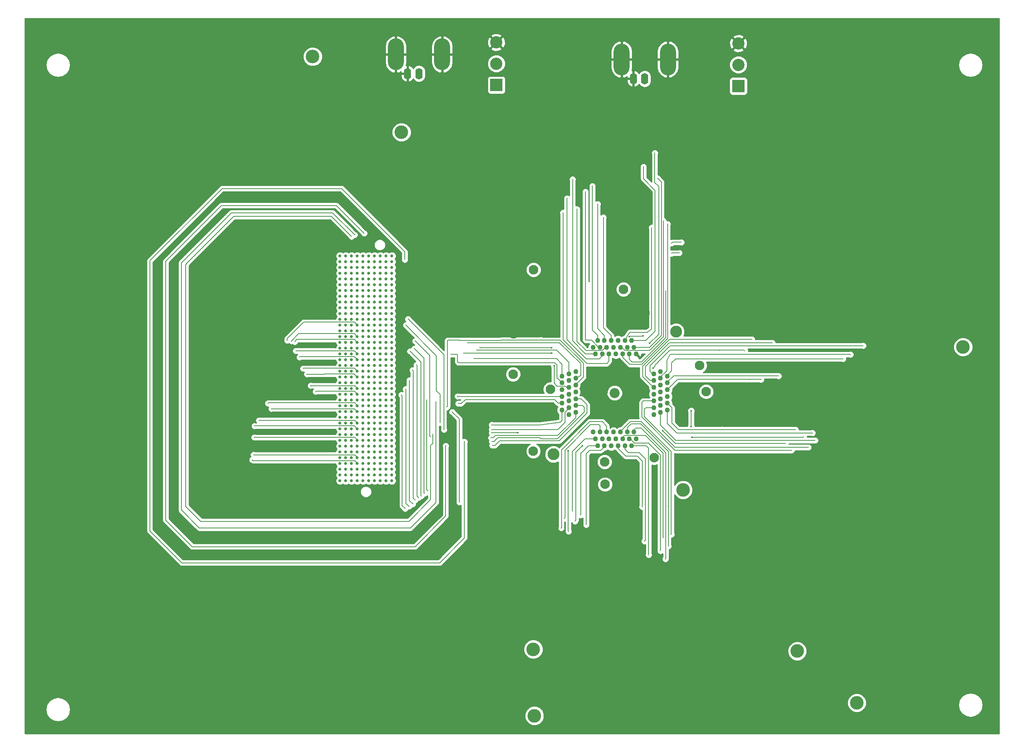
<source format=gbr>
G04 #@! TF.FileFunction,Copper,L1,Top,Signal*
%FSLAX46Y46*%
G04 Gerber Fmt 4.6, Leading zero omitted, Abs format (unit mm)*
G04 Created by KiCad (PCBNEW 4.0.4-snap1-stable) date Wed Apr 29 16:08:13 2020*
%MOMM*%
%LPD*%
G01*
G04 APERTURE LIST*
%ADD10C,0.100000*%
%ADD11C,0.640000*%
%ADD12O,3.500120X7.000240*%
%ADD13O,1.600200X2.499360*%
%ADD14C,1.092200*%
%ADD15C,2.209800*%
%ADD16C,2.616200*%
%ADD17C,2.700000*%
%ADD18R,2.700000X2.700000*%
%ADD19C,2.100000*%
%ADD20C,0.500000*%
%ADD21C,3.000000*%
%ADD22C,0.400000*%
%ADD23C,0.300000*%
%ADD24C,0.200000*%
%ADD25C,0.254000*%
G04 APERTURE END LIST*
D10*
D11*
X136515000Y-65535000D03*
X135245000Y-65535000D03*
X133975000Y-65535000D03*
X132705000Y-65535000D03*
X131435000Y-65535000D03*
X130165000Y-65535000D03*
X128895000Y-65535000D03*
X127625000Y-65535000D03*
X126355000Y-65535000D03*
X125085000Y-65535000D03*
X136515000Y-66805000D03*
X135245000Y-66805000D03*
X133975000Y-66805000D03*
X132705000Y-66805000D03*
X131435000Y-66805000D03*
X130165000Y-66805000D03*
X128895000Y-66805000D03*
X127625000Y-66805000D03*
X126355000Y-66805000D03*
X125085000Y-66805000D03*
X136515000Y-68075000D03*
X135245000Y-68075000D03*
X133975000Y-68075000D03*
X132705000Y-68075000D03*
X131435000Y-68075000D03*
X130165000Y-68075000D03*
X128895000Y-68075000D03*
X127625000Y-68075000D03*
X126355000Y-68075000D03*
X125085000Y-68075000D03*
X136515000Y-69345000D03*
X135245000Y-69345000D03*
X133975000Y-69345000D03*
X132705000Y-69345000D03*
X131435000Y-69345000D03*
X130165000Y-69345000D03*
X128895000Y-69345000D03*
X127625000Y-69345000D03*
X126355000Y-69345000D03*
X125085000Y-69345000D03*
X136515000Y-70615000D03*
X135245000Y-70615000D03*
X133975000Y-70615000D03*
X132705000Y-70615000D03*
X131435000Y-70615000D03*
X130165000Y-70615000D03*
X128895000Y-70615000D03*
X127625000Y-70615000D03*
X126355000Y-70615000D03*
X125085000Y-70615000D03*
X136515000Y-71885000D03*
X135245000Y-71885000D03*
X133975000Y-71885000D03*
X132705000Y-71885000D03*
X131435000Y-71885000D03*
X130165000Y-71885000D03*
X128895000Y-71885000D03*
X127625000Y-71885000D03*
X126355000Y-71885000D03*
X125085000Y-71885000D03*
X136515000Y-73155000D03*
X135245000Y-73155000D03*
X133975000Y-73155000D03*
X132705000Y-73155000D03*
X131435000Y-73155000D03*
X130165000Y-73155000D03*
X128895000Y-73155000D03*
X127625000Y-73155000D03*
X126355000Y-73155000D03*
X125085000Y-73155000D03*
X136515000Y-74425000D03*
X135245000Y-74425000D03*
X133975000Y-74425000D03*
X132705000Y-74425000D03*
X131435000Y-74425000D03*
X130165000Y-74425000D03*
X128895000Y-74425000D03*
X127625000Y-74425000D03*
X126355000Y-74425000D03*
X125085000Y-74425000D03*
X136515000Y-75695000D03*
X135245000Y-75695000D03*
X133975000Y-75695000D03*
X132705000Y-75695000D03*
X131435000Y-75695000D03*
X130165000Y-75695000D03*
X128895000Y-75695000D03*
X127625000Y-75695000D03*
X126355000Y-75695000D03*
X125085000Y-75695000D03*
X136515000Y-76965000D03*
X135245000Y-76965000D03*
X133975000Y-76965000D03*
X132705000Y-76965000D03*
X131435000Y-76965000D03*
X130165000Y-76965000D03*
X128895000Y-76965000D03*
X127625000Y-76965000D03*
X126355000Y-76965000D03*
X125085000Y-76965000D03*
X136515000Y-78235000D03*
X135245000Y-78235000D03*
X133975000Y-78235000D03*
X132705000Y-78235000D03*
X131435000Y-78235000D03*
X130165000Y-78235000D03*
X128895000Y-78235000D03*
X127625000Y-78235000D03*
X126355000Y-78235000D03*
X125085000Y-78235000D03*
X136515000Y-79505000D03*
X135245000Y-79505000D03*
X133975000Y-79505000D03*
X132705000Y-79505000D03*
X131435000Y-79505000D03*
X130165000Y-79505000D03*
X128895000Y-79505000D03*
X127625000Y-79505000D03*
X126355000Y-79505000D03*
X125085000Y-79505000D03*
X136515000Y-80775000D03*
X135245000Y-80775000D03*
X133975000Y-80775000D03*
X132705000Y-80775000D03*
X131435000Y-80775000D03*
X130165000Y-80775000D03*
X128895000Y-80775000D03*
X127625000Y-80775000D03*
X126355000Y-80775000D03*
X125085000Y-80775000D03*
X136515000Y-82045000D03*
X135245000Y-82045000D03*
X133975000Y-82045000D03*
X132705000Y-82045000D03*
X131435000Y-82045000D03*
X130165000Y-82045000D03*
X128895000Y-82045000D03*
X127625000Y-82045000D03*
X126355000Y-82045000D03*
X125085000Y-82045000D03*
X136515000Y-83315000D03*
X135245000Y-83315000D03*
X133975000Y-83315000D03*
X132705000Y-83315000D03*
X131435000Y-83315000D03*
X130165000Y-83315000D03*
X128895000Y-83315000D03*
X127625000Y-83315000D03*
X126355000Y-83315000D03*
X125085000Y-83315000D03*
X136515000Y-84585000D03*
X135245000Y-84585000D03*
X133975000Y-84585000D03*
X132705000Y-84585000D03*
X131435000Y-84585000D03*
X130165000Y-84585000D03*
X128895000Y-84585000D03*
X127625000Y-84585000D03*
X126355000Y-84585000D03*
X125085000Y-84585000D03*
X136515000Y-85855000D03*
X135245000Y-85855000D03*
X133975000Y-85855000D03*
X132705000Y-85855000D03*
X131435000Y-85855000D03*
X130165000Y-85855000D03*
X128895000Y-85855000D03*
X127625000Y-85855000D03*
X126355000Y-85855000D03*
X125085000Y-85855000D03*
X136515000Y-87125000D03*
X135245000Y-87125000D03*
X133975000Y-87125000D03*
X132705000Y-87125000D03*
X131435000Y-87125000D03*
X130165000Y-87125000D03*
X128895000Y-87125000D03*
X127625000Y-87125000D03*
X126355000Y-87125000D03*
X125085000Y-87125000D03*
X136515000Y-88395000D03*
X135245000Y-88395000D03*
X133975000Y-88395000D03*
X132705000Y-88395000D03*
X131435000Y-88395000D03*
X130165000Y-88395000D03*
X128895000Y-88395000D03*
X127625000Y-88395000D03*
X126355000Y-88395000D03*
X125085000Y-88395000D03*
X136515000Y-89665000D03*
X135245000Y-89665000D03*
X133975000Y-89665000D03*
X132705000Y-89665000D03*
X131435000Y-89665000D03*
X130165000Y-89665000D03*
X128895000Y-89665000D03*
X127625000Y-89665000D03*
X126355000Y-89665000D03*
X125085000Y-89665000D03*
X136515000Y-90935000D03*
X135245000Y-90935000D03*
X133975000Y-90935000D03*
X132705000Y-90935000D03*
X131435000Y-90935000D03*
X130165000Y-90935000D03*
X128895000Y-90935000D03*
X127625000Y-90935000D03*
X126355000Y-90935000D03*
X125085000Y-90935000D03*
X136515000Y-92205000D03*
X135245000Y-92205000D03*
X133975000Y-92205000D03*
X132705000Y-92205000D03*
X131435000Y-92205000D03*
X130165000Y-92205000D03*
X128895000Y-92205000D03*
X127625000Y-92205000D03*
X126355000Y-92205000D03*
X125085000Y-92205000D03*
X136515000Y-93475000D03*
X135245000Y-93475000D03*
X133975000Y-93475000D03*
X132705000Y-93475000D03*
X131435000Y-93475000D03*
X130165000Y-93475000D03*
X128895000Y-93475000D03*
X127625000Y-93475000D03*
X126355000Y-93475000D03*
X125085000Y-93475000D03*
X136515000Y-94745000D03*
X135245000Y-94745000D03*
X133975000Y-94745000D03*
X132705000Y-94745000D03*
X131435000Y-94745000D03*
X130165000Y-94745000D03*
X128895000Y-94745000D03*
X127625000Y-94745000D03*
X126355000Y-94745000D03*
X125085000Y-94745000D03*
X136515000Y-96015000D03*
X135245000Y-96015000D03*
X133975000Y-96015000D03*
X132705000Y-96015000D03*
X131435000Y-96015000D03*
X130165000Y-96015000D03*
X128895000Y-96015000D03*
X127625000Y-96015000D03*
X126355000Y-96015000D03*
X125085000Y-96015000D03*
X136515000Y-97285000D03*
X135245000Y-97285000D03*
X133975000Y-97285000D03*
X132705000Y-97285000D03*
X131435000Y-97285000D03*
X130165000Y-97285000D03*
X128895000Y-97285000D03*
X127625000Y-97285000D03*
X126355000Y-97285000D03*
X125085000Y-97285000D03*
X136515000Y-98555000D03*
X135245000Y-98555000D03*
X133975000Y-98555000D03*
X132705000Y-98555000D03*
X131435000Y-98555000D03*
X130165000Y-98555000D03*
X128895000Y-98555000D03*
X127625000Y-98555000D03*
X126355000Y-98555000D03*
X125085000Y-98555000D03*
X136515000Y-99825000D03*
X135245000Y-99825000D03*
X133975000Y-99825000D03*
X132705000Y-99825000D03*
X131435000Y-99825000D03*
X130165000Y-99825000D03*
X128895000Y-99825000D03*
X127625000Y-99825000D03*
X126355000Y-99825000D03*
X125085000Y-99825000D03*
X136515000Y-101095000D03*
X135245000Y-101095000D03*
X133975000Y-101095000D03*
X132705000Y-101095000D03*
X131435000Y-101095000D03*
X130165000Y-101095000D03*
X128895000Y-101095000D03*
X127625000Y-101095000D03*
X126355000Y-101095000D03*
X125085000Y-101095000D03*
X136515000Y-102365000D03*
X135245000Y-102365000D03*
X133975000Y-102365000D03*
X132705000Y-102365000D03*
X131435000Y-102365000D03*
X130165000Y-102365000D03*
X128895000Y-102365000D03*
X127625000Y-102365000D03*
X126355000Y-102365000D03*
X125085000Y-102365000D03*
X136515000Y-103635000D03*
X135245000Y-103635000D03*
X133975000Y-103635000D03*
X132705000Y-103635000D03*
X131435000Y-103635000D03*
X130165000Y-103635000D03*
X128895000Y-103635000D03*
X127625000Y-103635000D03*
X126355000Y-103635000D03*
X125085000Y-103635000D03*
X136515000Y-104905000D03*
X135245000Y-104905000D03*
X133975000Y-104905000D03*
X132705000Y-104905000D03*
X131435000Y-104905000D03*
X130165000Y-104905000D03*
X128895000Y-104905000D03*
X127625000Y-104905000D03*
X126355000Y-104905000D03*
X125085000Y-104905000D03*
X136515000Y-106175000D03*
X135245000Y-106175000D03*
X133975000Y-106175000D03*
X132705000Y-106175000D03*
X131435000Y-106175000D03*
X130165000Y-106175000D03*
X128895000Y-106175000D03*
X127625000Y-106175000D03*
X126355000Y-106175000D03*
X125085000Y-106175000D03*
X136515000Y-107445000D03*
X135245000Y-107445000D03*
X133975000Y-107445000D03*
X132705000Y-107445000D03*
X131435000Y-107445000D03*
X130165000Y-107445000D03*
X128895000Y-107445000D03*
X127625000Y-107445000D03*
X126355000Y-107445000D03*
X125085000Y-107445000D03*
X136515000Y-108715000D03*
X135245000Y-108715000D03*
X133975000Y-108715000D03*
X132705000Y-108715000D03*
X131435000Y-108715000D03*
X130165000Y-108715000D03*
X128895000Y-108715000D03*
X127625000Y-108715000D03*
X126355000Y-108715000D03*
X125085000Y-108715000D03*
X136515000Y-109985000D03*
X135245000Y-109985000D03*
X133975000Y-109985000D03*
X132705000Y-109985000D03*
X131435000Y-109985000D03*
X130165000Y-109985000D03*
X128895000Y-109985000D03*
X127625000Y-109985000D03*
X126355000Y-109985000D03*
X125085000Y-109985000D03*
X136515000Y-111255000D03*
X135245000Y-111255000D03*
X133975000Y-111255000D03*
X132705000Y-111255000D03*
X131435000Y-111255000D03*
X130165000Y-111255000D03*
X128895000Y-111255000D03*
X127625000Y-111255000D03*
X126355000Y-111255000D03*
X125085000Y-111255000D03*
X136515000Y-112525000D03*
X135245000Y-112525000D03*
X133975000Y-112525000D03*
X132705000Y-112525000D03*
X131435000Y-112525000D03*
X130165000Y-112525000D03*
X128895000Y-112525000D03*
X127625000Y-112525000D03*
X126355000Y-112525000D03*
X125085000Y-112525000D03*
X136515000Y-113795000D03*
X135245000Y-113795000D03*
X133975000Y-113795000D03*
X132705000Y-113795000D03*
X131435000Y-113795000D03*
X130165000Y-113795000D03*
X128895000Y-113795000D03*
X127625000Y-113795000D03*
X126355000Y-113795000D03*
X125085000Y-113795000D03*
X136515000Y-115065000D03*
X135245000Y-115065000D03*
X133975000Y-115065000D03*
X132705000Y-115065000D03*
X131435000Y-115065000D03*
X130165000Y-115065000D03*
X128895000Y-115065000D03*
X127625000Y-115065000D03*
X126355000Y-115065000D03*
X125085000Y-115065000D03*
D12*
X137392220Y-21116600D03*
X147590320Y-21116600D03*
D13*
X142490000Y-25381260D03*
X139990640Y-25381260D03*
D12*
X187122220Y-22236600D03*
X197320320Y-22236600D03*
D13*
X192220000Y-26501260D03*
X189720640Y-26501260D03*
D14*
X177000000Y-91000000D03*
X175501400Y-91500002D03*
X174002800Y-92000001D03*
X177000000Y-92500000D03*
X175501400Y-93000001D03*
X174002800Y-93500000D03*
X177000000Y-94000002D03*
X175501400Y-94500001D03*
X174002800Y-95000000D03*
X177000000Y-95500001D03*
X175501400Y-96000000D03*
X174002800Y-96500002D03*
X177000000Y-97000001D03*
X175501400Y-97500000D03*
X174002800Y-98000001D03*
X177000000Y-98500000D03*
X175501400Y-99000002D03*
X174002800Y-99500001D03*
X177000000Y-100000000D03*
X175501400Y-100500001D03*
X180847899Y-104347901D03*
X181347901Y-105846501D03*
X181847900Y-107345101D03*
X182347899Y-104347901D03*
X182847900Y-105846501D03*
X183347899Y-107345101D03*
X183847901Y-104347901D03*
X184347900Y-105846501D03*
X184847899Y-107345101D03*
X185347901Y-104347901D03*
X185847900Y-105846501D03*
X186347901Y-107345101D03*
X186847900Y-104347901D03*
X187347899Y-105846501D03*
X187847901Y-107345101D03*
X188347900Y-104347901D03*
X188847901Y-105846501D03*
X189347900Y-107345101D03*
X189847899Y-104347901D03*
X190347901Y-105846501D03*
X194195800Y-100500001D03*
X195694400Y-100000000D03*
X197193000Y-99500001D03*
X194195800Y-99000002D03*
X195694400Y-98500000D03*
X197193000Y-98000001D03*
X194195800Y-97500000D03*
X195694400Y-97000001D03*
X197193000Y-96500002D03*
X194195800Y-96000000D03*
X195694400Y-95500001D03*
X197193000Y-95000000D03*
X194195800Y-94500001D03*
X195694400Y-94000002D03*
X197193000Y-93500000D03*
X194195800Y-93000001D03*
X195694400Y-92500000D03*
X197193000Y-92000001D03*
X194195800Y-91500002D03*
X195694400Y-91000000D03*
X190347901Y-87152101D03*
X189847899Y-85653501D03*
X189347900Y-84154901D03*
X188847901Y-87152101D03*
X188347900Y-85653501D03*
X187847901Y-84154901D03*
X187347899Y-87152101D03*
X186847900Y-85653501D03*
X186347901Y-84154901D03*
X185847899Y-87152101D03*
X185347900Y-85653501D03*
X184847899Y-84154901D03*
X184347900Y-87152101D03*
X183847901Y-85653501D03*
X183347899Y-84154901D03*
X182847900Y-87152101D03*
X182347899Y-85653501D03*
X181847900Y-84154901D03*
X181347901Y-87152101D03*
X180847899Y-85653501D03*
D15*
X185597900Y-95750001D03*
D16*
X172097800Y-109250101D03*
X199098000Y-82249901D03*
D17*
X212850000Y-23420000D03*
D18*
X212850000Y-28120000D03*
D17*
X212850000Y-18720000D03*
X159530000Y-23170000D03*
D18*
X159530000Y-27870000D03*
D17*
X159530000Y-18470000D03*
D19*
X183480000Y-115870000D03*
X205750000Y-95454240D03*
X187550000Y-72910000D03*
X163210000Y-91600000D03*
X171480000Y-94910000D03*
X183400000Y-110900000D03*
X167190000Y-90830000D03*
X167724240Y-75700000D03*
X168830000Y-80180000D03*
X192275760Y-78100000D03*
X163310000Y-82684240D03*
D20*
X133975000Y-106175000D03*
D21*
X162950000Y-100284240D03*
X187870000Y-115330000D03*
X212480000Y-99970000D03*
X204500000Y-74340000D03*
X138640000Y-38280000D03*
X119080000Y-21620000D03*
X167680000Y-152200000D03*
X167920000Y-166860000D03*
D19*
X167680000Y-108550000D03*
X167720000Y-68580000D03*
D21*
X200670000Y-117080000D03*
X238940000Y-164010000D03*
X225810000Y-152610000D03*
X262330000Y-85610000D03*
D19*
X204340000Y-89660000D03*
X194350000Y-109960000D03*
D22*
X171680000Y-85780000D03*
X172260000Y-89790000D03*
D23*
X155940000Y-85730000D03*
X132705000Y-69345000D03*
X130420000Y-60540000D03*
X132705000Y-70615000D03*
X148390000Y-107370000D03*
X158630000Y-107290000D03*
X192145000Y-128385000D03*
X128895000Y-71885000D03*
X197440000Y-129460000D03*
X128895000Y-73155000D03*
X193740000Y-59320000D03*
X127625000Y-73155000D03*
D22*
X164230000Y-104490000D03*
D23*
X127630000Y-61260000D03*
X132705000Y-74425000D03*
X145530000Y-104800000D03*
X158500000Y-104500000D03*
X197280000Y-58540000D03*
X127625000Y-74425000D03*
X128320000Y-60880000D03*
X132705000Y-75695000D03*
X146260000Y-97720000D03*
X151140000Y-98060000D03*
X195690000Y-130500000D03*
X128895000Y-75695000D03*
X155180000Y-86300000D03*
X133975000Y-76965000D03*
X193080000Y-131400000D03*
X128895000Y-76965000D03*
X196310000Y-57800000D03*
X127625000Y-76965000D03*
X154610000Y-88150000D03*
X133975000Y-78235000D03*
X139360000Y-66330000D03*
X132705000Y-78235000D03*
X158560000Y-106420000D03*
X152510000Y-106470000D03*
X183100000Y-57050000D03*
X127625000Y-78235000D03*
X140090000Y-79450000D03*
X132705000Y-79505000D03*
X148020000Y-103780000D03*
X158530000Y-103800000D03*
X128895000Y-79505000D03*
X196790000Y-132300000D03*
X229730000Y-106160000D03*
X113470000Y-84170000D03*
X174220000Y-56020000D03*
X127625000Y-80775000D03*
X153150000Y-84710000D03*
X133975000Y-82045000D03*
X147170000Y-102290000D03*
X158520000Y-102750000D03*
X132705000Y-82045000D03*
X139640000Y-80800000D03*
X177300000Y-55240000D03*
X127625000Y-82045000D03*
D22*
X171690000Y-87000000D03*
D23*
X152320000Y-86950000D03*
X133975000Y-83315000D03*
X141680000Y-84290000D03*
X132705000Y-83315000D03*
X144940000Y-105350000D03*
X158370000Y-105600000D03*
X229160000Y-104540000D03*
X114440000Y-84270000D03*
X115110000Y-84440000D03*
X228240000Y-107720000D03*
X181840000Y-54100000D03*
X127625000Y-84585000D03*
X176290000Y-121730000D03*
X132705000Y-85855000D03*
X141490000Y-85950000D03*
X143710000Y-117880000D03*
X175110000Y-52840000D03*
X127625000Y-85855000D03*
X133975000Y-87125000D03*
X149520000Y-87180000D03*
X178080000Y-122640000D03*
X132705000Y-87125000D03*
X140530000Y-86540000D03*
X143010000Y-118420000D03*
D22*
X202570000Y-105480000D03*
X202430000Y-103100000D03*
X202450000Y-99650000D03*
D23*
X115380000Y-86440000D03*
X227190000Y-105400000D03*
X215820000Y-83920000D03*
X200270000Y-62530000D03*
X198160000Y-62710000D03*
X133975000Y-88395000D03*
X116170000Y-87840000D03*
X225410000Y-103810000D03*
X127625000Y-88395000D03*
X179140000Y-51390000D03*
X174500000Y-123350000D03*
X132705000Y-89665000D03*
X142390000Y-118770000D03*
X141960000Y-89540000D03*
X180670000Y-50150000D03*
X127625000Y-89665000D03*
D22*
X178510000Y-107400000D03*
D23*
X141060000Y-90670000D03*
X141630000Y-119340000D03*
X132705000Y-90935000D03*
X176850000Y-123980000D03*
X224570000Y-108340000D03*
X116980000Y-90360000D03*
D22*
X194070000Y-90270000D03*
D23*
X133975000Y-92205000D03*
X214240000Y-86420000D03*
X199810000Y-64880000D03*
X198120000Y-64970000D03*
D22*
X196210000Y-104070000D03*
D23*
X117810000Y-91580000D03*
X223170000Y-106880000D03*
X176330000Y-48660000D03*
X127625000Y-92205000D03*
X151000000Y-96480000D03*
X133975000Y-93475000D03*
X179340000Y-124750000D03*
X132705000Y-93475000D03*
X140410000Y-92930000D03*
X141120000Y-120170000D03*
X173840000Y-125490000D03*
X132705000Y-94745000D03*
X140280000Y-120700000D03*
X139540000Y-94890000D03*
X118640000Y-94110000D03*
X221690000Y-91990000D03*
X220290000Y-84700000D03*
X119750000Y-95440000D03*
X133975000Y-97285000D03*
X217830000Y-92760000D03*
X144450000Y-117240000D03*
X144170000Y-97320000D03*
D22*
X175390000Y-108490000D03*
D23*
X175430000Y-126230000D03*
X132705000Y-97285000D03*
X138620000Y-96150000D03*
X139440000Y-121190000D03*
X148600000Y-98840000D03*
X133975000Y-98555000D03*
X191670000Y-120810000D03*
X132705000Y-98555000D03*
X151380000Y-119810000D03*
X149810000Y-99900000D03*
X237530000Y-87260000D03*
X109220000Y-98020000D03*
X109990000Y-99200000D03*
X235880000Y-88200000D03*
X132705000Y-101095000D03*
X198080000Y-126900000D03*
X132705000Y-102365000D03*
X196310000Y-127600000D03*
X240310000Y-85310000D03*
X107250000Y-101760000D03*
X195060000Y-48450000D03*
X106270000Y-103000000D03*
X191950000Y-45900000D03*
X106210000Y-105490000D03*
X106050000Y-109360000D03*
X196840000Y-73230000D03*
D22*
X188780000Y-83330000D03*
X191820000Y-83180000D03*
X193330000Y-84750000D03*
D23*
X194440000Y-42830000D03*
X105750000Y-110470000D03*
D24*
X175501400Y-94500001D02*
X174990001Y-94500001D01*
X174990001Y-94500001D02*
X174740000Y-94250000D01*
X171680000Y-85780000D02*
X171680000Y-85770000D01*
X172260000Y-93580000D02*
X172260000Y-89790000D01*
X172930000Y-94250000D02*
X172260000Y-93580000D01*
X174740000Y-94250000D02*
X172930000Y-94250000D01*
X155960000Y-85750000D02*
X155960000Y-85770000D01*
X155940000Y-85730000D02*
X155960000Y-85750000D01*
X169350000Y-85770000D02*
X155960000Y-85770000D01*
X171680000Y-85770000D02*
X169350000Y-85770000D01*
X155960000Y-85770000D02*
X155910000Y-85720000D01*
X132705000Y-69275000D02*
X132705000Y-69345000D01*
X175501400Y-94500001D02*
X175501400Y-94148600D01*
X175501400Y-94500001D02*
X175501400Y-94438600D01*
X169000000Y-106300000D02*
X160260000Y-106300000D01*
X178200001Y-97000001D02*
X179500000Y-98300000D01*
X179500000Y-98300000D02*
X179500000Y-100200000D01*
X179500000Y-100200000D02*
X173400000Y-106300000D01*
X173400000Y-106300000D02*
X169000000Y-106300000D01*
X177000000Y-97000001D02*
X178200001Y-97000001D01*
X130420000Y-60540000D02*
X124290000Y-54410000D01*
X124290000Y-54410000D02*
X99000000Y-54410000D01*
X99000000Y-54410000D02*
X86710000Y-66700000D01*
X86710000Y-66700000D02*
X86710000Y-123750000D01*
X86710000Y-123750000D02*
X92550000Y-129590000D01*
X92550000Y-129590000D02*
X141650000Y-129590000D01*
X141650000Y-129590000D02*
X148370000Y-122870000D01*
X148370000Y-111040000D02*
X148370000Y-122870000D01*
X148370000Y-107390000D02*
X148370000Y-111040000D01*
X148390000Y-107370000D02*
X148370000Y-107390000D01*
X159270000Y-107290000D02*
X158630000Y-107290000D01*
X160260000Y-106300000D02*
X159270000Y-107290000D01*
X187847901Y-108107901D02*
X188660000Y-108920000D01*
X188660000Y-108920000D02*
X191030000Y-108920000D01*
X191030000Y-108920000D02*
X192340000Y-110230000D01*
X192340000Y-110230000D02*
X192340000Y-120760000D01*
X187847901Y-107345101D02*
X187847901Y-108107901D01*
X192340000Y-128190000D02*
X192340000Y-120760000D01*
X192340000Y-128190000D02*
X192145000Y-128385000D01*
X197430000Y-120730000D02*
X197430000Y-129450000D01*
X197430000Y-129450000D02*
X197440000Y-129460000D01*
X188347900Y-104347901D02*
X188347900Y-103402100D01*
X197430000Y-120730000D02*
X197400000Y-120760000D01*
X197430000Y-108650000D02*
X197430000Y-120730000D01*
X191330000Y-102550000D02*
X197430000Y-108650000D01*
X189200000Y-102550000D02*
X191330000Y-102550000D01*
X188347900Y-103402100D02*
X189200000Y-102550000D01*
X193740000Y-59320000D02*
X193740000Y-73450000D01*
X193740000Y-81630000D02*
X193740000Y-73450000D01*
X192750000Y-82350000D02*
X193740000Y-81630000D01*
X188890000Y-82350000D02*
X192750000Y-82350000D01*
X188890000Y-82350000D02*
X187847901Y-84032099D01*
X187847901Y-84154901D02*
X187847901Y-84032099D01*
X164230000Y-104490000D02*
X164230000Y-104450000D01*
X164230000Y-104490000D02*
X164230000Y-104450000D01*
X145080000Y-109610000D02*
X145080000Y-107310000D01*
X127630000Y-61260000D02*
X123220000Y-56850000D01*
X123220000Y-56850000D02*
X101660000Y-56850000D01*
X101660000Y-56850000D02*
X91300000Y-67210000D01*
X91300000Y-67210000D02*
X91380000Y-67210000D01*
X91380000Y-67210000D02*
X91120000Y-67470000D01*
X91120000Y-67470000D02*
X91120000Y-120710000D01*
X91120000Y-120710000D02*
X94430000Y-124020000D01*
X94430000Y-124020000D02*
X140280000Y-124020000D01*
X140280000Y-124020000D02*
X145080000Y-119220000D01*
X145080000Y-109610000D02*
X145080000Y-119220000D01*
X145530000Y-106860000D02*
X145530000Y-104800000D01*
X145080000Y-107310000D02*
X145530000Y-106860000D01*
X164230000Y-104450000D02*
X158550000Y-104450000D01*
X158550000Y-104450000D02*
X158500000Y-104500000D01*
X175501400Y-97500000D02*
X175880000Y-97500000D01*
X197250000Y-73910000D02*
X197250000Y-58570000D01*
X197250000Y-58570000D02*
X197280000Y-58540000D01*
X187347899Y-87152101D02*
X187347899Y-87867899D01*
X197250000Y-83780000D02*
X197250000Y-73910000D01*
X191600000Y-89430000D02*
X197250000Y-83780000D01*
X188910000Y-89430000D02*
X191600000Y-89430000D01*
X187347899Y-87867899D02*
X188910000Y-89430000D01*
X151140000Y-98060000D02*
X151830000Y-98060000D01*
X152720000Y-97170000D02*
X153480000Y-97170000D01*
X151830000Y-98060000D02*
X152720000Y-97170000D01*
X166750000Y-97170000D02*
X153480000Y-97170000D01*
X128320000Y-60880000D02*
X123460000Y-56020000D01*
X123460000Y-56020000D02*
X101190000Y-56020000D01*
X101190000Y-56020000D02*
X90140000Y-67070000D01*
X90140000Y-67070000D02*
X90140000Y-121540000D01*
X90140000Y-121540000D02*
X94110000Y-125510000D01*
X94110000Y-125510000D02*
X140650000Y-125510000D01*
X140650000Y-125510000D02*
X146240000Y-119920000D01*
X146240000Y-119920000D02*
X146240000Y-97780000D01*
X146290000Y-97730000D02*
X146240000Y-97780000D01*
X146280000Y-97740000D02*
X146290000Y-97730000D01*
X146260000Y-97720000D02*
X146280000Y-97740000D01*
X174002800Y-98000001D02*
X173180001Y-98000001D01*
X172350000Y-97170000D02*
X166750000Y-97170000D01*
X166750000Y-97170000D02*
X166730000Y-97170000D01*
X173180001Y-98000001D02*
X172350000Y-97170000D01*
X195680000Y-121590000D02*
X195680000Y-130490000D01*
X195680000Y-130490000D02*
X195690000Y-130500000D01*
X188847901Y-105846501D02*
X189056501Y-105846501D01*
X189056501Y-105846501D02*
X189950000Y-106740000D01*
X189950000Y-106740000D02*
X193030000Y-106740000D01*
X193030000Y-106740000D02*
X195680000Y-109390000D01*
X195680000Y-109390000D02*
X195680000Y-121590000D01*
X195680000Y-121590000D02*
X195680000Y-121620000D01*
X155180000Y-86300000D02*
X155180000Y-86320000D01*
X155180000Y-86320000D02*
X155180000Y-86300000D01*
X155180000Y-86300000D02*
X155180000Y-86320000D01*
X169510000Y-86320000D02*
X155180000Y-86320000D01*
X175501400Y-89001400D02*
X172820000Y-86320000D01*
X172820000Y-86320000D02*
X169510000Y-86320000D01*
X175501400Y-91500002D02*
X175501400Y-89001400D01*
X193070000Y-120620000D02*
X193070000Y-131390000D01*
X193070000Y-131390000D02*
X193080000Y-131400000D01*
X189347900Y-107345101D02*
X192575101Y-107345101D01*
X193070000Y-107840000D02*
X193070000Y-120620000D01*
X193070000Y-120620000D02*
X193070000Y-120700000D01*
X192575101Y-107345101D02*
X193070000Y-107840000D01*
X196330000Y-74010000D02*
X196330000Y-57820000D01*
X196330000Y-57820000D02*
X196310000Y-57800000D01*
X186847900Y-85653501D02*
X187123501Y-85653501D01*
X187123501Y-85653501D02*
X187870000Y-86400000D01*
X187870000Y-86400000D02*
X191360000Y-86400000D01*
X191360000Y-86400000D02*
X193290000Y-86400000D01*
X193290000Y-86400000D02*
X196330000Y-83360000D01*
X196330000Y-83360000D02*
X196330000Y-74010000D01*
X196330000Y-74010000D02*
X196330000Y-73920000D01*
X154610000Y-88150000D02*
X154610000Y-88180000D01*
X154610000Y-88180000D02*
X154610000Y-88150000D01*
X154610000Y-88150000D02*
X154610000Y-88180000D01*
X169650000Y-88180000D02*
X154610000Y-88180000D01*
X174002800Y-89392800D02*
X172790000Y-88180000D01*
X172790000Y-88180000D02*
X169650000Y-88180000D01*
X174002800Y-92000001D02*
X174002800Y-89392800D01*
X152500000Y-111680000D02*
X152500000Y-106480000D01*
X139360000Y-66330000D02*
X139370000Y-66320000D01*
X139370000Y-66320000D02*
X139370000Y-64580000D01*
X139370000Y-64580000D02*
X125470000Y-50680000D01*
X125470000Y-50680000D02*
X99120000Y-50680000D01*
X99120000Y-50680000D02*
X83210000Y-66590000D01*
X83210000Y-66590000D02*
X83210000Y-126130000D01*
X83210000Y-126130000D02*
X90240000Y-133160000D01*
X90240000Y-133160000D02*
X147030000Y-133160000D01*
X147030000Y-133160000D02*
X152500000Y-127690000D01*
X152500000Y-111680000D02*
X152500000Y-127690000D01*
X159845000Y-105615000D02*
X159040000Y-106420000D01*
X159040000Y-106420000D02*
X158560000Y-106420000D01*
X159845000Y-105615000D02*
X169115000Y-105615000D01*
X152500000Y-106480000D02*
X152510000Y-106470000D01*
X177000000Y-98500000D02*
X178500000Y-98500000D01*
X169300000Y-105800000D02*
X169115000Y-105615000D01*
X169115000Y-105615000D02*
X169100000Y-105600000D01*
X173000000Y-105800000D02*
X169300000Y-105800000D01*
X178900000Y-99900000D02*
X173000000Y-105800000D01*
X178900000Y-98900000D02*
X178900000Y-99900000D01*
X178500000Y-98500000D02*
X178900000Y-98900000D01*
X183120000Y-72200000D02*
X183120000Y-57070000D01*
X184847899Y-83087899D02*
X183120000Y-81360000D01*
X183120000Y-81360000D02*
X183120000Y-72200000D01*
X184847899Y-84154901D02*
X184847899Y-83087899D01*
X183120000Y-57070000D02*
X183100000Y-57050000D01*
X169450000Y-103770000D02*
X158560000Y-103770000D01*
X140090000Y-79450000D02*
X147970000Y-87330000D01*
X147970000Y-103550000D02*
X147970000Y-87330000D01*
X147970000Y-103730000D02*
X147970000Y-103550000D01*
X148020000Y-103780000D02*
X147970000Y-103730000D01*
X158560000Y-103770000D02*
X158530000Y-103800000D01*
X175501400Y-99000002D02*
X175501400Y-99128600D01*
X175501400Y-99128600D02*
X174640000Y-99990000D01*
X174640000Y-99990000D02*
X174640000Y-102190000D01*
X174640000Y-102190000D02*
X173060000Y-103770000D01*
X173060000Y-103770000D02*
X169450000Y-103770000D01*
X169450000Y-103770000D02*
X169360000Y-103770000D01*
X196890000Y-120670000D02*
X196890000Y-132220000D01*
X196810000Y-132300000D02*
X196790000Y-132300000D01*
X196890000Y-132220000D02*
X196810000Y-132300000D01*
X189847899Y-104347901D02*
X189847899Y-103842101D01*
X189847899Y-103842101D02*
X190240000Y-103450000D01*
X190240000Y-103450000D02*
X191420000Y-103450000D01*
X191420000Y-103450000D02*
X196890000Y-108920000D01*
X196890000Y-108920000D02*
X196890000Y-120670000D01*
X196890000Y-120670000D02*
X196900000Y-120680000D01*
X201590000Y-106170000D02*
X229720000Y-106170000D01*
X229720000Y-106170000D02*
X229730000Y-106160000D01*
X128895000Y-80775000D02*
X128895000Y-80735000D01*
X128895000Y-80735000D02*
X128290000Y-80130000D01*
X128290000Y-80130000D02*
X117100000Y-80130000D01*
X117100000Y-80130000D02*
X113470000Y-83760000D01*
X113470000Y-83760000D02*
X113470000Y-84170000D01*
X195694400Y-100000000D02*
X195694400Y-102824400D01*
X199040000Y-106170000D02*
X201590000Y-106170000D01*
X201590000Y-106170000D02*
X201660000Y-106170000D01*
X195694400Y-102824400D02*
X199040000Y-106170000D01*
X174240000Y-70940000D02*
X174240000Y-56040000D01*
X174240000Y-84020000D02*
X174240000Y-70940000D01*
X179040000Y-88820000D02*
X174240000Y-84020000D01*
X184347900Y-88762100D02*
X183870000Y-89240000D01*
X183870000Y-89240000D02*
X179460000Y-89240000D01*
X179460000Y-89240000D02*
X179040000Y-88820000D01*
X184347900Y-87152101D02*
X184347900Y-88762100D01*
X174240000Y-56040000D02*
X174220000Y-56020000D01*
X184347900Y-87152101D02*
X184347900Y-87622100D01*
X153150000Y-84710000D02*
X153150000Y-84700000D01*
X153150000Y-84700000D02*
X153150000Y-84710000D01*
X153150000Y-84710000D02*
X153150000Y-84700000D01*
X169400000Y-84700000D02*
X153150000Y-84700000D01*
X173400000Y-84700000D02*
X169400000Y-84700000D01*
X178130000Y-89240000D02*
X173400000Y-84700000D01*
X178130000Y-91840000D02*
X178130000Y-89240000D01*
X177200000Y-92500000D02*
X178130000Y-91840000D01*
X177000000Y-92500000D02*
X177200000Y-92500000D01*
X169040000Y-102750000D02*
X158520000Y-102750000D01*
X147170000Y-102290000D02*
X147160000Y-102290000D01*
X139640000Y-80800000D02*
X146350000Y-87510000D01*
X146350000Y-87510000D02*
X146350000Y-95250000D01*
X146350000Y-95250000D02*
X147160000Y-96060000D01*
X147160000Y-102290000D02*
X147160000Y-96060000D01*
X174002800Y-99500001D02*
X174002800Y-101797200D01*
X173610000Y-102190000D02*
X169040000Y-102750000D01*
X169040000Y-102750000D02*
X169020000Y-102750000D01*
X174002800Y-101797200D02*
X173610000Y-102190000D01*
X177330000Y-71200000D02*
X177330000Y-55270000D01*
X177330000Y-55270000D02*
X177300000Y-55240000D01*
X183847901Y-85653501D02*
X183596499Y-85653501D01*
X183596499Y-85653501D02*
X182850000Y-86400000D01*
X182850000Y-86400000D02*
X179310000Y-86400000D01*
X179310000Y-86400000D02*
X177330000Y-84420000D01*
X177330000Y-84420000D02*
X177330000Y-71200000D01*
X177330000Y-71200000D02*
X177310000Y-71180000D01*
X171690000Y-87000000D02*
X171690000Y-86990000D01*
X171690000Y-87000000D02*
X171690000Y-86990000D01*
X152320000Y-86950000D02*
X152320000Y-86990000D01*
X152320000Y-86990000D02*
X152320000Y-86950000D01*
X152320000Y-86950000D02*
X152320000Y-86990000D01*
X169390000Y-86990000D02*
X152320000Y-86990000D01*
X171690000Y-86990000D02*
X169390000Y-86990000D01*
X175501400Y-93000001D02*
X175460001Y-93000001D01*
X175501400Y-93000001D02*
X175501400Y-92901400D01*
X169210000Y-105100000D02*
X159360000Y-105100000D01*
X141680000Y-84290000D02*
X144870000Y-87480000D01*
X144870000Y-87480000D02*
X144870000Y-105250000D01*
X145010000Y-105390000D02*
X144870000Y-105250000D01*
X144955000Y-105335000D02*
X145010000Y-105390000D01*
X144940000Y-105350000D02*
X144955000Y-105335000D01*
X158860000Y-105600000D02*
X158370000Y-105600000D01*
X159360000Y-105100000D02*
X158860000Y-105600000D01*
X177000000Y-100000000D02*
X177000000Y-101200000D01*
X173100000Y-105100000D02*
X169210000Y-105100000D01*
X169210000Y-105100000D02*
X169200000Y-105100000D01*
X177000000Y-101200000D02*
X173100000Y-105100000D01*
X208430000Y-104550000D02*
X229150000Y-104550000D01*
X197193000Y-102443000D02*
X199300000Y-104550000D01*
X199300000Y-104550000D02*
X208430000Y-104550000D01*
X197193000Y-99500001D02*
X197193000Y-102443000D01*
X229150000Y-104550000D02*
X229160000Y-104540000D01*
X128895000Y-83315000D02*
X128895000Y-83295000D01*
X128895000Y-83295000D02*
X128280000Y-82680000D01*
X128280000Y-82680000D02*
X116030000Y-82680000D01*
X116030000Y-82680000D02*
X114400000Y-84310000D01*
X114400000Y-84310000D02*
X114440000Y-84270000D01*
X202000000Y-107700000D02*
X228220000Y-107700000D01*
X115110000Y-84420000D02*
X115110000Y-84440000D01*
X115580000Y-83950000D02*
X115110000Y-84420000D01*
X128270000Y-83950000D02*
X115580000Y-83950000D01*
X128270000Y-83950000D02*
X128895000Y-84575000D01*
X228220000Y-107700000D02*
X228240000Y-107720000D01*
X128895000Y-84585000D02*
X128895000Y-84575000D01*
X194195800Y-99000002D02*
X192429998Y-99000002D01*
X198910000Y-107700000D02*
X202000000Y-107700000D01*
X202000000Y-107700000D02*
X202070000Y-107700000D01*
X192140000Y-100930000D02*
X198910000Y-107700000D01*
X192140000Y-99290000D02*
X192140000Y-100930000D01*
X192429998Y-99000002D02*
X192140000Y-99290000D01*
X181850000Y-72090000D02*
X181850000Y-54110000D01*
X183347899Y-83027899D02*
X181850000Y-81530000D01*
X181850000Y-81530000D02*
X181850000Y-72090000D01*
X183347899Y-84154901D02*
X183347899Y-83027899D01*
X181850000Y-54110000D02*
X181840000Y-54100000D01*
X176280000Y-112250000D02*
X176280000Y-121720000D01*
X176280000Y-121720000D02*
X176290000Y-121730000D01*
X141490000Y-85950000D02*
X143640000Y-88100000D01*
X143640000Y-88100000D02*
X143640000Y-117810000D01*
X143640000Y-117810000D02*
X143710000Y-117880000D01*
X181347901Y-105846501D02*
X179103499Y-105846501D01*
X176300000Y-112230000D02*
X176280000Y-112250000D01*
X176280000Y-112250000D02*
X176260000Y-112270000D01*
X176300000Y-108650000D02*
X176300000Y-112230000D01*
X179103499Y-105846501D02*
X176300000Y-108650000D01*
X175110000Y-71130000D02*
X175110000Y-52840000D01*
X182847900Y-87152101D02*
X182847900Y-87592100D01*
X182847900Y-87592100D02*
X182190000Y-88250000D01*
X182190000Y-88250000D02*
X179350000Y-88250000D01*
X179350000Y-88250000D02*
X175110000Y-84010000D01*
X175110000Y-84010000D02*
X175110000Y-71130000D01*
X175110000Y-71130000D02*
X175110000Y-71090000D01*
X151180000Y-89040000D02*
X150990000Y-88850000D01*
X150990000Y-88850000D02*
X150990000Y-87200000D01*
X150990000Y-87200000D02*
X149500000Y-87200000D01*
X151180000Y-89040000D02*
X169870000Y-89040000D01*
X149520000Y-87200000D02*
X149500000Y-87200000D01*
X149520000Y-87180000D02*
X149520000Y-87200000D01*
X174002800Y-93500000D02*
X174002800Y-93472800D01*
X174002800Y-93472800D02*
X172920000Y-92390000D01*
X172920000Y-92390000D02*
X172920000Y-89550000D01*
X172920000Y-89550000D02*
X172410000Y-89040000D01*
X172410000Y-89040000D02*
X169870000Y-89040000D01*
X169870000Y-89040000D02*
X169790000Y-89040000D01*
X178170000Y-111760000D02*
X178170000Y-122550000D01*
X178170000Y-122550000D02*
X178080000Y-122640000D01*
X140530000Y-86540000D02*
X142880000Y-88890000D01*
X142880000Y-88890000D02*
X142880000Y-118290000D01*
X142880000Y-118290000D02*
X143010000Y-118420000D01*
X181847900Y-107345101D02*
X179844899Y-107345101D01*
X178170000Y-109020000D02*
X178170000Y-111760000D01*
X178170000Y-111760000D02*
X178170000Y-111820000D01*
X179844899Y-107345101D02*
X178170000Y-109020000D01*
X202430000Y-99670000D02*
X202430000Y-103100000D01*
X202450000Y-99650000D02*
X202430000Y-99670000D01*
X202570000Y-105480000D02*
X227110000Y-105480000D01*
X123940000Y-86440000D02*
X115380000Y-86440000D01*
X123990000Y-86490000D02*
X123940000Y-86440000D01*
X128310000Y-86490000D02*
X123990000Y-86490000D01*
X128310000Y-86490000D02*
X128895000Y-87075000D01*
X227110000Y-105480000D02*
X227190000Y-105400000D01*
X128895000Y-87125000D02*
X128895000Y-87075000D01*
X195694400Y-98500000D02*
X195694400Y-98604400D01*
X215780000Y-83880000D02*
X208780000Y-83880000D01*
X215820000Y-83920000D02*
X215780000Y-83880000D01*
X198340000Y-62530000D02*
X200270000Y-62530000D01*
X198160000Y-62710000D02*
X198340000Y-62530000D01*
X194195800Y-94500001D02*
X194140001Y-94500001D01*
X194140001Y-94500001D02*
X191780000Y-92140000D01*
X197710000Y-83880000D02*
X208780000Y-83880000D01*
X191780000Y-89810000D02*
X197710000Y-83880000D01*
X191780000Y-92140000D02*
X191780000Y-89810000D01*
X208780000Y-83880000D02*
X208790000Y-83870000D01*
X209100000Y-103800000D02*
X225390000Y-103800000D01*
X116270000Y-87740000D02*
X116170000Y-87840000D01*
X128280000Y-87740000D02*
X116270000Y-87740000D01*
X128280000Y-87740000D02*
X128895000Y-88355000D01*
X225400000Y-103810000D02*
X225410000Y-103810000D01*
X225390000Y-103800000D02*
X225400000Y-103810000D01*
X128895000Y-88395000D02*
X128895000Y-88355000D01*
X197193000Y-98000001D02*
X197193000Y-98003000D01*
X197193000Y-98003000D02*
X198210000Y-99020000D01*
X198210000Y-99020000D02*
X198210000Y-102400000D01*
X198210000Y-102400000D02*
X199610000Y-103800000D01*
X199610000Y-103800000D02*
X209100000Y-103800000D01*
X209100000Y-103800000D02*
X209210000Y-103690000D01*
X179150000Y-71700000D02*
X179150000Y-51420000D01*
X179140000Y-51410000D02*
X179140000Y-51390000D01*
X179150000Y-51420000D02*
X179140000Y-51410000D01*
X182347899Y-85653501D02*
X182063501Y-85653501D01*
X182063501Y-85653501D02*
X180490000Y-84080000D01*
X180490000Y-84080000D02*
X179160000Y-84080000D01*
X179160000Y-84080000D02*
X179150000Y-84070000D01*
X179150000Y-84070000D02*
X179150000Y-71700000D01*
X179150000Y-71700000D02*
X179280000Y-71570000D01*
X174650000Y-111800000D02*
X174650000Y-123200000D01*
X174650000Y-123200000D02*
X174500000Y-123350000D01*
X142110000Y-118490000D02*
X142390000Y-118770000D01*
X142110000Y-89690000D02*
X142110000Y-118490000D01*
X141960000Y-89540000D02*
X142110000Y-89690000D01*
X133005000Y-89665000D02*
X132705000Y-89665000D01*
X182347899Y-104347901D02*
X182347899Y-102962101D01*
X174650000Y-111800000D02*
X174700000Y-111850000D01*
X174650000Y-108370000D02*
X174650000Y-111800000D01*
X180280000Y-102740000D02*
X174650000Y-108370000D01*
X182125798Y-102740000D02*
X180280000Y-102740000D01*
X182347899Y-102962101D02*
X182125798Y-102740000D01*
X180670000Y-50150000D02*
X180670000Y-72090000D01*
X181847900Y-83077900D02*
X180670000Y-81900000D01*
X180670000Y-81900000D02*
X180670000Y-72090000D01*
X181847900Y-83077900D02*
X181847900Y-84154901D01*
X178510000Y-107400000D02*
X178495000Y-107385000D01*
X178495000Y-107385000D02*
X178510000Y-107400000D01*
X178510000Y-107400000D02*
X178510000Y-107370000D01*
X177070000Y-112350000D02*
X177070000Y-123760000D01*
X177070000Y-108810000D02*
X177070000Y-112350000D01*
X178510000Y-107370000D02*
X177070000Y-108810000D01*
X141060000Y-90670000D02*
X141220000Y-90830000D01*
X141220000Y-90830000D02*
X141220000Y-118930000D01*
X141220000Y-118930000D02*
X141630000Y-119340000D01*
X177070000Y-123760000D02*
X176850000Y-123980000D01*
X182847900Y-105846501D02*
X182713499Y-105846501D01*
X201920000Y-108370000D02*
X224540000Y-108370000D01*
X224540000Y-108370000D02*
X224570000Y-108340000D01*
X128895000Y-90935000D02*
X128895000Y-90885000D01*
X128895000Y-90885000D02*
X128310000Y-90300000D01*
X117040000Y-90300000D02*
X116980000Y-90360000D01*
X128310000Y-90300000D02*
X117040000Y-90300000D01*
X194195800Y-97500000D02*
X191870000Y-97500000D01*
X198920000Y-108370000D02*
X201920000Y-108370000D01*
X201920000Y-108370000D02*
X201980000Y-108370000D01*
X191580000Y-101030000D02*
X198920000Y-108370000D01*
X191580000Y-97790000D02*
X191580000Y-101030000D01*
X191870000Y-97500000D02*
X191580000Y-97790000D01*
X194505000Y-89835000D02*
X194505000Y-89595000D01*
X195140000Y-88960000D02*
X195140000Y-88940000D01*
X194505000Y-89595000D02*
X195140000Y-88960000D01*
X194070000Y-90270000D02*
X194505000Y-89835000D01*
X208730000Y-86370000D02*
X208730000Y-86300000D01*
X208800000Y-86300000D02*
X208730000Y-86370000D01*
X214120000Y-86300000D02*
X208800000Y-86300000D01*
X214240000Y-86420000D02*
X214120000Y-86300000D01*
X198210000Y-64880000D02*
X199810000Y-64880000D01*
X198120000Y-64970000D02*
X198210000Y-64880000D01*
X195694400Y-94000002D02*
X195694400Y-93784400D01*
X197780000Y-86300000D02*
X208730000Y-86300000D01*
X195140000Y-88940000D02*
X197780000Y-86300000D01*
X208730000Y-86300000D02*
X208850000Y-86300000D01*
X196210000Y-104070000D02*
X196195000Y-104085000D01*
X196195000Y-104085000D02*
X196210000Y-104070000D01*
X196210000Y-104070000D02*
X196210000Y-104100000D01*
X201850000Y-106890000D02*
X223160000Y-106890000D01*
X121670000Y-91580000D02*
X117810000Y-91580000D01*
X121690000Y-91560000D02*
X121670000Y-91580000D01*
X128200000Y-91560000D02*
X121690000Y-91560000D01*
X128200000Y-91560000D02*
X128845000Y-92205000D01*
X223160000Y-106890000D02*
X223170000Y-106880000D01*
X128895000Y-92205000D02*
X128845000Y-92205000D01*
X195694400Y-97000001D02*
X195694400Y-97125600D01*
X196210000Y-104100000D02*
X199000000Y-106890000D01*
X199000000Y-106890000D02*
X201850000Y-106890000D01*
X201850000Y-106890000D02*
X201880000Y-106890000D01*
X181347901Y-87152101D02*
X179192101Y-87152101D01*
X176330000Y-84290000D02*
X176330000Y-71210000D01*
X179192101Y-87152101D02*
X176330000Y-84290000D01*
X176330000Y-48660000D02*
X176330000Y-71210000D01*
X151000000Y-96500002D02*
X150980002Y-96500002D01*
X151000000Y-96480000D02*
X151000000Y-96500002D01*
X150980002Y-96500002D02*
X151020002Y-96500002D01*
X150980002Y-96500002D02*
X150930000Y-96450000D01*
X166620000Y-96500002D02*
X151020002Y-96500002D01*
X151020002Y-96500002D02*
X151020000Y-96500000D01*
X174002800Y-96500002D02*
X166620000Y-96500002D01*
X166620000Y-96500002D02*
X166599998Y-96500002D01*
X166599998Y-96500002D02*
X166560000Y-96540000D01*
X179320000Y-111750000D02*
X179320000Y-124730000D01*
X179320000Y-124730000D02*
X179340000Y-124750000D01*
X140410000Y-92930000D02*
X140390000Y-92950000D01*
X140390000Y-92950000D02*
X140390000Y-119440000D01*
X140390000Y-119440000D02*
X141120000Y-120170000D01*
X183347899Y-107345101D02*
X183347899Y-107622101D01*
X183347899Y-107622101D02*
X182560000Y-108410000D01*
X182560000Y-108410000D02*
X180070000Y-108410000D01*
X180070000Y-108410000D02*
X179320000Y-109160000D01*
X179320000Y-109160000D02*
X179320000Y-111750000D01*
X179320000Y-111750000D02*
X179320000Y-111840000D01*
X173870000Y-111870000D02*
X173870000Y-125460000D01*
X183847901Y-103017901D02*
X182890000Y-102060000D01*
X182890000Y-102060000D02*
X180100000Y-102060000D01*
X180100000Y-102060000D02*
X173870000Y-108290000D01*
X173870000Y-108290000D02*
X173870000Y-111870000D01*
X183847901Y-104347901D02*
X183847901Y-103017901D01*
X173870000Y-125460000D02*
X173840000Y-125490000D01*
X139640000Y-120060000D02*
X140280000Y-120700000D01*
X139640000Y-94990000D02*
X139640000Y-120060000D01*
X139540000Y-94890000D02*
X139640000Y-94990000D01*
X209870000Y-91920000D02*
X221620000Y-91920000D01*
X118660000Y-94130000D02*
X118640000Y-94110000D01*
X128340000Y-94130000D02*
X118660000Y-94130000D01*
X128340000Y-94130000D02*
X128895000Y-94685000D01*
X221620000Y-91920000D02*
X221690000Y-91990000D01*
X128895000Y-94745000D02*
X128895000Y-94685000D01*
X197193000Y-93500000D02*
X197193000Y-93347000D01*
X197193000Y-93347000D02*
X198620000Y-91920000D01*
X198620000Y-91920000D02*
X209870000Y-91920000D01*
X209870000Y-91920000D02*
X209890000Y-91920000D01*
X208530000Y-84650000D02*
X208530000Y-84660000D01*
X208540000Y-84660000D02*
X208530000Y-84650000D01*
X220250000Y-84660000D02*
X208540000Y-84660000D01*
X220290000Y-84700000D02*
X220250000Y-84660000D01*
X128895000Y-96015000D02*
X128895000Y-95975000D01*
X128895000Y-95975000D02*
X128300000Y-95380000D01*
X128300000Y-95380000D02*
X119810000Y-95380000D01*
X119810000Y-95380000D02*
X119750000Y-95440000D01*
X194195800Y-93000001D02*
X193360001Y-93000001D01*
X197590000Y-84660000D02*
X208530000Y-84660000D01*
X192350000Y-89900000D02*
X197590000Y-84660000D01*
X192350000Y-91990000D02*
X192350000Y-89900000D01*
X193360001Y-93000001D02*
X192350000Y-91990000D01*
X208790000Y-84660000D02*
X208820000Y-84690000D01*
X208530000Y-84660000D02*
X208790000Y-84660000D01*
X217790000Y-92720000D02*
X215360000Y-92720000D01*
X217830000Y-92760000D02*
X217790000Y-92720000D01*
X144230000Y-117020000D02*
X144450000Y-117240000D01*
X144230000Y-97380000D02*
X144230000Y-117020000D01*
X144170000Y-97320000D02*
X144230000Y-97380000D01*
X209950000Y-92720000D02*
X215360000Y-92720000D01*
X215360000Y-92720000D02*
X215410000Y-92770000D01*
X199050000Y-93120000D02*
X199050000Y-93110000D01*
X197193000Y-94977000D02*
X199050000Y-93120000D01*
X209950000Y-92720000D02*
X209980000Y-92750000D01*
X199440000Y-92720000D02*
X209950000Y-92720000D01*
X199050000Y-93110000D02*
X199440000Y-92720000D01*
X197193000Y-95000000D02*
X197193000Y-94977000D01*
X175385000Y-108485000D02*
X175380000Y-108490000D01*
X175390000Y-108490000D02*
X175385000Y-108485000D01*
X175380000Y-111960000D02*
X175380000Y-126180000D01*
X175380000Y-126180000D02*
X175430000Y-126230000D01*
X138620000Y-96150000D02*
X138810000Y-96340000D01*
X138810000Y-96340000D02*
X138810000Y-120560000D01*
X138810000Y-120560000D02*
X139440000Y-121190000D01*
X184347900Y-105846501D02*
X184216501Y-105846501D01*
X175380000Y-108490000D02*
X175380000Y-111960000D01*
X175380000Y-111960000D02*
X175380000Y-112040000D01*
X151440000Y-84100000D02*
X148820000Y-84100000D01*
X151440000Y-84130000D02*
X151440000Y-84100000D01*
X169470000Y-84070000D02*
X151440000Y-84130000D01*
X148750000Y-98690000D02*
X148600000Y-98840000D01*
X148750000Y-84360000D02*
X148750000Y-98690000D01*
X148820000Y-84100000D02*
X148750000Y-84360000D01*
X169500000Y-84100000D02*
X169470000Y-84070000D01*
X169470000Y-84070000D02*
X169400000Y-84000000D01*
X173600000Y-84100000D02*
X169500000Y-84100000D01*
X178700000Y-89200000D02*
X173600000Y-84100000D01*
X178700000Y-92200000D02*
X178700000Y-89200000D01*
X177000000Y-93900000D02*
X178700000Y-92200000D01*
X177000000Y-94000002D02*
X177000000Y-93900000D01*
X151380000Y-101470000D02*
X151380000Y-119810000D01*
X149810000Y-99900000D02*
X151380000Y-101470000D01*
X186347901Y-107345101D02*
X186347901Y-107947901D01*
X191670000Y-110750000D02*
X191670000Y-120810000D01*
X190610000Y-109690000D02*
X191670000Y-110750000D01*
X188090000Y-109690000D02*
X190610000Y-109690000D01*
X186347901Y-107947901D02*
X188090000Y-109690000D01*
X208710000Y-87250000D02*
X237520000Y-87250000D01*
X237520000Y-87250000D02*
X237530000Y-87260000D01*
X109910000Y-97920000D02*
X109340000Y-97920000D01*
X109340000Y-97920000D02*
X109240000Y-98020000D01*
X109240000Y-98020000D02*
X109220000Y-98020000D01*
X128895000Y-98475000D02*
X128330000Y-97910000D01*
X128330000Y-97910000D02*
X110020000Y-97910000D01*
X110020000Y-97910000D02*
X110010000Y-97920000D01*
X110010000Y-97920000D02*
X109910000Y-97920000D01*
X128895000Y-98555000D02*
X128895000Y-98475000D01*
X195694400Y-92500000D02*
X195694400Y-92235600D01*
X195694400Y-92235600D02*
X197100000Y-90830000D01*
X197100000Y-90830000D02*
X197100000Y-88560000D01*
X197100000Y-88560000D02*
X197780000Y-87250000D01*
X197780000Y-87250000D02*
X208710000Y-87250000D01*
X208710000Y-87250000D02*
X208730000Y-87250000D01*
X208800000Y-88190000D02*
X235860000Y-88190000D01*
X235870000Y-88200000D02*
X235880000Y-88200000D01*
X235860000Y-88190000D02*
X235870000Y-88200000D01*
X128895000Y-99825000D02*
X128310000Y-99240000D01*
X128310000Y-99240000D02*
X128270000Y-99200000D01*
X128270000Y-99200000D02*
X109990000Y-99200000D01*
X109990000Y-99200000D02*
X109970000Y-99200000D01*
X197193000Y-92000001D02*
X197193000Y-91857000D01*
X197193000Y-91857000D02*
X198160000Y-90890000D01*
X198160000Y-90890000D02*
X198160000Y-89050000D01*
X198160000Y-89050000D02*
X199020000Y-88190000D01*
X199020000Y-88190000D02*
X208800000Y-88190000D01*
X208800000Y-88190000D02*
X208810000Y-88190000D01*
X198040000Y-120620000D02*
X198060000Y-120620000D01*
X198040000Y-120640000D02*
X198060000Y-120620000D01*
X198040000Y-126860000D02*
X198040000Y-120640000D01*
X198080000Y-126900000D02*
X198040000Y-126860000D01*
X186847900Y-104347901D02*
X186847900Y-104232100D01*
X186847900Y-104232100D02*
X189030000Y-102050000D01*
X189030000Y-102050000D02*
X191460000Y-102050000D01*
X191460000Y-102050000D02*
X198040000Y-108630000D01*
X198040000Y-108630000D02*
X198040000Y-120620000D01*
X198040000Y-120620000D02*
X198040000Y-120730000D01*
X196250000Y-108990000D02*
X196250000Y-121680000D01*
X192360000Y-105100000D02*
X196250000Y-108990000D01*
X187780000Y-105100000D02*
X192360000Y-105100000D01*
X187347899Y-105532101D02*
X187780000Y-105100000D01*
X196250000Y-127540000D02*
X196250000Y-121680000D01*
X196310000Y-127600000D02*
X196250000Y-127540000D01*
X187347899Y-105846501D02*
X187347899Y-105532101D01*
X208650000Y-85320000D02*
X240300000Y-85320000D01*
X240300000Y-85320000D02*
X240310000Y-85310000D01*
X128895000Y-102365000D02*
X128895000Y-102295000D01*
X128895000Y-102295000D02*
X128350000Y-101750000D01*
X128350000Y-101750000D02*
X107260000Y-101750000D01*
X107260000Y-101750000D02*
X107250000Y-101760000D01*
X194195800Y-91500002D02*
X193930002Y-91500002D01*
X193930002Y-91500002D02*
X193370000Y-90940000D01*
X193370000Y-90940000D02*
X193370000Y-89720000D01*
X193370000Y-89720000D02*
X197770000Y-85320000D01*
X197770000Y-85320000D02*
X208650000Y-85320000D01*
X208650000Y-85320000D02*
X208750000Y-85320000D01*
X208750000Y-85320000D02*
X208760000Y-85310000D01*
X195890000Y-74040000D02*
X195890000Y-49280000D01*
X195890000Y-49280000D02*
X195060000Y-48450000D01*
X128895000Y-103635000D02*
X128895000Y-103615000D01*
X128895000Y-103615000D02*
X128280000Y-103000000D01*
X128280000Y-103000000D02*
X106270000Y-103000000D01*
X189847899Y-85653501D02*
X193286499Y-85653501D01*
X195890000Y-74040000D02*
X195890000Y-74040000D01*
X195890000Y-83050000D02*
X195890000Y-74040000D01*
X193286499Y-85653501D02*
X195890000Y-83050000D01*
X194520000Y-73970000D02*
X194520000Y-51110000D01*
X191950000Y-48540000D02*
X191950000Y-45900000D01*
X194520000Y-51110000D02*
X191950000Y-48540000D01*
X128895000Y-106175000D02*
X128895000Y-106105000D01*
X128895000Y-106105000D02*
X128330000Y-105540000D01*
X106260000Y-105540000D02*
X106210000Y-105490000D01*
X128330000Y-105540000D02*
X106260000Y-105540000D01*
X189347900Y-84154901D02*
X192485099Y-84154901D01*
X194520000Y-82120000D02*
X194520000Y-73970000D01*
X194520000Y-73970000D02*
X194520000Y-73900000D01*
X192485099Y-84154901D02*
X194520000Y-82120000D01*
X128895000Y-109985000D02*
X128895000Y-109935000D01*
X128895000Y-109935000D02*
X128320000Y-109360000D01*
X128320000Y-109360000D02*
X106050000Y-109360000D01*
X196840000Y-73230000D02*
X196820000Y-73250000D01*
X196820000Y-73250000D02*
X196820000Y-73860000D01*
X188847901Y-87152101D02*
X188847901Y-88327901D01*
X196820000Y-83600000D02*
X196820000Y-73860000D01*
X191520000Y-88900000D02*
X196820000Y-83600000D01*
X189420000Y-88900000D02*
X191520000Y-88900000D01*
X188847901Y-88327901D02*
X189420000Y-88900000D01*
X188780000Y-83330000D02*
X188840000Y-83270000D01*
X188840000Y-83270000D02*
X191730000Y-83270000D01*
X191730000Y-83270000D02*
X191820000Y-83180000D01*
X193330000Y-84750000D02*
X193335000Y-84755000D01*
X193335000Y-84755000D02*
X193330000Y-84750000D01*
X193330000Y-84750000D02*
X193330000Y-84760000D01*
X195290000Y-74040000D02*
X195290000Y-50200000D01*
X194420000Y-42850000D02*
X194440000Y-42830000D01*
X194420000Y-49330000D02*
X194420000Y-42850000D01*
X195290000Y-50200000D02*
X194420000Y-49330000D01*
X128895000Y-111255000D02*
X128895000Y-111195000D01*
X128895000Y-111195000D02*
X128330000Y-110630000D01*
X128330000Y-110630000D02*
X105910000Y-110630000D01*
X105910000Y-110630000D02*
X105750000Y-110470000D01*
X188347900Y-85653501D02*
X188476499Y-85653501D01*
X193330000Y-84760000D02*
X195290000Y-82800000D01*
X195290000Y-82800000D02*
X195290000Y-74040000D01*
X195290000Y-74040000D02*
X195280000Y-74030000D01*
D25*
G36*
X270290000Y-170770000D02*
X55710000Y-170770000D01*
X55710000Y-165480000D01*
X60290000Y-165480000D01*
X60496286Y-166517072D01*
X61083741Y-167396259D01*
X61962928Y-167983714D01*
X63000000Y-168190000D01*
X64037072Y-167983714D01*
X64916259Y-167396259D01*
X64992059Y-167282815D01*
X165784630Y-167282815D01*
X166108980Y-168067800D01*
X166709041Y-168668909D01*
X167493459Y-168994628D01*
X168342815Y-168995370D01*
X169127800Y-168671020D01*
X169728909Y-168070959D01*
X170054628Y-167286541D01*
X170055370Y-166437185D01*
X169731020Y-165652200D01*
X169130959Y-165051091D01*
X168346541Y-164725372D01*
X167497185Y-164724630D01*
X166712200Y-165048980D01*
X166111091Y-165649041D01*
X165785372Y-166433459D01*
X165784630Y-167282815D01*
X64992059Y-167282815D01*
X65503714Y-166517072D01*
X65710000Y-165480000D01*
X65503714Y-164442928D01*
X65496957Y-164432815D01*
X236804630Y-164432815D01*
X237128980Y-165217800D01*
X237729041Y-165818909D01*
X238513459Y-166144628D01*
X239362815Y-166145370D01*
X240147800Y-165821020D01*
X240748909Y-165220959D01*
X241056582Y-164480000D01*
X261290000Y-164480000D01*
X261496286Y-165517072D01*
X262083741Y-166396259D01*
X262962928Y-166983714D01*
X264000000Y-167190000D01*
X265037072Y-166983714D01*
X265916259Y-166396259D01*
X266503714Y-165517072D01*
X266710000Y-164480000D01*
X266503714Y-163442928D01*
X265916259Y-162563741D01*
X265037072Y-161976286D01*
X264000000Y-161770000D01*
X262962928Y-161976286D01*
X262083741Y-162563741D01*
X261496286Y-163442928D01*
X261290000Y-164480000D01*
X241056582Y-164480000D01*
X241074628Y-164436541D01*
X241075370Y-163587185D01*
X240751020Y-162802200D01*
X240150959Y-162201091D01*
X239366541Y-161875372D01*
X238517185Y-161874630D01*
X237732200Y-162198980D01*
X237131091Y-162799041D01*
X236805372Y-163583459D01*
X236804630Y-164432815D01*
X65496957Y-164432815D01*
X64916259Y-163563741D01*
X64037072Y-162976286D01*
X63000000Y-162770000D01*
X61962928Y-162976286D01*
X61083741Y-163563741D01*
X60496286Y-164442928D01*
X60290000Y-165480000D01*
X55710000Y-165480000D01*
X55710000Y-152622815D01*
X165544630Y-152622815D01*
X165868980Y-153407800D01*
X166469041Y-154008909D01*
X167253459Y-154334628D01*
X168102815Y-154335370D01*
X168887800Y-154011020D01*
X169488909Y-153410959D01*
X169645928Y-153032815D01*
X223674630Y-153032815D01*
X223998980Y-153817800D01*
X224599041Y-154418909D01*
X225383459Y-154744628D01*
X226232815Y-154745370D01*
X227017800Y-154421020D01*
X227618909Y-153820959D01*
X227944628Y-153036541D01*
X227945370Y-152187185D01*
X227621020Y-151402200D01*
X227020959Y-150801091D01*
X226236541Y-150475372D01*
X225387185Y-150474630D01*
X224602200Y-150798980D01*
X224001091Y-151399041D01*
X223675372Y-152183459D01*
X223674630Y-153032815D01*
X169645928Y-153032815D01*
X169814628Y-152626541D01*
X169815370Y-151777185D01*
X169491020Y-150992200D01*
X168890959Y-150391091D01*
X168106541Y-150065372D01*
X167257185Y-150064630D01*
X166472200Y-150388980D01*
X165871091Y-150989041D01*
X165545372Y-151773459D01*
X165544630Y-152622815D01*
X55710000Y-152622815D01*
X55710000Y-66590000D01*
X82475000Y-66590000D01*
X82475000Y-126130000D01*
X82503870Y-126275136D01*
X82530949Y-126411272D01*
X82690277Y-126649723D01*
X89720276Y-133679723D01*
X89958728Y-133839051D01*
X90240000Y-133895000D01*
X147030000Y-133895000D01*
X147311272Y-133839051D01*
X147549723Y-133679723D01*
X153019723Y-128209724D01*
X153179051Y-127971272D01*
X153185090Y-127940914D01*
X153235000Y-127690000D01*
X153235000Y-106770998D01*
X153294863Y-106626831D01*
X153295136Y-106314539D01*
X153175879Y-106025914D01*
X152955247Y-105804897D01*
X152666831Y-105685137D01*
X152354539Y-105684864D01*
X152115000Y-105783839D01*
X152115000Y-101470000D01*
X152059051Y-101188728D01*
X152054090Y-101181304D01*
X151899723Y-100950276D01*
X150525533Y-99576087D01*
X150475879Y-99455914D01*
X150255247Y-99234897D01*
X149966831Y-99115137D01*
X149654539Y-99114864D01*
X149365914Y-99234121D01*
X149144897Y-99454753D01*
X149025137Y-99743169D01*
X149024864Y-100055461D01*
X149144121Y-100344086D01*
X149364753Y-100565103D01*
X149486005Y-100615451D01*
X150645000Y-101774447D01*
X150645000Y-119533085D01*
X150595137Y-119653169D01*
X150594864Y-119965461D01*
X150714121Y-120254086D01*
X150934753Y-120475103D01*
X151223169Y-120594863D01*
X151535461Y-120595136D01*
X151765000Y-120500293D01*
X151765000Y-127385553D01*
X146725554Y-132425000D01*
X90544447Y-132425000D01*
X83945000Y-125825554D01*
X83945000Y-66894446D01*
X84139446Y-66700000D01*
X85975000Y-66700000D01*
X85975000Y-123750000D01*
X86011799Y-123935000D01*
X86030949Y-124031272D01*
X86190277Y-124269723D01*
X92030276Y-130109723D01*
X92157901Y-130194999D01*
X92268728Y-130269051D01*
X92550000Y-130325000D01*
X141650000Y-130325000D01*
X141931272Y-130269051D01*
X142169723Y-130109723D01*
X148889723Y-123389724D01*
X149049051Y-123151272D01*
X149076157Y-123015001D01*
X149105000Y-122870000D01*
X149105000Y-107695081D01*
X149174863Y-107526831D01*
X149175136Y-107214539D01*
X149055879Y-106925914D01*
X148835247Y-106704897D01*
X148546831Y-106585137D01*
X148234539Y-106584864D01*
X147945914Y-106704121D01*
X147724897Y-106924753D01*
X147605137Y-107213169D01*
X147604864Y-107525461D01*
X147635000Y-107598396D01*
X147635000Y-122565553D01*
X141345554Y-128855000D01*
X92854447Y-128855000D01*
X87445000Y-123445554D01*
X87445000Y-67070000D01*
X89405000Y-67070000D01*
X89405000Y-121540000D01*
X89432848Y-121680000D01*
X89460949Y-121821272D01*
X89620277Y-122059723D01*
X93590277Y-126029724D01*
X93828728Y-126189051D01*
X94110000Y-126245000D01*
X140650000Y-126245000D01*
X140931272Y-126189051D01*
X141169723Y-126029723D01*
X146759724Y-120439723D01*
X146919051Y-120201272D01*
X146927206Y-120160276D01*
X146975000Y-119920000D01*
X146975000Y-103059014D01*
X147013169Y-103074863D01*
X147235000Y-103075057D01*
X147235000Y-103730000D01*
X147235043Y-103730218D01*
X147234864Y-103935461D01*
X147354121Y-104224086D01*
X147574753Y-104445103D01*
X147863169Y-104564863D01*
X148175461Y-104565136D01*
X148464086Y-104445879D01*
X148685103Y-104225247D01*
X148804863Y-103936831D01*
X148805136Y-103624539D01*
X148705000Y-103382191D01*
X148705000Y-99625092D01*
X148755461Y-99625136D01*
X149044086Y-99505879D01*
X149265103Y-99285247D01*
X149340359Y-99104010D01*
X149429051Y-98971272D01*
X149454141Y-98845136D01*
X149485000Y-98690000D01*
X149485000Y-91933697D01*
X161524708Y-91933697D01*
X161780694Y-92553229D01*
X162254278Y-93027640D01*
X162873362Y-93284707D01*
X163543697Y-93285292D01*
X164163229Y-93029306D01*
X164637640Y-92555722D01*
X164894707Y-91936638D01*
X164895292Y-91266303D01*
X164639306Y-90646771D01*
X164165722Y-90172360D01*
X163546638Y-89915293D01*
X162876303Y-89914708D01*
X162256771Y-90170694D01*
X161782360Y-90644278D01*
X161525293Y-91263362D01*
X161524708Y-91933697D01*
X149485000Y-91933697D01*
X149485000Y-87964970D01*
X149675461Y-87965136D01*
X149748396Y-87935000D01*
X150255000Y-87935000D01*
X150255000Y-88850000D01*
X150307022Y-89111528D01*
X150310949Y-89131272D01*
X150470277Y-89369723D01*
X150660277Y-89559724D01*
X150898728Y-89719051D01*
X151180000Y-89775000D01*
X171425012Y-89775000D01*
X171424855Y-89955363D01*
X171525000Y-90197733D01*
X171525000Y-93225038D01*
X171146303Y-93224708D01*
X170526771Y-93480694D01*
X170052360Y-93954278D01*
X169795293Y-94573362D01*
X169794708Y-95243697D01*
X170010107Y-95765002D01*
X151325086Y-95765002D01*
X151156831Y-95695137D01*
X150844539Y-95694864D01*
X150671232Y-95766473D01*
X150648728Y-95770949D01*
X150629817Y-95783585D01*
X150555914Y-95814121D01*
X150498823Y-95871112D01*
X150410277Y-95930277D01*
X150351628Y-96018051D01*
X150334897Y-96034753D01*
X150325751Y-96056779D01*
X150250949Y-96168728D01*
X150224911Y-96299630D01*
X150215137Y-96323169D01*
X150215115Y-96348882D01*
X150195001Y-96450000D01*
X150214939Y-96550233D01*
X150214864Y-96635461D01*
X150247697Y-96714923D01*
X150250949Y-96731272D01*
X150260129Y-96745010D01*
X150334121Y-96924086D01*
X150554753Y-97145103D01*
X150843169Y-97264863D01*
X151155461Y-97265136D01*
X151228391Y-97235002D01*
X151615552Y-97235002D01*
X151525554Y-97325000D01*
X151416915Y-97325000D01*
X151296831Y-97275137D01*
X150984539Y-97274864D01*
X150695914Y-97394121D01*
X150474897Y-97614753D01*
X150355137Y-97903169D01*
X150354864Y-98215461D01*
X150474121Y-98504086D01*
X150694753Y-98725103D01*
X150983169Y-98844863D01*
X151295461Y-98845136D01*
X151416800Y-98795000D01*
X151830000Y-98795000D01*
X152111272Y-98739051D01*
X152349723Y-98579723D01*
X153024447Y-97905000D01*
X172045554Y-97905000D01*
X172660278Y-98519725D01*
X172898729Y-98679052D01*
X173039809Y-98707115D01*
X173082472Y-98749852D01*
X173002096Y-98830088D01*
X172821906Y-99264035D01*
X172821496Y-99733906D01*
X173000928Y-100168166D01*
X173267800Y-100435504D01*
X173267800Y-101491435D01*
X168995136Y-102015000D01*
X158796915Y-102015000D01*
X158676831Y-101965137D01*
X158364539Y-101964864D01*
X158075914Y-102084121D01*
X157854897Y-102304753D01*
X157735137Y-102593169D01*
X157734864Y-102905461D01*
X157854121Y-103194086D01*
X157939833Y-103279948D01*
X157864897Y-103354753D01*
X157745137Y-103643169D01*
X157744864Y-103955461D01*
X157810333Y-104113909D01*
X157715137Y-104343169D01*
X157714864Y-104655461D01*
X157834121Y-104944086D01*
X157874955Y-104984991D01*
X157704897Y-105154753D01*
X157585137Y-105443169D01*
X157584864Y-105755461D01*
X157704121Y-106044086D01*
X157818522Y-106158686D01*
X157775137Y-106263169D01*
X157774864Y-106575461D01*
X157894121Y-106864086D01*
X157938436Y-106908478D01*
X157845137Y-107133169D01*
X157844864Y-107445461D01*
X157964121Y-107734086D01*
X158184753Y-107955103D01*
X158473169Y-108074863D01*
X158785461Y-108075136D01*
X158906800Y-108025000D01*
X159270000Y-108025000D01*
X159551272Y-107969051D01*
X159789723Y-107809723D01*
X160564447Y-107035000D01*
X166934166Y-107035000D01*
X166726771Y-107120694D01*
X166252360Y-107594278D01*
X165995293Y-108213362D01*
X165994708Y-108883697D01*
X166250694Y-109503229D01*
X166724278Y-109977640D01*
X167343362Y-110234707D01*
X168013697Y-110235292D01*
X168633229Y-109979306D01*
X169107640Y-109505722D01*
X169364707Y-108886638D01*
X169365292Y-108216303D01*
X169109306Y-107596771D01*
X168635722Y-107122360D01*
X168425336Y-107035000D01*
X173400000Y-107035000D01*
X173681272Y-106979051D01*
X173919723Y-106819723D01*
X180019724Y-100719723D01*
X180179051Y-100481272D01*
X180235000Y-100200000D01*
X180235000Y-98300000D01*
X180179051Y-98018728D01*
X180157102Y-97985879D01*
X180019723Y-97780276D01*
X178719724Y-96480278D01*
X178481273Y-96320950D01*
X178469941Y-96318696D01*
X178200001Y-96265001D01*
X177935154Y-96265001D01*
X177920328Y-96250150D01*
X178000704Y-96169914D01*
X178031989Y-96094570D01*
X183857698Y-96094570D01*
X184122024Y-96734288D01*
X184611039Y-97224157D01*
X185250294Y-97489599D01*
X185942469Y-97490203D01*
X186582187Y-97225877D01*
X187072056Y-96736862D01*
X187337498Y-96097607D01*
X187338102Y-95405432D01*
X187073776Y-94765714D01*
X186584761Y-94275845D01*
X185945506Y-94010403D01*
X185253331Y-94009799D01*
X184613613Y-94274125D01*
X184123744Y-94763140D01*
X183858302Y-95402395D01*
X183857698Y-96094570D01*
X178031989Y-96094570D01*
X178180894Y-95735967D01*
X178181304Y-95266096D01*
X178001872Y-94831836D01*
X177920329Y-94750150D01*
X178000704Y-94669915D01*
X178180894Y-94235968D01*
X178181304Y-93766097D01*
X178178978Y-93760468D01*
X179219723Y-92719724D01*
X179379051Y-92481272D01*
X179387380Y-92439398D01*
X179435000Y-92200000D01*
X179435000Y-89970027D01*
X179460000Y-89975000D01*
X183870000Y-89975000D01*
X184151272Y-89919051D01*
X184389723Y-89759723D01*
X184867624Y-89281823D01*
X185026951Y-89043372D01*
X185082900Y-88762100D01*
X185082900Y-88087255D01*
X185097751Y-88072430D01*
X185177986Y-88152805D01*
X185611933Y-88332995D01*
X186081804Y-88333405D01*
X186516064Y-88153973D01*
X186597750Y-88072429D01*
X186667477Y-88142277D01*
X186668848Y-88149171D01*
X186828176Y-88387622D01*
X188390276Y-89949723D01*
X188628727Y-90109051D01*
X188665030Y-90116272D01*
X188910000Y-90165000D01*
X191045000Y-90165000D01*
X191045000Y-92140000D01*
X191089783Y-92365136D01*
X191100949Y-92421272D01*
X191260277Y-92659723D01*
X193014775Y-94414222D01*
X193014496Y-94733906D01*
X193193928Y-95168166D01*
X193275471Y-95249852D01*
X193195096Y-95330087D01*
X193014906Y-95764034D01*
X193014496Y-96233905D01*
X193193928Y-96668165D01*
X193275472Y-96749851D01*
X193260297Y-96765000D01*
X191870000Y-96765000D01*
X191597988Y-96819107D01*
X191588728Y-96820949D01*
X191350277Y-96980276D01*
X191060277Y-97270277D01*
X190900949Y-97508728D01*
X190845000Y-97790000D01*
X190845000Y-101030000D01*
X190894227Y-101277477D01*
X190900949Y-101311272D01*
X190903440Y-101315000D01*
X189030000Y-101315000D01*
X188795394Y-101361667D01*
X188748727Y-101370949D01*
X188510276Y-101530277D01*
X186873730Y-103166824D01*
X186613995Y-103166597D01*
X186179735Y-103346029D01*
X186098049Y-103427572D01*
X186017814Y-103347197D01*
X185583867Y-103167007D01*
X185113996Y-103166597D01*
X184679736Y-103346029D01*
X184598050Y-103427573D01*
X184582901Y-103412398D01*
X184582901Y-103017901D01*
X184526952Y-102736629D01*
X184480494Y-102667100D01*
X184367625Y-102498178D01*
X183409723Y-101540277D01*
X183171272Y-101380949D01*
X182890000Y-101325000D01*
X180100000Y-101325000D01*
X179869001Y-101370949D01*
X179818727Y-101380949D01*
X179580276Y-101540277D01*
X173358206Y-107762348D01*
X173199915Y-107603781D01*
X172486002Y-107307339D01*
X171712989Y-107306664D01*
X170998560Y-107601860D01*
X170451480Y-108147986D01*
X170155038Y-108861899D01*
X170154363Y-109634912D01*
X170449559Y-110349341D01*
X170995685Y-110896421D01*
X171709598Y-111192863D01*
X172482611Y-111193538D01*
X173135000Y-110923976D01*
X173135000Y-125140836D01*
X173055137Y-125333169D01*
X173054864Y-125645461D01*
X173174121Y-125934086D01*
X173394753Y-126155103D01*
X173683169Y-126274863D01*
X173995461Y-126275136D01*
X174284086Y-126155879D01*
X174505103Y-125935247D01*
X174624863Y-125646831D01*
X174625136Y-125334539D01*
X174605000Y-125285806D01*
X174605000Y-124135092D01*
X174645000Y-124135127D01*
X174645000Y-126180000D01*
X174645043Y-126180218D01*
X174644864Y-126385461D01*
X174764121Y-126674086D01*
X174984753Y-126895103D01*
X175273169Y-127014863D01*
X175585461Y-127015136D01*
X175874086Y-126895879D01*
X176095103Y-126675247D01*
X176214863Y-126386831D01*
X176215136Y-126074539D01*
X176115000Y-125832191D01*
X176115000Y-124256800D01*
X176184121Y-124424086D01*
X176404753Y-124645103D01*
X176693169Y-124764863D01*
X177005461Y-124765136D01*
X177294086Y-124645879D01*
X177515103Y-124425247D01*
X177565451Y-124303995D01*
X177589723Y-124279723D01*
X177749051Y-124041272D01*
X177764195Y-123965137D01*
X177805000Y-123760000D01*
X177805000Y-123375795D01*
X177923169Y-123424863D01*
X178235461Y-123425136D01*
X178524086Y-123305879D01*
X178585000Y-123245071D01*
X178585000Y-124521250D01*
X178555137Y-124593169D01*
X178554864Y-124905461D01*
X178674121Y-125194086D01*
X178894753Y-125415103D01*
X179183169Y-125534863D01*
X179495461Y-125535136D01*
X179784086Y-125415879D01*
X180005103Y-125195247D01*
X180124863Y-124906831D01*
X180125136Y-124594539D01*
X180055000Y-124424796D01*
X180055000Y-116203697D01*
X181794708Y-116203697D01*
X182050694Y-116823229D01*
X182524278Y-117297640D01*
X183143362Y-117554707D01*
X183813697Y-117555292D01*
X184433229Y-117299306D01*
X184907640Y-116825722D01*
X185164707Y-116206638D01*
X185165292Y-115536303D01*
X184909306Y-114916771D01*
X184435722Y-114442360D01*
X183816638Y-114185293D01*
X183146303Y-114184708D01*
X182526771Y-114440694D01*
X182052360Y-114914278D01*
X181795293Y-115533362D01*
X181794708Y-116203697D01*
X180055000Y-116203697D01*
X180055000Y-111233697D01*
X181714708Y-111233697D01*
X181970694Y-111853229D01*
X182444278Y-112327640D01*
X183063362Y-112584707D01*
X183733697Y-112585292D01*
X184353229Y-112329306D01*
X184827640Y-111855722D01*
X185084707Y-111236638D01*
X185085292Y-110566303D01*
X184829306Y-109946771D01*
X184355722Y-109472360D01*
X183736638Y-109215293D01*
X183066303Y-109214708D01*
X182446771Y-109470694D01*
X181972360Y-109944278D01*
X181715293Y-110563362D01*
X181714708Y-111233697D01*
X180055000Y-111233697D01*
X180055000Y-109464446D01*
X180374447Y-109145000D01*
X182560000Y-109145000D01*
X182841272Y-109089051D01*
X183079723Y-108929723D01*
X183483128Y-108526319D01*
X183581804Y-108526405D01*
X184016064Y-108346973D01*
X184097750Y-108265429D01*
X184177986Y-108345805D01*
X184611933Y-108525995D01*
X185081804Y-108526405D01*
X185516064Y-108346973D01*
X185597751Y-108265428D01*
X185677988Y-108345805D01*
X185773197Y-108385339D01*
X185828178Y-108467624D01*
X187570276Y-110209723D01*
X187808728Y-110369051D01*
X188090000Y-110425000D01*
X190305554Y-110425000D01*
X190935000Y-111054447D01*
X190935000Y-120533085D01*
X190885137Y-120653169D01*
X190884864Y-120965461D01*
X191004121Y-121254086D01*
X191224753Y-121475103D01*
X191513169Y-121594863D01*
X191605000Y-121594943D01*
X191605000Y-127814868D01*
X191479897Y-127939753D01*
X191360137Y-128228169D01*
X191359864Y-128540461D01*
X191479121Y-128829086D01*
X191699753Y-129050103D01*
X191988169Y-129169863D01*
X192300461Y-129170136D01*
X192335000Y-129155865D01*
X192335000Y-131147168D01*
X192295137Y-131243169D01*
X192294864Y-131555461D01*
X192414121Y-131844086D01*
X192634753Y-132065103D01*
X192923169Y-132184863D01*
X193235461Y-132185136D01*
X193524086Y-132065879D01*
X193745103Y-131845247D01*
X193864863Y-131556831D01*
X193865136Y-131244539D01*
X193805000Y-131098998D01*
X193805000Y-111558187D01*
X194013362Y-111644707D01*
X194683697Y-111645292D01*
X194945000Y-111537324D01*
X194945000Y-130247168D01*
X194905137Y-130343169D01*
X194904864Y-130655461D01*
X195024121Y-130944086D01*
X195244753Y-131165103D01*
X195533169Y-131284863D01*
X195845461Y-131285136D01*
X196134086Y-131165879D01*
X196155000Y-131145001D01*
X196155000Y-131824702D01*
X196124897Y-131854753D01*
X196005137Y-132143169D01*
X196004864Y-132455461D01*
X196124121Y-132744086D01*
X196344753Y-132965103D01*
X196633169Y-133084863D01*
X196945461Y-133085136D01*
X197234086Y-132965879D01*
X197455103Y-132745247D01*
X197535657Y-132551249D01*
X197569051Y-132501272D01*
X197625000Y-132220000D01*
X197625000Y-130232931D01*
X197884086Y-130125879D01*
X198105103Y-129905247D01*
X198224863Y-129616831D01*
X198225136Y-129304539D01*
X198165000Y-129158998D01*
X198165000Y-127685074D01*
X198235461Y-127685136D01*
X198524086Y-127565879D01*
X198745103Y-127345247D01*
X198864863Y-127056831D01*
X198865136Y-126744539D01*
X198775000Y-126526392D01*
X198775000Y-120720546D01*
X198795000Y-120620000D01*
X198775000Y-120519454D01*
X198775000Y-118084553D01*
X198858980Y-118287800D01*
X199459041Y-118888909D01*
X200243459Y-119214628D01*
X201092815Y-119215370D01*
X201877800Y-118891020D01*
X202478909Y-118290959D01*
X202804628Y-117506541D01*
X202805370Y-116657185D01*
X202481020Y-115872200D01*
X201880959Y-115271091D01*
X201096541Y-114945372D01*
X200247185Y-114944630D01*
X199462200Y-115268980D01*
X198861091Y-115869041D01*
X198775000Y-116076371D01*
X198775000Y-109076157D01*
X198920000Y-109105000D01*
X224365333Y-109105000D01*
X224413169Y-109124863D01*
X224725461Y-109125136D01*
X225014086Y-109005879D01*
X225235103Y-108785247D01*
X225354863Y-108496831D01*
X225354917Y-108435000D01*
X227914919Y-108435000D01*
X228083169Y-108504863D01*
X228395461Y-108505136D01*
X228684086Y-108385879D01*
X228905103Y-108165247D01*
X229024863Y-107876831D01*
X229025136Y-107564539D01*
X228905879Y-107275914D01*
X228685247Y-107054897D01*
X228396831Y-106935137D01*
X228084539Y-106934864D01*
X228011604Y-106965000D01*
X223954926Y-106965000D01*
X223954978Y-106905000D01*
X229477168Y-106905000D01*
X229573169Y-106944863D01*
X229885461Y-106945136D01*
X230174086Y-106825879D01*
X230395103Y-106605247D01*
X230514863Y-106316831D01*
X230515136Y-106004539D01*
X230395879Y-105715914D01*
X230175247Y-105494897D01*
X229886831Y-105375137D01*
X229574539Y-105374864D01*
X229428998Y-105435000D01*
X227974970Y-105435000D01*
X227975101Y-105285000D01*
X228907168Y-105285000D01*
X229003169Y-105324863D01*
X229315461Y-105325136D01*
X229604086Y-105205879D01*
X229825103Y-104985247D01*
X229944863Y-104696831D01*
X229945136Y-104384539D01*
X229825879Y-104095914D01*
X229605247Y-103874897D01*
X229316831Y-103755137D01*
X229004539Y-103754864D01*
X228858998Y-103815000D01*
X226194996Y-103815000D01*
X226195136Y-103654539D01*
X226075879Y-103365914D01*
X225855247Y-103144897D01*
X225566831Y-103025137D01*
X225254539Y-103024864D01*
X225157402Y-103065000D01*
X209572165Y-103065000D01*
X209491272Y-103010949D01*
X209210000Y-102955001D01*
X208928727Y-103010949D01*
X208847834Y-103065000D01*
X203265031Y-103065000D01*
X203265145Y-102934637D01*
X203165000Y-102692267D01*
X203165000Y-100105463D01*
X203284855Y-99816821D01*
X203285145Y-99484637D01*
X203158292Y-99177628D01*
X202923607Y-98942534D01*
X202616821Y-98815145D01*
X202284637Y-98814855D01*
X201977628Y-98941708D01*
X201742534Y-99176393D01*
X201615145Y-99483179D01*
X201614855Y-99815363D01*
X201695000Y-100009330D01*
X201695000Y-102692702D01*
X201595145Y-102933179D01*
X201595030Y-103065000D01*
X199914446Y-103065000D01*
X198945000Y-102095554D01*
X198945000Y-99020000D01*
X198889051Y-98738728D01*
X198856492Y-98690000D01*
X198729723Y-98500276D01*
X198373974Y-98144527D01*
X198374304Y-97766096D01*
X198194872Y-97331836D01*
X198113329Y-97250150D01*
X198193704Y-97169915D01*
X198373894Y-96735968D01*
X198374304Y-96266097D01*
X198194872Y-95831837D01*
X198151049Y-95787937D01*
X204064708Y-95787937D01*
X204320694Y-96407469D01*
X204794278Y-96881880D01*
X205413362Y-97138947D01*
X206083697Y-97139532D01*
X206703229Y-96883546D01*
X207177640Y-96409962D01*
X207434707Y-95790878D01*
X207435292Y-95120543D01*
X207179306Y-94501011D01*
X206705722Y-94026600D01*
X206086638Y-93769533D01*
X205416303Y-93768948D01*
X204796771Y-94024934D01*
X204322360Y-94498518D01*
X204065293Y-95117602D01*
X204064708Y-95787937D01*
X198151049Y-95787937D01*
X198113327Y-95750150D01*
X198193704Y-95669913D01*
X198373894Y-95235966D01*
X198374244Y-94835203D01*
X199569724Y-93639723D01*
X199589862Y-93609584D01*
X199744446Y-93455000D01*
X209829183Y-93455000D01*
X209980000Y-93484999D01*
X210130816Y-93455000D01*
X215158635Y-93455000D01*
X215410000Y-93505000D01*
X215661365Y-93455000D01*
X217456753Y-93455000D01*
X217673169Y-93544863D01*
X217985461Y-93545136D01*
X218274086Y-93425879D01*
X218495103Y-93205247D01*
X218614863Y-92916831D01*
X218615092Y-92655000D01*
X221244650Y-92655000D01*
X221244753Y-92655103D01*
X221533169Y-92774863D01*
X221845461Y-92775136D01*
X222134086Y-92655879D01*
X222355103Y-92435247D01*
X222474863Y-92146831D01*
X222475136Y-91834539D01*
X222355879Y-91545914D01*
X222135247Y-91324897D01*
X221846831Y-91205137D01*
X221720680Y-91205027D01*
X221620000Y-91185000D01*
X205061632Y-91185000D01*
X205293229Y-91089306D01*
X205767640Y-90615722D01*
X206024707Y-89996638D01*
X206025292Y-89326303D01*
X205859477Y-88925000D01*
X235579002Y-88925000D01*
X235723169Y-88984863D01*
X236035461Y-88985136D01*
X236324086Y-88865879D01*
X236545103Y-88645247D01*
X236664863Y-88356831D01*
X236665136Y-88044539D01*
X236640535Y-87985000D01*
X237229002Y-87985000D01*
X237373169Y-88044863D01*
X237685461Y-88045136D01*
X237974086Y-87925879D01*
X238195103Y-87705247D01*
X238314863Y-87416831D01*
X238315136Y-87104539D01*
X238195879Y-86815914D01*
X237975247Y-86594897D01*
X237686831Y-86475137D01*
X237374539Y-86474864D01*
X237277402Y-86515000D01*
X215024917Y-86515000D01*
X215025136Y-86264539D01*
X214938557Y-86055000D01*
X240057168Y-86055000D01*
X240153169Y-86094863D01*
X240465461Y-86095136D01*
X240616289Y-86032815D01*
X260194630Y-86032815D01*
X260518980Y-86817800D01*
X261119041Y-87418909D01*
X261903459Y-87744628D01*
X262752815Y-87745370D01*
X263537800Y-87421020D01*
X264138909Y-86820959D01*
X264464628Y-86036541D01*
X264465370Y-85187185D01*
X264141020Y-84402200D01*
X263540959Y-83801091D01*
X262756541Y-83475372D01*
X261907185Y-83474630D01*
X261122200Y-83798980D01*
X260521091Y-84399041D01*
X260195372Y-85183459D01*
X260194630Y-86032815D01*
X240616289Y-86032815D01*
X240754086Y-85975879D01*
X240975103Y-85755247D01*
X241094863Y-85466831D01*
X241095136Y-85154539D01*
X240975879Y-84865914D01*
X240755247Y-84644897D01*
X240466831Y-84525137D01*
X240154539Y-84524864D01*
X240008998Y-84585000D01*
X221075101Y-84585000D01*
X221075136Y-84544539D01*
X220955879Y-84255914D01*
X220735247Y-84034897D01*
X220446831Y-83915137D01*
X220134539Y-83914864D01*
X220110008Y-83925000D01*
X216604996Y-83925000D01*
X216605136Y-83764539D01*
X216485879Y-83475914D01*
X216265247Y-83254897D01*
X215976831Y-83135137D01*
X215664539Y-83134864D01*
X215640008Y-83145000D01*
X208840269Y-83145000D01*
X208790000Y-83135001D01*
X208739731Y-83145000D01*
X200830280Y-83145000D01*
X201040762Y-82638103D01*
X201041437Y-81865090D01*
X200746241Y-81150661D01*
X200200115Y-80603581D01*
X199486202Y-80307139D01*
X198713189Y-80306464D01*
X197998760Y-80601660D01*
X197985000Y-80615396D01*
X197985000Y-65754882D01*
X198275461Y-65755136D01*
X198564086Y-65635879D01*
X198585001Y-65615000D01*
X199533085Y-65615000D01*
X199653169Y-65664863D01*
X199965461Y-65665136D01*
X200254086Y-65545879D01*
X200475103Y-65325247D01*
X200594863Y-65036831D01*
X200595136Y-64724539D01*
X200475879Y-64435914D01*
X200255247Y-64214897D01*
X199966831Y-64095137D01*
X199654539Y-64094864D01*
X199533200Y-64145000D01*
X198210000Y-64145000D01*
X198009395Y-64184903D01*
X197985000Y-64184882D01*
X197985000Y-63487319D01*
X198003169Y-63494863D01*
X198315461Y-63495136D01*
X198604086Y-63375879D01*
X198715158Y-63265000D01*
X199993085Y-63265000D01*
X200113169Y-63314863D01*
X200425461Y-63315136D01*
X200714086Y-63195879D01*
X200935103Y-62975247D01*
X201054863Y-62686831D01*
X201055136Y-62374539D01*
X200935879Y-62085914D01*
X200715247Y-61864897D01*
X200426831Y-61745137D01*
X200114539Y-61744864D01*
X199993200Y-61795000D01*
X198340000Y-61795000D01*
X198109851Y-61840780D01*
X198058727Y-61850949D01*
X197985000Y-61900212D01*
X197985000Y-58889164D01*
X198064863Y-58696831D01*
X198065136Y-58384539D01*
X197945879Y-58095914D01*
X197725247Y-57874897D01*
X197436831Y-57755137D01*
X197124539Y-57754864D01*
X197095029Y-57767057D01*
X197095136Y-57644539D01*
X196975879Y-57355914D01*
X196755247Y-57134897D01*
X196625000Y-57080814D01*
X196625000Y-49280000D01*
X196569051Y-48998728D01*
X196409723Y-48760276D01*
X195775533Y-48126087D01*
X195725879Y-48005914D01*
X195505247Y-47784897D01*
X195216831Y-47665137D01*
X195155000Y-47665083D01*
X195155000Y-43155081D01*
X195224863Y-42986831D01*
X195225136Y-42674539D01*
X195105879Y-42385914D01*
X194885247Y-42164897D01*
X194596831Y-42045137D01*
X194284539Y-42044864D01*
X193995914Y-42164121D01*
X193774897Y-42384753D01*
X193655137Y-42673169D01*
X193654864Y-42985461D01*
X193685000Y-43058396D01*
X193685000Y-49235554D01*
X192685000Y-48235554D01*
X192685000Y-46176915D01*
X192734863Y-46056831D01*
X192735136Y-45744539D01*
X192615879Y-45455914D01*
X192395247Y-45234897D01*
X192106831Y-45115137D01*
X191794539Y-45114864D01*
X191505914Y-45234121D01*
X191284897Y-45454753D01*
X191165137Y-45743169D01*
X191164864Y-46055461D01*
X191215000Y-46176800D01*
X191215000Y-48540000D01*
X191238870Y-48660000D01*
X191270949Y-48821272D01*
X191430277Y-49059723D01*
X193785000Y-51414447D01*
X193785000Y-58535039D01*
X193584539Y-58534864D01*
X193295914Y-58654121D01*
X193074897Y-58874753D01*
X192955137Y-59163169D01*
X192954864Y-59475461D01*
X193005000Y-59596800D01*
X193005000Y-81255720D01*
X192510990Y-81615000D01*
X188890000Y-81615000D01*
X188806740Y-81631562D01*
X188721902Y-81634481D01*
X188667428Y-81659273D01*
X188608728Y-81670949D01*
X188538146Y-81718110D01*
X188460880Y-81753275D01*
X188420039Y-81797027D01*
X188370277Y-81830277D01*
X188323116Y-81900858D01*
X188265188Y-81962915D01*
X187639034Y-82973619D01*
X187613996Y-82973597D01*
X187179736Y-83153029D01*
X187098050Y-83234573D01*
X187017814Y-83154197D01*
X186583867Y-82974007D01*
X186113996Y-82973597D01*
X185679736Y-83153029D01*
X185598049Y-83234574D01*
X185582899Y-83219398D01*
X185582899Y-83087899D01*
X185526950Y-82806627D01*
X185489298Y-82750277D01*
X185367622Y-82568175D01*
X183855000Y-81055554D01*
X183855000Y-73243697D01*
X185864708Y-73243697D01*
X186120694Y-73863229D01*
X186594278Y-74337640D01*
X187213362Y-74594707D01*
X187883697Y-74595292D01*
X188503229Y-74339306D01*
X188977640Y-73865722D01*
X189234707Y-73246638D01*
X189235292Y-72576303D01*
X188979306Y-71956771D01*
X188505722Y-71482360D01*
X187886638Y-71225293D01*
X187216303Y-71224708D01*
X186596771Y-71480694D01*
X186122360Y-71954278D01*
X185865293Y-72573362D01*
X185864708Y-73243697D01*
X183855000Y-73243697D01*
X183855000Y-57278750D01*
X183884863Y-57206831D01*
X183885136Y-56894539D01*
X183765879Y-56605914D01*
X183545247Y-56384897D01*
X183256831Y-56265137D01*
X182944539Y-56264864D01*
X182655914Y-56384121D01*
X182585000Y-56454911D01*
X182585000Y-54352832D01*
X182624863Y-54256831D01*
X182625136Y-53944539D01*
X182505879Y-53655914D01*
X182285247Y-53434897D01*
X181996831Y-53315137D01*
X181684539Y-53314864D01*
X181405000Y-53430367D01*
X181405000Y-50426915D01*
X181454863Y-50306831D01*
X181455136Y-49994539D01*
X181335879Y-49705914D01*
X181115247Y-49484897D01*
X180826831Y-49365137D01*
X180514539Y-49364864D01*
X180225914Y-49484121D01*
X180004897Y-49704753D01*
X179885137Y-49993169D01*
X179884864Y-50305461D01*
X179935000Y-50426800D01*
X179935000Y-71252733D01*
X179885000Y-71177902D01*
X179885000Y-51642832D01*
X179924863Y-51546831D01*
X179925136Y-51234539D01*
X179805879Y-50945914D01*
X179585247Y-50724897D01*
X179296831Y-50605137D01*
X178984539Y-50604864D01*
X178695914Y-50724121D01*
X178474897Y-50944753D01*
X178355137Y-51233169D01*
X178354864Y-51545461D01*
X178415000Y-51691002D01*
X178415000Y-84070000D01*
X178465815Y-84325461D01*
X178470949Y-84351272D01*
X178630277Y-84589723D01*
X178640276Y-84599723D01*
X178822188Y-84721272D01*
X178878728Y-84759051D01*
X179160000Y-84815000D01*
X179986868Y-84815000D01*
X179908329Y-84893539D01*
X180024296Y-85009506D01*
X179804434Y-85052359D01*
X179653816Y-85497435D01*
X179664956Y-85665000D01*
X179614447Y-85665000D01*
X178065000Y-84115554D01*
X178065000Y-55444667D01*
X178084863Y-55396831D01*
X178085136Y-55084539D01*
X177965879Y-54795914D01*
X177745247Y-54574897D01*
X177456831Y-54455137D01*
X177144539Y-54454864D01*
X177065000Y-54487729D01*
X177065000Y-48936915D01*
X177114863Y-48816831D01*
X177115136Y-48504539D01*
X176995879Y-48215914D01*
X176775247Y-47994897D01*
X176486831Y-47875137D01*
X176174539Y-47874864D01*
X175885914Y-47994121D01*
X175664897Y-48214753D01*
X175545137Y-48503169D01*
X175544864Y-48815461D01*
X175595000Y-48936800D01*
X175595000Y-52214719D01*
X175555247Y-52174897D01*
X175266831Y-52055137D01*
X174954539Y-52054864D01*
X174665914Y-52174121D01*
X174444897Y-52394753D01*
X174325137Y-52683169D01*
X174324864Y-52995461D01*
X174375000Y-53116800D01*
X174375000Y-55235135D01*
X174064539Y-55234864D01*
X173775914Y-55354121D01*
X173554897Y-55574753D01*
X173435137Y-55863169D01*
X173434864Y-56175461D01*
X173505000Y-56345204D01*
X173505000Y-83365000D01*
X169747199Y-83365000D01*
X169681272Y-83320949D01*
X169400000Y-83265001D01*
X169118728Y-83320949D01*
X169095842Y-83336241D01*
X151588317Y-83394502D01*
X151440000Y-83365000D01*
X148820000Y-83365000D01*
X148772872Y-83374374D01*
X148724935Y-83371175D01*
X148633452Y-83402107D01*
X148538728Y-83420949D01*
X148498778Y-83447643D01*
X148453261Y-83463033D01*
X148380575Y-83526624D01*
X148300277Y-83580277D01*
X148273583Y-83620227D01*
X148237421Y-83651864D01*
X148194602Y-83738430D01*
X148140949Y-83818728D01*
X148131576Y-83865851D01*
X148110272Y-83908920D01*
X148040272Y-84168919D01*
X148033840Y-84265284D01*
X148015000Y-84360000D01*
X148015000Y-86335553D01*
X140805533Y-79126087D01*
X140755879Y-79005914D01*
X140535247Y-78784897D01*
X140246831Y-78665137D01*
X139934539Y-78664864D01*
X139645914Y-78784121D01*
X139424897Y-79004753D01*
X139305137Y-79293169D01*
X139304864Y-79605461D01*
X139424121Y-79894086D01*
X139544741Y-80014917D01*
X139484539Y-80014864D01*
X139195914Y-80134121D01*
X138974897Y-80354753D01*
X138855137Y-80643169D01*
X138854864Y-80955461D01*
X138974121Y-81244086D01*
X139194753Y-81465103D01*
X139316005Y-81515451D01*
X141369485Y-83568931D01*
X141235914Y-83624121D01*
X141014897Y-83844753D01*
X140895137Y-84133169D01*
X140894864Y-84445461D01*
X141014121Y-84734086D01*
X141234753Y-84955103D01*
X141356005Y-85005451D01*
X141515576Y-85165022D01*
X141334539Y-85164864D01*
X141045914Y-85284121D01*
X140824897Y-85504753D01*
X140715915Y-85767213D01*
X140686831Y-85755137D01*
X140374539Y-85754864D01*
X140085914Y-85874121D01*
X139864897Y-86094753D01*
X139745137Y-86383169D01*
X139744864Y-86695461D01*
X139864121Y-86984086D01*
X140084753Y-87205103D01*
X140206005Y-87255451D01*
X141734399Y-88783845D01*
X141515914Y-88874121D01*
X141294897Y-89094753D01*
X141175137Y-89383169D01*
X141174864Y-89695461D01*
X141260776Y-89903384D01*
X141216831Y-89885137D01*
X140904539Y-89884864D01*
X140615914Y-90004121D01*
X140394897Y-90224753D01*
X140275137Y-90513169D01*
X140274864Y-90825461D01*
X140394121Y-91114086D01*
X140485000Y-91205124D01*
X140485000Y-92145065D01*
X140254539Y-92144864D01*
X139965914Y-92264121D01*
X139744897Y-92484753D01*
X139625137Y-92773169D01*
X139624864Y-93085461D01*
X139655000Y-93158396D01*
X139655000Y-94105100D01*
X139384539Y-94104864D01*
X139095914Y-94224121D01*
X138874897Y-94444753D01*
X138755137Y-94733169D01*
X138754864Y-95045461D01*
X138874121Y-95334086D01*
X138905000Y-95365019D01*
X138905000Y-95418357D01*
X138776831Y-95365137D01*
X138464539Y-95364864D01*
X138175914Y-95484121D01*
X137954897Y-95704753D01*
X137835137Y-95993169D01*
X137834864Y-96305461D01*
X137954121Y-96594086D01*
X138075000Y-96715176D01*
X138075000Y-120560000D01*
X138110616Y-120739051D01*
X138130949Y-120841272D01*
X138290277Y-121079723D01*
X138724467Y-121513914D01*
X138774121Y-121634086D01*
X138994753Y-121855103D01*
X139283169Y-121974863D01*
X139595461Y-121975136D01*
X139884086Y-121855879D01*
X140105103Y-121635247D01*
X140167531Y-121484902D01*
X140435461Y-121485136D01*
X140724086Y-121365879D01*
X140945103Y-121145247D01*
X141024135Y-120954916D01*
X141275461Y-120955136D01*
X141564086Y-120835879D01*
X141785103Y-120615247D01*
X141904863Y-120326831D01*
X141905083Y-120075710D01*
X142074086Y-120005879D01*
X142295103Y-119785247D01*
X142390709Y-119555001D01*
X142545461Y-119555136D01*
X142834086Y-119435879D01*
X143055103Y-119215247D01*
X143059340Y-119205043D01*
X143165461Y-119205136D01*
X143454086Y-119085879D01*
X143675103Y-118865247D01*
X143758235Y-118665042D01*
X143865461Y-118665136D01*
X144154086Y-118545879D01*
X144345000Y-118355298D01*
X144345000Y-118915553D01*
X139975554Y-123285000D01*
X94734447Y-123285000D01*
X91855000Y-120405554D01*
X91855000Y-117742510D01*
X129529780Y-117742510D01*
X129722718Y-118209458D01*
X130079663Y-118567026D01*
X130546273Y-118760779D01*
X131051510Y-118761220D01*
X131518458Y-118568282D01*
X131876026Y-118211337D01*
X132069779Y-117744727D01*
X132070220Y-117239490D01*
X131877282Y-116772542D01*
X131520337Y-116414974D01*
X131053727Y-116221221D01*
X130548490Y-116220780D01*
X130081542Y-116413718D01*
X129723974Y-116770663D01*
X129530221Y-117237273D01*
X129529780Y-117742510D01*
X91855000Y-117742510D01*
X91855000Y-110625461D01*
X104964864Y-110625461D01*
X105084121Y-110914086D01*
X105304753Y-111135103D01*
X105472872Y-111204912D01*
X105585665Y-111280277D01*
X105628728Y-111309051D01*
X105910000Y-111365000D01*
X124129903Y-111365000D01*
X124129834Y-111444128D01*
X124274918Y-111795258D01*
X124369425Y-111889930D01*
X124275862Y-111983329D01*
X124130166Y-112334205D01*
X124129834Y-112714128D01*
X124274918Y-113065258D01*
X124369425Y-113159930D01*
X124275862Y-113253329D01*
X124130166Y-113604205D01*
X124129834Y-113984128D01*
X124274918Y-114335258D01*
X124369425Y-114429930D01*
X124275862Y-114523329D01*
X124130166Y-114874205D01*
X124129834Y-115254128D01*
X124274918Y-115605258D01*
X124543329Y-115874138D01*
X124894205Y-116019834D01*
X125274128Y-116020166D01*
X125625258Y-115875082D01*
X125719930Y-115780575D01*
X125813329Y-115874138D01*
X126164205Y-116019834D01*
X126544128Y-116020166D01*
X126895258Y-115875082D01*
X126989930Y-115780575D01*
X127083329Y-115874138D01*
X127434205Y-116019834D01*
X127814128Y-116020166D01*
X128165258Y-115875082D01*
X128259930Y-115780575D01*
X128353329Y-115874138D01*
X128704205Y-116019834D01*
X129084128Y-116020166D01*
X129435258Y-115875082D01*
X129529930Y-115780575D01*
X129623329Y-115874138D01*
X129974205Y-116019834D01*
X130354128Y-116020166D01*
X130705258Y-115875082D01*
X130799930Y-115780575D01*
X130893329Y-115874138D01*
X131244205Y-116019834D01*
X131624128Y-116020166D01*
X131975258Y-115875082D01*
X132069930Y-115780575D01*
X132163329Y-115874138D01*
X132514205Y-116019834D01*
X132894128Y-116020166D01*
X133245258Y-115875082D01*
X133339930Y-115780575D01*
X133433329Y-115874138D01*
X133784205Y-116019834D01*
X134164128Y-116020166D01*
X134515258Y-115875082D01*
X134609930Y-115780575D01*
X134703329Y-115874138D01*
X135054205Y-116019834D01*
X135434128Y-116020166D01*
X135785258Y-115875082D01*
X135879930Y-115780575D01*
X135973329Y-115874138D01*
X136324205Y-116019834D01*
X136704128Y-116020166D01*
X137055258Y-115875082D01*
X137324138Y-115606671D01*
X137469834Y-115255795D01*
X137470166Y-114875872D01*
X137325082Y-114524742D01*
X137230575Y-114430070D01*
X137324138Y-114336671D01*
X137469834Y-113985795D01*
X137470166Y-113605872D01*
X137325082Y-113254742D01*
X137230575Y-113160070D01*
X137324138Y-113066671D01*
X137469834Y-112715795D01*
X137470166Y-112335872D01*
X137325082Y-111984742D01*
X137230575Y-111890070D01*
X137324138Y-111796671D01*
X137469834Y-111445795D01*
X137470166Y-111065872D01*
X137325082Y-110714742D01*
X137230575Y-110620070D01*
X137324138Y-110526671D01*
X137469834Y-110175795D01*
X137470166Y-109795872D01*
X137325082Y-109444742D01*
X137230575Y-109350070D01*
X137324138Y-109256671D01*
X137469834Y-108905795D01*
X137470166Y-108525872D01*
X137325082Y-108174742D01*
X137230575Y-108080070D01*
X137324138Y-107986671D01*
X137469834Y-107635795D01*
X137470166Y-107255872D01*
X137325082Y-106904742D01*
X137230575Y-106810070D01*
X137324138Y-106716671D01*
X137469834Y-106365795D01*
X137470166Y-105985872D01*
X137325082Y-105634742D01*
X137230575Y-105540070D01*
X137324138Y-105446671D01*
X137469834Y-105095795D01*
X137470166Y-104715872D01*
X137325082Y-104364742D01*
X137230575Y-104270070D01*
X137324138Y-104176671D01*
X137469834Y-103825795D01*
X137470166Y-103445872D01*
X137325082Y-103094742D01*
X137230575Y-103000070D01*
X137324138Y-102906671D01*
X137469834Y-102555795D01*
X137470166Y-102175872D01*
X137325082Y-101824742D01*
X137230575Y-101730070D01*
X137324138Y-101636671D01*
X137469834Y-101285795D01*
X137470166Y-100905872D01*
X137325082Y-100554742D01*
X137230575Y-100460070D01*
X137324138Y-100366671D01*
X137469834Y-100015795D01*
X137470166Y-99635872D01*
X137325082Y-99284742D01*
X137230575Y-99190070D01*
X137324138Y-99096671D01*
X137469834Y-98745795D01*
X137470166Y-98365872D01*
X137325082Y-98014742D01*
X137230575Y-97920070D01*
X137324138Y-97826671D01*
X137469834Y-97475795D01*
X137470166Y-97095872D01*
X137325082Y-96744742D01*
X137230575Y-96650070D01*
X137324138Y-96556671D01*
X137469834Y-96205795D01*
X137470166Y-95825872D01*
X137325082Y-95474742D01*
X137230575Y-95380070D01*
X137324138Y-95286671D01*
X137469834Y-94935795D01*
X137470166Y-94555872D01*
X137325082Y-94204742D01*
X137230575Y-94110070D01*
X137324138Y-94016671D01*
X137469834Y-93665795D01*
X137470166Y-93285872D01*
X137325082Y-92934742D01*
X137230575Y-92840070D01*
X137324138Y-92746671D01*
X137469834Y-92395795D01*
X137470166Y-92015872D01*
X137325082Y-91664742D01*
X137230575Y-91570070D01*
X137324138Y-91476671D01*
X137469834Y-91125795D01*
X137470166Y-90745872D01*
X137325082Y-90394742D01*
X137230575Y-90300070D01*
X137324138Y-90206671D01*
X137469834Y-89855795D01*
X137470166Y-89475872D01*
X137325082Y-89124742D01*
X137230575Y-89030070D01*
X137324138Y-88936671D01*
X137469834Y-88585795D01*
X137470166Y-88205872D01*
X137325082Y-87854742D01*
X137230575Y-87760070D01*
X137324138Y-87666671D01*
X137469834Y-87315795D01*
X137470166Y-86935872D01*
X137325082Y-86584742D01*
X137230575Y-86490070D01*
X137324138Y-86396671D01*
X137469834Y-86045795D01*
X137470166Y-85665872D01*
X137325082Y-85314742D01*
X137230575Y-85220070D01*
X137324138Y-85126671D01*
X137469834Y-84775795D01*
X137470166Y-84395872D01*
X137325082Y-84044742D01*
X137230575Y-83950070D01*
X137324138Y-83856671D01*
X137469834Y-83505795D01*
X137470166Y-83125872D01*
X137325082Y-82774742D01*
X137230575Y-82680070D01*
X137324138Y-82586671D01*
X137469834Y-82235795D01*
X137470166Y-81855872D01*
X137325082Y-81504742D01*
X137230575Y-81410070D01*
X137324138Y-81316671D01*
X137469834Y-80965795D01*
X137470166Y-80585872D01*
X137325082Y-80234742D01*
X137230575Y-80140070D01*
X137324138Y-80046671D01*
X137469834Y-79695795D01*
X137470166Y-79315872D01*
X137325082Y-78964742D01*
X137230575Y-78870070D01*
X137324138Y-78776671D01*
X137469834Y-78425795D01*
X137470166Y-78045872D01*
X137325082Y-77694742D01*
X137230575Y-77600070D01*
X137324138Y-77506671D01*
X137469834Y-77155795D01*
X137470166Y-76775872D01*
X137325082Y-76424742D01*
X137230575Y-76330070D01*
X137324138Y-76236671D01*
X137469834Y-75885795D01*
X137470166Y-75505872D01*
X137325082Y-75154742D01*
X137230575Y-75060070D01*
X137324138Y-74966671D01*
X137469834Y-74615795D01*
X137470166Y-74235872D01*
X137325082Y-73884742D01*
X137230575Y-73790070D01*
X137324138Y-73696671D01*
X137469834Y-73345795D01*
X137470166Y-72965872D01*
X137325082Y-72614742D01*
X137230575Y-72520070D01*
X137324138Y-72426671D01*
X137469834Y-72075795D01*
X137470166Y-71695872D01*
X137325082Y-71344742D01*
X137230575Y-71250070D01*
X137324138Y-71156671D01*
X137469834Y-70805795D01*
X137470166Y-70425872D01*
X137325082Y-70074742D01*
X137230575Y-69980070D01*
X137324138Y-69886671D01*
X137469834Y-69535795D01*
X137470166Y-69155872D01*
X137370102Y-68913697D01*
X166034708Y-68913697D01*
X166290694Y-69533229D01*
X166764278Y-70007640D01*
X167383362Y-70264707D01*
X168053697Y-70265292D01*
X168673229Y-70009306D01*
X169147640Y-69535722D01*
X169404707Y-68916638D01*
X169405292Y-68246303D01*
X169149306Y-67626771D01*
X168675722Y-67152360D01*
X168056638Y-66895293D01*
X167386303Y-66894708D01*
X166766771Y-67150694D01*
X166292360Y-67624278D01*
X166035293Y-68243362D01*
X166034708Y-68913697D01*
X137370102Y-68913697D01*
X137325082Y-68804742D01*
X137230575Y-68710070D01*
X137324138Y-68616671D01*
X137469834Y-68265795D01*
X137470166Y-67885872D01*
X137325082Y-67534742D01*
X137230575Y-67440070D01*
X137324138Y-67346671D01*
X137469834Y-66995795D01*
X137470166Y-66615872D01*
X137325082Y-66264742D01*
X137230575Y-66170070D01*
X137324138Y-66076671D01*
X137469834Y-65725795D01*
X137470166Y-65345872D01*
X137325082Y-64994742D01*
X137056671Y-64725862D01*
X136705795Y-64580166D01*
X136325872Y-64579834D01*
X135974742Y-64724918D01*
X135880070Y-64819425D01*
X135786671Y-64725862D01*
X135435795Y-64580166D01*
X135055872Y-64579834D01*
X134704742Y-64724918D01*
X134610070Y-64819425D01*
X134516671Y-64725862D01*
X134165795Y-64580166D01*
X133785872Y-64579834D01*
X133434742Y-64724918D01*
X133340070Y-64819425D01*
X133246671Y-64725862D01*
X132895795Y-64580166D01*
X132515872Y-64579834D01*
X132164742Y-64724918D01*
X132070070Y-64819425D01*
X131976671Y-64725862D01*
X131625795Y-64580166D01*
X131245872Y-64579834D01*
X130894742Y-64724918D01*
X130800070Y-64819425D01*
X130706671Y-64725862D01*
X130355795Y-64580166D01*
X129975872Y-64579834D01*
X129624742Y-64724918D01*
X129530070Y-64819425D01*
X129436671Y-64725862D01*
X129085795Y-64580166D01*
X128705872Y-64579834D01*
X128354742Y-64724918D01*
X128260070Y-64819425D01*
X128166671Y-64725862D01*
X127815795Y-64580166D01*
X127435872Y-64579834D01*
X127084742Y-64724918D01*
X126990070Y-64819425D01*
X126896671Y-64725862D01*
X126545795Y-64580166D01*
X126165872Y-64579834D01*
X125814742Y-64724918D01*
X125720070Y-64819425D01*
X125626671Y-64725862D01*
X125275795Y-64580166D01*
X124895872Y-64579834D01*
X124544742Y-64724918D01*
X124275862Y-64993329D01*
X124130166Y-65344205D01*
X124129834Y-65724128D01*
X124274918Y-66075258D01*
X124369425Y-66169930D01*
X124275862Y-66263329D01*
X124130166Y-66614205D01*
X124129834Y-66994128D01*
X124274918Y-67345258D01*
X124369425Y-67439930D01*
X124275862Y-67533329D01*
X124130166Y-67884205D01*
X124129834Y-68264128D01*
X124274918Y-68615258D01*
X124369425Y-68709930D01*
X124275862Y-68803329D01*
X124130166Y-69154205D01*
X124129834Y-69534128D01*
X124274918Y-69885258D01*
X124369425Y-69979930D01*
X124275862Y-70073329D01*
X124130166Y-70424205D01*
X124129834Y-70804128D01*
X124274918Y-71155258D01*
X124369425Y-71249930D01*
X124275862Y-71343329D01*
X124130166Y-71694205D01*
X124129834Y-72074128D01*
X124274918Y-72425258D01*
X124369425Y-72519930D01*
X124275862Y-72613329D01*
X124130166Y-72964205D01*
X124129834Y-73344128D01*
X124274918Y-73695258D01*
X124369425Y-73789930D01*
X124275862Y-73883329D01*
X124130166Y-74234205D01*
X124129834Y-74614128D01*
X124274918Y-74965258D01*
X124369425Y-75059930D01*
X124275862Y-75153329D01*
X124130166Y-75504205D01*
X124129834Y-75884128D01*
X124274918Y-76235258D01*
X124369425Y-76329930D01*
X124275862Y-76423329D01*
X124130166Y-76774205D01*
X124129834Y-77154128D01*
X124274918Y-77505258D01*
X124369425Y-77599930D01*
X124275862Y-77693329D01*
X124130166Y-78044205D01*
X124129834Y-78424128D01*
X124274918Y-78775258D01*
X124369425Y-78869930D01*
X124275862Y-78963329D01*
X124130166Y-79314205D01*
X124130095Y-79395000D01*
X117100000Y-79395000D01*
X116823499Y-79450000D01*
X116818728Y-79450949D01*
X116580276Y-79610277D01*
X112950277Y-83240277D01*
X112790949Y-83478728D01*
X112735000Y-83760000D01*
X112735000Y-83893085D01*
X112685137Y-84013169D01*
X112684864Y-84325461D01*
X112804121Y-84614086D01*
X113024753Y-84835103D01*
X113313169Y-84954863D01*
X113625461Y-84955136D01*
X113898888Y-84842159D01*
X113908145Y-84848344D01*
X113994753Y-84935103D01*
X114108965Y-84982528D01*
X114118728Y-84989051D01*
X114130143Y-84991322D01*
X114283169Y-85054863D01*
X114595461Y-85055136D01*
X114609204Y-85049457D01*
X114664753Y-85105103D01*
X114953169Y-85224863D01*
X115265461Y-85225136D01*
X115554086Y-85105879D01*
X115775103Y-84885247D01*
X115839652Y-84729794D01*
X115884447Y-84685000D01*
X124129912Y-84685000D01*
X124129834Y-84774128D01*
X124274918Y-85125258D01*
X124369425Y-85219930D01*
X124275862Y-85313329D01*
X124130166Y-85664205D01*
X124130097Y-85742813D01*
X123940000Y-85705000D01*
X115656915Y-85705000D01*
X115536831Y-85655137D01*
X115224539Y-85654864D01*
X114935914Y-85774121D01*
X114714897Y-85994753D01*
X114595137Y-86283169D01*
X114594864Y-86595461D01*
X114714121Y-86884086D01*
X114934753Y-87105103D01*
X115223169Y-87224863D01*
X115535461Y-87225136D01*
X115656800Y-87175000D01*
X115725033Y-87175000D01*
X115504897Y-87394753D01*
X115385137Y-87683169D01*
X115384864Y-87995461D01*
X115504121Y-88284086D01*
X115724753Y-88505103D01*
X116013169Y-88624863D01*
X116325461Y-88625136D01*
X116614086Y-88505879D01*
X116645019Y-88475000D01*
X124129929Y-88475000D01*
X124129834Y-88584128D01*
X124274918Y-88935258D01*
X124369425Y-89029930D01*
X124275862Y-89123329D01*
X124130166Y-89474205D01*
X124130087Y-89565000D01*
X117040000Y-89565000D01*
X116989685Y-89575008D01*
X116824539Y-89574864D01*
X116535914Y-89694121D01*
X116314897Y-89914753D01*
X116195137Y-90203169D01*
X116194864Y-90515461D01*
X116314121Y-90804086D01*
X116534753Y-91025103D01*
X116823169Y-91144863D01*
X117135461Y-91145136D01*
X117141647Y-91142580D01*
X117025137Y-91423169D01*
X117024864Y-91735461D01*
X117144121Y-92024086D01*
X117364753Y-92245103D01*
X117653169Y-92364863D01*
X117965461Y-92365136D01*
X118086800Y-92315000D01*
X121670000Y-92315000D01*
X121770546Y-92295000D01*
X124129921Y-92295000D01*
X124129834Y-92394128D01*
X124274918Y-92745258D01*
X124369425Y-92839930D01*
X124275862Y-92933329D01*
X124130166Y-93284205D01*
X124130069Y-93395000D01*
X118965081Y-93395000D01*
X118796831Y-93325137D01*
X118484539Y-93324864D01*
X118195914Y-93444121D01*
X117974897Y-93664753D01*
X117855137Y-93953169D01*
X117854864Y-94265461D01*
X117974121Y-94554086D01*
X118194753Y-94775103D01*
X118483169Y-94894863D01*
X118795461Y-94895136D01*
X118868396Y-94865000D01*
X119214876Y-94865000D01*
X119084897Y-94994753D01*
X118965137Y-95283169D01*
X118964864Y-95595461D01*
X119084121Y-95884086D01*
X119304753Y-96105103D01*
X119593169Y-96224863D01*
X119905461Y-96225136D01*
X120172011Y-96115000D01*
X124129912Y-96115000D01*
X124129834Y-96204128D01*
X124274918Y-96555258D01*
X124369425Y-96649930D01*
X124275862Y-96743329D01*
X124130166Y-97094205D01*
X124130095Y-97175000D01*
X110020000Y-97175000D01*
X109969727Y-97185000D01*
X109340000Y-97185000D01*
X109089211Y-97234886D01*
X109064539Y-97234864D01*
X108775914Y-97354121D01*
X108554897Y-97574753D01*
X108435137Y-97863169D01*
X108434864Y-98175461D01*
X108554121Y-98464086D01*
X108774753Y-98685103D01*
X109063169Y-98804863D01*
X109304002Y-98805074D01*
X109205137Y-99043169D01*
X109204864Y-99355461D01*
X109324121Y-99644086D01*
X109544753Y-99865103D01*
X109833169Y-99984863D01*
X110145461Y-99985136D01*
X110266800Y-99935000D01*
X124129903Y-99935000D01*
X124129834Y-100014128D01*
X124274918Y-100365258D01*
X124369425Y-100459930D01*
X124275862Y-100553329D01*
X124130166Y-100904205D01*
X124130069Y-101015000D01*
X107502832Y-101015000D01*
X107406831Y-100975137D01*
X107094539Y-100974864D01*
X106805914Y-101094121D01*
X106584897Y-101314753D01*
X106465137Y-101603169D01*
X106464864Y-101915461D01*
X106584121Y-102204086D01*
X106644929Y-102265000D01*
X106546915Y-102265000D01*
X106426831Y-102215137D01*
X106114539Y-102214864D01*
X105825914Y-102334121D01*
X105604897Y-102554753D01*
X105485137Y-102843169D01*
X105484864Y-103155461D01*
X105604121Y-103444086D01*
X105824753Y-103665103D01*
X106113169Y-103784863D01*
X106425461Y-103785136D01*
X106546800Y-103735000D01*
X124129912Y-103735000D01*
X124129834Y-103824128D01*
X124274918Y-104175258D01*
X124369425Y-104269930D01*
X124275862Y-104363329D01*
X124130166Y-104714205D01*
X124130087Y-104805000D01*
X106607329Y-104805000D01*
X106366831Y-104705137D01*
X106054539Y-104704864D01*
X105765914Y-104824121D01*
X105544897Y-105044753D01*
X105425137Y-105333169D01*
X105424864Y-105645461D01*
X105544121Y-105934086D01*
X105764753Y-106155103D01*
X106053169Y-106274863D01*
X106365461Y-106275136D01*
X106365790Y-106275000D01*
X124129912Y-106275000D01*
X124129834Y-106364128D01*
X124274918Y-106715258D01*
X124369425Y-106809930D01*
X124275862Y-106903329D01*
X124130166Y-107254205D01*
X124129834Y-107634128D01*
X124274918Y-107985258D01*
X124369425Y-108079930D01*
X124275862Y-108173329D01*
X124130166Y-108524205D01*
X124130078Y-108625000D01*
X106326915Y-108625000D01*
X106206831Y-108575137D01*
X105894539Y-108574864D01*
X105605914Y-108694121D01*
X105384897Y-108914753D01*
X105265137Y-109203169D01*
X105264864Y-109515461D01*
X105372728Y-109776514D01*
X105305914Y-109804121D01*
X105084897Y-110024753D01*
X104965137Y-110313169D01*
X104964864Y-110625461D01*
X91855000Y-110625461D01*
X91855000Y-67774447D01*
X91899724Y-67729723D01*
X92059051Y-67491272D01*
X92059269Y-67490177D01*
X96186936Y-63362510D01*
X132579780Y-63362510D01*
X132772718Y-63829458D01*
X133129663Y-64187026D01*
X133596273Y-64380779D01*
X134101510Y-64381220D01*
X134568458Y-64188282D01*
X134926026Y-63831337D01*
X135119779Y-63364727D01*
X135120220Y-62859490D01*
X134927282Y-62392542D01*
X134570337Y-62034974D01*
X134103727Y-61841221D01*
X133598490Y-61840780D01*
X133131542Y-62033718D01*
X132773974Y-62390663D01*
X132580221Y-62857273D01*
X132579780Y-63362510D01*
X96186936Y-63362510D01*
X101964447Y-57585000D01*
X122915554Y-57585000D01*
X126914467Y-61583914D01*
X126964121Y-61704086D01*
X127184753Y-61925103D01*
X127473169Y-62044863D01*
X127785461Y-62045136D01*
X128074086Y-61925879D01*
X128295103Y-61705247D01*
X128311818Y-61664993D01*
X128475461Y-61665136D01*
X128764086Y-61545879D01*
X128985103Y-61325247D01*
X129104863Y-61036831D01*
X129105136Y-60724539D01*
X128985879Y-60435914D01*
X128765247Y-60214897D01*
X128643997Y-60164550D01*
X123979723Y-55500277D01*
X123741272Y-55340949D01*
X123460000Y-55285000D01*
X101190000Y-55285000D01*
X100908728Y-55340949D01*
X100670277Y-55500276D01*
X89620277Y-66550277D01*
X89460949Y-66788728D01*
X89405000Y-67070000D01*
X87445000Y-67070000D01*
X87445000Y-67004446D01*
X99304447Y-55145000D01*
X123985554Y-55145000D01*
X129704467Y-60863914D01*
X129754121Y-60984086D01*
X129974753Y-61205103D01*
X130263169Y-61324863D01*
X130575461Y-61325136D01*
X130864086Y-61205879D01*
X131085103Y-60985247D01*
X131204863Y-60696831D01*
X131205136Y-60384539D01*
X131085879Y-60095914D01*
X130865247Y-59874897D01*
X130743997Y-59824550D01*
X124809723Y-53890277D01*
X124571272Y-53730949D01*
X124290000Y-53675000D01*
X99000000Y-53675000D01*
X98718728Y-53730949D01*
X98480277Y-53890276D01*
X86190277Y-66180277D01*
X86030949Y-66418728D01*
X85975000Y-66700000D01*
X84139446Y-66700000D01*
X99424447Y-51415000D01*
X125165554Y-51415000D01*
X138635000Y-64884447D01*
X138635000Y-66029002D01*
X138575137Y-66173169D01*
X138574864Y-66485461D01*
X138694121Y-66774086D01*
X138914753Y-66995103D01*
X139203169Y-67114863D01*
X139515461Y-67115136D01*
X139804086Y-66995879D01*
X140025103Y-66775247D01*
X140144863Y-66486831D01*
X140145136Y-66174539D01*
X140105000Y-66077402D01*
X140105000Y-64580000D01*
X140049051Y-64298728D01*
X139993037Y-64214897D01*
X139889724Y-64060277D01*
X125989723Y-50160277D01*
X125751272Y-50000949D01*
X125470000Y-49945000D01*
X99120000Y-49945000D01*
X98838728Y-50000949D01*
X98600277Y-50160276D01*
X82690277Y-66070277D01*
X82530949Y-66308728D01*
X82475000Y-66590000D01*
X55710000Y-66590000D01*
X55710000Y-38702815D01*
X136504630Y-38702815D01*
X136828980Y-39487800D01*
X137429041Y-40088909D01*
X138213459Y-40414628D01*
X139062815Y-40415370D01*
X139847800Y-40091020D01*
X140448909Y-39490959D01*
X140774628Y-38706541D01*
X140775370Y-37857185D01*
X140451020Y-37072200D01*
X139850959Y-36471091D01*
X139066541Y-36145372D01*
X138217185Y-36144630D01*
X137432200Y-36468980D01*
X136831091Y-37069041D01*
X136505372Y-37853459D01*
X136504630Y-38702815D01*
X55710000Y-38702815D01*
X55710000Y-23480000D01*
X60290000Y-23480000D01*
X60496286Y-24517072D01*
X61083741Y-25396259D01*
X61962928Y-25983714D01*
X63000000Y-26190000D01*
X64037072Y-25983714D01*
X64748637Y-25508260D01*
X138555540Y-25508260D01*
X138555540Y-25957840D01*
X138713381Y-26497362D01*
X139065673Y-26935412D01*
X139558783Y-27205301D01*
X139641585Y-27222843D01*
X139863640Y-27100856D01*
X139863640Y-25508260D01*
X138555540Y-25508260D01*
X64748637Y-25508260D01*
X64916259Y-25396259D01*
X65503714Y-24517072D01*
X65710000Y-23480000D01*
X65503714Y-22442928D01*
X65236367Y-22042815D01*
X116944630Y-22042815D01*
X117268980Y-22827800D01*
X117869041Y-23428909D01*
X118653459Y-23754628D01*
X119502815Y-23755370D01*
X120287800Y-23431020D01*
X120888909Y-22830959D01*
X121214628Y-22046541D01*
X121215329Y-21243600D01*
X135007160Y-21243600D01*
X135007160Y-22993660D01*
X135237313Y-23896716D01*
X135795531Y-24642955D01*
X136596830Y-25118769D01*
X136894207Y-25199146D01*
X137265220Y-25089345D01*
X137265220Y-21243600D01*
X137519220Y-21243600D01*
X137519220Y-25089345D01*
X137890233Y-25199146D01*
X138187610Y-25118769D01*
X138555540Y-24900291D01*
X138555540Y-25254260D01*
X139863640Y-25254260D01*
X139863640Y-23661664D01*
X140117640Y-23661664D01*
X140117640Y-25254260D01*
X140137640Y-25254260D01*
X140137640Y-25508260D01*
X140117640Y-25508260D01*
X140117640Y-27100856D01*
X140339695Y-27222843D01*
X140422497Y-27205301D01*
X140915607Y-26935412D01*
X141240572Y-26531341D01*
X141475231Y-26882532D01*
X141940811Y-27193623D01*
X142490000Y-27302863D01*
X143039189Y-27193623D01*
X143504769Y-26882532D01*
X143747005Y-26520000D01*
X157532560Y-26520000D01*
X157532560Y-29220000D01*
X157576838Y-29455317D01*
X157715910Y-29671441D01*
X157928110Y-29816431D01*
X158180000Y-29867440D01*
X160880000Y-29867440D01*
X161115317Y-29823162D01*
X161331441Y-29684090D01*
X161476431Y-29471890D01*
X161527440Y-29220000D01*
X161527440Y-26628260D01*
X188285540Y-26628260D01*
X188285540Y-27077840D01*
X188443381Y-27617362D01*
X188795673Y-28055412D01*
X189288783Y-28325301D01*
X189371585Y-28342843D01*
X189593640Y-28220856D01*
X189593640Y-26628260D01*
X188285540Y-26628260D01*
X161527440Y-26628260D01*
X161527440Y-26520000D01*
X161483162Y-26284683D01*
X161344090Y-26068559D01*
X161131890Y-25923569D01*
X160880000Y-25872560D01*
X158180000Y-25872560D01*
X157944683Y-25916838D01*
X157728559Y-26055910D01*
X157583569Y-26268110D01*
X157532560Y-26520000D01*
X143747005Y-26520000D01*
X143815860Y-26416952D01*
X143925100Y-25867763D01*
X143925100Y-24894757D01*
X143815860Y-24345568D01*
X143504769Y-23879988D01*
X143039189Y-23568897D01*
X142490000Y-23459657D01*
X141940811Y-23568897D01*
X141475231Y-23879988D01*
X141240572Y-24231179D01*
X140915607Y-23827108D01*
X140422497Y-23557219D01*
X140339695Y-23539677D01*
X140117640Y-23661664D01*
X139863640Y-23661664D01*
X139641585Y-23539677D01*
X139637924Y-23540453D01*
X139777280Y-22993660D01*
X139777280Y-21243600D01*
X145205260Y-21243600D01*
X145205260Y-22993660D01*
X145435413Y-23896716D01*
X145993631Y-24642955D01*
X146794930Y-25118769D01*
X147092307Y-25199146D01*
X147463320Y-25089345D01*
X147463320Y-21243600D01*
X147717320Y-21243600D01*
X147717320Y-25089345D01*
X148088333Y-25199146D01*
X148385710Y-25118769D01*
X149187009Y-24642955D01*
X149745227Y-23896716D01*
X149830250Y-23563109D01*
X157544657Y-23563109D01*
X157846218Y-24292943D01*
X158404120Y-24851819D01*
X159133427Y-25154654D01*
X159923109Y-25155343D01*
X160652943Y-24853782D01*
X161211819Y-24295880D01*
X161514654Y-23566573D01*
X161515343Y-22776891D01*
X161344575Y-22363600D01*
X184737160Y-22363600D01*
X184737160Y-24113660D01*
X184967313Y-25016716D01*
X185525531Y-25762955D01*
X186326830Y-26238769D01*
X186624207Y-26319146D01*
X186995220Y-26209345D01*
X186995220Y-22363600D01*
X187249220Y-22363600D01*
X187249220Y-26209345D01*
X187620233Y-26319146D01*
X187917610Y-26238769D01*
X188285540Y-26020291D01*
X188285540Y-26374260D01*
X189593640Y-26374260D01*
X189593640Y-24781664D01*
X189847640Y-24781664D01*
X189847640Y-26374260D01*
X189867640Y-26374260D01*
X189867640Y-26628260D01*
X189847640Y-26628260D01*
X189847640Y-28220856D01*
X190069695Y-28342843D01*
X190152497Y-28325301D01*
X190645607Y-28055412D01*
X190970572Y-27651341D01*
X191205231Y-28002532D01*
X191670811Y-28313623D01*
X192220000Y-28422863D01*
X192769189Y-28313623D01*
X193234769Y-28002532D01*
X193545860Y-27536952D01*
X193655100Y-26987763D01*
X193655100Y-26770000D01*
X210852560Y-26770000D01*
X210852560Y-29470000D01*
X210896838Y-29705317D01*
X211035910Y-29921441D01*
X211248110Y-30066431D01*
X211500000Y-30117440D01*
X214200000Y-30117440D01*
X214435317Y-30073162D01*
X214651441Y-29934090D01*
X214796431Y-29721890D01*
X214847440Y-29470000D01*
X214847440Y-26770000D01*
X214803162Y-26534683D01*
X214664090Y-26318559D01*
X214451890Y-26173569D01*
X214200000Y-26122560D01*
X211500000Y-26122560D01*
X211264683Y-26166838D01*
X211048559Y-26305910D01*
X210903569Y-26518110D01*
X210852560Y-26770000D01*
X193655100Y-26770000D01*
X193655100Y-26014757D01*
X193545860Y-25465568D01*
X193234769Y-24999988D01*
X192769189Y-24688897D01*
X192220000Y-24579657D01*
X191670811Y-24688897D01*
X191205231Y-24999988D01*
X190970572Y-25351179D01*
X190645607Y-24947108D01*
X190152497Y-24677219D01*
X190069695Y-24659677D01*
X189847640Y-24781664D01*
X189593640Y-24781664D01*
X189371585Y-24659677D01*
X189367924Y-24660453D01*
X189507280Y-24113660D01*
X189507280Y-22363600D01*
X194935260Y-22363600D01*
X194935260Y-24113660D01*
X195165413Y-25016716D01*
X195723631Y-25762955D01*
X196524930Y-26238769D01*
X196822307Y-26319146D01*
X197193320Y-26209345D01*
X197193320Y-22363600D01*
X197447320Y-22363600D01*
X197447320Y-26209345D01*
X197818333Y-26319146D01*
X198115710Y-26238769D01*
X198917009Y-25762955D01*
X199475227Y-25016716D01*
X199705380Y-24113660D01*
X199705380Y-23813109D01*
X210864657Y-23813109D01*
X211166218Y-24542943D01*
X211724120Y-25101819D01*
X212453427Y-25404654D01*
X213243109Y-25405343D01*
X213972943Y-25103782D01*
X214531819Y-24545880D01*
X214834654Y-23816573D01*
X214834947Y-23480000D01*
X261290000Y-23480000D01*
X261496286Y-24517072D01*
X262083741Y-25396259D01*
X262962928Y-25983714D01*
X264000000Y-26190000D01*
X265037072Y-25983714D01*
X265916259Y-25396259D01*
X266503714Y-24517072D01*
X266710000Y-23480000D01*
X266503714Y-22442928D01*
X265916259Y-21563741D01*
X265037072Y-20976286D01*
X264000000Y-20770000D01*
X262962928Y-20976286D01*
X262083741Y-21563741D01*
X261496286Y-22442928D01*
X261290000Y-23480000D01*
X214834947Y-23480000D01*
X214835343Y-23026891D01*
X214533782Y-22297057D01*
X213975880Y-21738181D01*
X213246573Y-21435346D01*
X212456891Y-21434657D01*
X211727057Y-21736218D01*
X211168181Y-22294120D01*
X210865346Y-23023427D01*
X210864657Y-23813109D01*
X199705380Y-23813109D01*
X199705380Y-22363600D01*
X197447320Y-22363600D01*
X197193320Y-22363600D01*
X194935260Y-22363600D01*
X189507280Y-22363600D01*
X187249220Y-22363600D01*
X186995220Y-22363600D01*
X184737160Y-22363600D01*
X161344575Y-22363600D01*
X161213782Y-22047057D01*
X160655880Y-21488181D01*
X159926573Y-21185346D01*
X159136891Y-21184657D01*
X158407057Y-21486218D01*
X157848181Y-22044120D01*
X157545346Y-22773427D01*
X157544657Y-23563109D01*
X149830250Y-23563109D01*
X149975380Y-22993660D01*
X149975380Y-21243600D01*
X147717320Y-21243600D01*
X147463320Y-21243600D01*
X145205260Y-21243600D01*
X139777280Y-21243600D01*
X137519220Y-21243600D01*
X137265220Y-21243600D01*
X135007160Y-21243600D01*
X121215329Y-21243600D01*
X121215370Y-21197185D01*
X120891020Y-20412200D01*
X120290959Y-19811091D01*
X119506541Y-19485372D01*
X118657185Y-19484630D01*
X117872200Y-19808980D01*
X117271091Y-20409041D01*
X116945372Y-21193459D01*
X116944630Y-22042815D01*
X65236367Y-22042815D01*
X64916259Y-21563741D01*
X64037072Y-20976286D01*
X63000000Y-20770000D01*
X61962928Y-20976286D01*
X61083741Y-21563741D01*
X60496286Y-22442928D01*
X60290000Y-23480000D01*
X55710000Y-23480000D01*
X55710000Y-19239540D01*
X135007160Y-19239540D01*
X135007160Y-20989600D01*
X137265220Y-20989600D01*
X137265220Y-17143855D01*
X137519220Y-17143855D01*
X137519220Y-20989600D01*
X139777280Y-20989600D01*
X139777280Y-19239540D01*
X145205260Y-19239540D01*
X145205260Y-20989600D01*
X147463320Y-20989600D01*
X147463320Y-17143855D01*
X147717320Y-17143855D01*
X147717320Y-20989600D01*
X149975380Y-20989600D01*
X149975380Y-19875593D01*
X158304012Y-19875593D01*
X158445478Y-20178782D01*
X159181955Y-20463737D01*
X159971418Y-20445164D01*
X160178132Y-20359540D01*
X184737160Y-20359540D01*
X184737160Y-22109600D01*
X186995220Y-22109600D01*
X186995220Y-18263855D01*
X187249220Y-18263855D01*
X187249220Y-22109600D01*
X189507280Y-22109600D01*
X189507280Y-20359540D01*
X194935260Y-20359540D01*
X194935260Y-22109600D01*
X197193320Y-22109600D01*
X197193320Y-18263855D01*
X197447320Y-18263855D01*
X197447320Y-22109600D01*
X199705380Y-22109600D01*
X199705380Y-20359540D01*
X199645757Y-20125593D01*
X211624012Y-20125593D01*
X211765478Y-20428782D01*
X212501955Y-20713737D01*
X213291418Y-20695164D01*
X213934522Y-20428782D01*
X214075988Y-20125593D01*
X212850000Y-18899605D01*
X211624012Y-20125593D01*
X199645757Y-20125593D01*
X199475227Y-19456484D01*
X198917009Y-18710245D01*
X198347309Y-18371955D01*
X210856263Y-18371955D01*
X210874836Y-19161418D01*
X211141218Y-19804522D01*
X211444407Y-19945988D01*
X212670395Y-18720000D01*
X213029605Y-18720000D01*
X214255593Y-19945988D01*
X214558782Y-19804522D01*
X214843737Y-19068045D01*
X214825164Y-18278582D01*
X214558782Y-17635478D01*
X214255593Y-17494012D01*
X213029605Y-18720000D01*
X212670395Y-18720000D01*
X211444407Y-17494012D01*
X211141218Y-17635478D01*
X210856263Y-18371955D01*
X198347309Y-18371955D01*
X198115710Y-18234431D01*
X197818333Y-18154054D01*
X197447320Y-18263855D01*
X197193320Y-18263855D01*
X196822307Y-18154054D01*
X196524930Y-18234431D01*
X195723631Y-18710245D01*
X195165413Y-19456484D01*
X194935260Y-20359540D01*
X189507280Y-20359540D01*
X189277127Y-19456484D01*
X188718909Y-18710245D01*
X187917610Y-18234431D01*
X187620233Y-18154054D01*
X187249220Y-18263855D01*
X186995220Y-18263855D01*
X186624207Y-18154054D01*
X186326830Y-18234431D01*
X185525531Y-18710245D01*
X184967313Y-19456484D01*
X184737160Y-20359540D01*
X160178132Y-20359540D01*
X160614522Y-20178782D01*
X160755988Y-19875593D01*
X159530000Y-18649605D01*
X158304012Y-19875593D01*
X149975380Y-19875593D01*
X149975380Y-19239540D01*
X149745227Y-18336484D01*
X149584751Y-18121955D01*
X157536263Y-18121955D01*
X157554836Y-18911418D01*
X157821218Y-19554522D01*
X158124407Y-19695988D01*
X159350395Y-18470000D01*
X159709605Y-18470000D01*
X160935593Y-19695988D01*
X161238782Y-19554522D01*
X161523737Y-18818045D01*
X161505164Y-18028582D01*
X161238782Y-17385478D01*
X161086464Y-17314407D01*
X211624012Y-17314407D01*
X212850000Y-18540395D01*
X214075988Y-17314407D01*
X213934522Y-17011218D01*
X213198045Y-16726263D01*
X212408582Y-16744836D01*
X211765478Y-17011218D01*
X211624012Y-17314407D01*
X161086464Y-17314407D01*
X160935593Y-17244012D01*
X159709605Y-18470000D01*
X159350395Y-18470000D01*
X158124407Y-17244012D01*
X157821218Y-17385478D01*
X157536263Y-18121955D01*
X149584751Y-18121955D01*
X149187009Y-17590245D01*
X148385710Y-17114431D01*
X148200633Y-17064407D01*
X158304012Y-17064407D01*
X159530000Y-18290395D01*
X160755988Y-17064407D01*
X160614522Y-16761218D01*
X159878045Y-16476263D01*
X159088582Y-16494836D01*
X158445478Y-16761218D01*
X158304012Y-17064407D01*
X148200633Y-17064407D01*
X148088333Y-17034054D01*
X147717320Y-17143855D01*
X147463320Y-17143855D01*
X147092307Y-17034054D01*
X146794930Y-17114431D01*
X145993631Y-17590245D01*
X145435413Y-18336484D01*
X145205260Y-19239540D01*
X139777280Y-19239540D01*
X139547127Y-18336484D01*
X138988909Y-17590245D01*
X138187610Y-17114431D01*
X137890233Y-17034054D01*
X137519220Y-17143855D01*
X137265220Y-17143855D01*
X136894207Y-17034054D01*
X136596830Y-17114431D01*
X135795531Y-17590245D01*
X135237313Y-18336484D01*
X135007160Y-19239540D01*
X55710000Y-19239540D01*
X55710000Y-13190000D01*
X270290000Y-13190000D01*
X270290000Y-170770000D01*
X270290000Y-170770000D01*
G37*
X270290000Y-170770000D02*
X55710000Y-170770000D01*
X55710000Y-165480000D01*
X60290000Y-165480000D01*
X60496286Y-166517072D01*
X61083741Y-167396259D01*
X61962928Y-167983714D01*
X63000000Y-168190000D01*
X64037072Y-167983714D01*
X64916259Y-167396259D01*
X64992059Y-167282815D01*
X165784630Y-167282815D01*
X166108980Y-168067800D01*
X166709041Y-168668909D01*
X167493459Y-168994628D01*
X168342815Y-168995370D01*
X169127800Y-168671020D01*
X169728909Y-168070959D01*
X170054628Y-167286541D01*
X170055370Y-166437185D01*
X169731020Y-165652200D01*
X169130959Y-165051091D01*
X168346541Y-164725372D01*
X167497185Y-164724630D01*
X166712200Y-165048980D01*
X166111091Y-165649041D01*
X165785372Y-166433459D01*
X165784630Y-167282815D01*
X64992059Y-167282815D01*
X65503714Y-166517072D01*
X65710000Y-165480000D01*
X65503714Y-164442928D01*
X65496957Y-164432815D01*
X236804630Y-164432815D01*
X237128980Y-165217800D01*
X237729041Y-165818909D01*
X238513459Y-166144628D01*
X239362815Y-166145370D01*
X240147800Y-165821020D01*
X240748909Y-165220959D01*
X241056582Y-164480000D01*
X261290000Y-164480000D01*
X261496286Y-165517072D01*
X262083741Y-166396259D01*
X262962928Y-166983714D01*
X264000000Y-167190000D01*
X265037072Y-166983714D01*
X265916259Y-166396259D01*
X266503714Y-165517072D01*
X266710000Y-164480000D01*
X266503714Y-163442928D01*
X265916259Y-162563741D01*
X265037072Y-161976286D01*
X264000000Y-161770000D01*
X262962928Y-161976286D01*
X262083741Y-162563741D01*
X261496286Y-163442928D01*
X261290000Y-164480000D01*
X241056582Y-164480000D01*
X241074628Y-164436541D01*
X241075370Y-163587185D01*
X240751020Y-162802200D01*
X240150959Y-162201091D01*
X239366541Y-161875372D01*
X238517185Y-161874630D01*
X237732200Y-162198980D01*
X237131091Y-162799041D01*
X236805372Y-163583459D01*
X236804630Y-164432815D01*
X65496957Y-164432815D01*
X64916259Y-163563741D01*
X64037072Y-162976286D01*
X63000000Y-162770000D01*
X61962928Y-162976286D01*
X61083741Y-163563741D01*
X60496286Y-164442928D01*
X60290000Y-165480000D01*
X55710000Y-165480000D01*
X55710000Y-152622815D01*
X165544630Y-152622815D01*
X165868980Y-153407800D01*
X166469041Y-154008909D01*
X167253459Y-154334628D01*
X168102815Y-154335370D01*
X168887800Y-154011020D01*
X169488909Y-153410959D01*
X169645928Y-153032815D01*
X223674630Y-153032815D01*
X223998980Y-153817800D01*
X224599041Y-154418909D01*
X225383459Y-154744628D01*
X226232815Y-154745370D01*
X227017800Y-154421020D01*
X227618909Y-153820959D01*
X227944628Y-153036541D01*
X227945370Y-152187185D01*
X227621020Y-151402200D01*
X227020959Y-150801091D01*
X226236541Y-150475372D01*
X225387185Y-150474630D01*
X224602200Y-150798980D01*
X224001091Y-151399041D01*
X223675372Y-152183459D01*
X223674630Y-153032815D01*
X169645928Y-153032815D01*
X169814628Y-152626541D01*
X169815370Y-151777185D01*
X169491020Y-150992200D01*
X168890959Y-150391091D01*
X168106541Y-150065372D01*
X167257185Y-150064630D01*
X166472200Y-150388980D01*
X165871091Y-150989041D01*
X165545372Y-151773459D01*
X165544630Y-152622815D01*
X55710000Y-152622815D01*
X55710000Y-66590000D01*
X82475000Y-66590000D01*
X82475000Y-126130000D01*
X82503870Y-126275136D01*
X82530949Y-126411272D01*
X82690277Y-126649723D01*
X89720276Y-133679723D01*
X89958728Y-133839051D01*
X90240000Y-133895000D01*
X147030000Y-133895000D01*
X147311272Y-133839051D01*
X147549723Y-133679723D01*
X153019723Y-128209724D01*
X153179051Y-127971272D01*
X153185090Y-127940914D01*
X153235000Y-127690000D01*
X153235000Y-106770998D01*
X153294863Y-106626831D01*
X153295136Y-106314539D01*
X153175879Y-106025914D01*
X152955247Y-105804897D01*
X152666831Y-105685137D01*
X152354539Y-105684864D01*
X152115000Y-105783839D01*
X152115000Y-101470000D01*
X152059051Y-101188728D01*
X152054090Y-101181304D01*
X151899723Y-100950276D01*
X150525533Y-99576087D01*
X150475879Y-99455914D01*
X150255247Y-99234897D01*
X149966831Y-99115137D01*
X149654539Y-99114864D01*
X149365914Y-99234121D01*
X149144897Y-99454753D01*
X149025137Y-99743169D01*
X149024864Y-100055461D01*
X149144121Y-100344086D01*
X149364753Y-100565103D01*
X149486005Y-100615451D01*
X150645000Y-101774447D01*
X150645000Y-119533085D01*
X150595137Y-119653169D01*
X150594864Y-119965461D01*
X150714121Y-120254086D01*
X150934753Y-120475103D01*
X151223169Y-120594863D01*
X151535461Y-120595136D01*
X151765000Y-120500293D01*
X151765000Y-127385553D01*
X146725554Y-132425000D01*
X90544447Y-132425000D01*
X83945000Y-125825554D01*
X83945000Y-66894446D01*
X84139446Y-66700000D01*
X85975000Y-66700000D01*
X85975000Y-123750000D01*
X86011799Y-123935000D01*
X86030949Y-124031272D01*
X86190277Y-124269723D01*
X92030276Y-130109723D01*
X92157901Y-130194999D01*
X92268728Y-130269051D01*
X92550000Y-130325000D01*
X141650000Y-130325000D01*
X141931272Y-130269051D01*
X142169723Y-130109723D01*
X148889723Y-123389724D01*
X149049051Y-123151272D01*
X149076157Y-123015001D01*
X149105000Y-122870000D01*
X149105000Y-107695081D01*
X149174863Y-107526831D01*
X149175136Y-107214539D01*
X149055879Y-106925914D01*
X148835247Y-106704897D01*
X148546831Y-106585137D01*
X148234539Y-106584864D01*
X147945914Y-106704121D01*
X147724897Y-106924753D01*
X147605137Y-107213169D01*
X147604864Y-107525461D01*
X147635000Y-107598396D01*
X147635000Y-122565553D01*
X141345554Y-128855000D01*
X92854447Y-128855000D01*
X87445000Y-123445554D01*
X87445000Y-67070000D01*
X89405000Y-67070000D01*
X89405000Y-121540000D01*
X89432848Y-121680000D01*
X89460949Y-121821272D01*
X89620277Y-122059723D01*
X93590277Y-126029724D01*
X93828728Y-126189051D01*
X94110000Y-126245000D01*
X140650000Y-126245000D01*
X140931272Y-126189051D01*
X141169723Y-126029723D01*
X146759724Y-120439723D01*
X146919051Y-120201272D01*
X146927206Y-120160276D01*
X146975000Y-119920000D01*
X146975000Y-103059014D01*
X147013169Y-103074863D01*
X147235000Y-103075057D01*
X147235000Y-103730000D01*
X147235043Y-103730218D01*
X147234864Y-103935461D01*
X147354121Y-104224086D01*
X147574753Y-104445103D01*
X147863169Y-104564863D01*
X148175461Y-104565136D01*
X148464086Y-104445879D01*
X148685103Y-104225247D01*
X148804863Y-103936831D01*
X148805136Y-103624539D01*
X148705000Y-103382191D01*
X148705000Y-99625092D01*
X148755461Y-99625136D01*
X149044086Y-99505879D01*
X149265103Y-99285247D01*
X149340359Y-99104010D01*
X149429051Y-98971272D01*
X149454141Y-98845136D01*
X149485000Y-98690000D01*
X149485000Y-91933697D01*
X161524708Y-91933697D01*
X161780694Y-92553229D01*
X162254278Y-93027640D01*
X162873362Y-93284707D01*
X163543697Y-93285292D01*
X164163229Y-93029306D01*
X164637640Y-92555722D01*
X164894707Y-91936638D01*
X164895292Y-91266303D01*
X164639306Y-90646771D01*
X164165722Y-90172360D01*
X163546638Y-89915293D01*
X162876303Y-89914708D01*
X162256771Y-90170694D01*
X161782360Y-90644278D01*
X161525293Y-91263362D01*
X161524708Y-91933697D01*
X149485000Y-91933697D01*
X149485000Y-87964970D01*
X149675461Y-87965136D01*
X149748396Y-87935000D01*
X150255000Y-87935000D01*
X150255000Y-88850000D01*
X150307022Y-89111528D01*
X150310949Y-89131272D01*
X150470277Y-89369723D01*
X150660277Y-89559724D01*
X150898728Y-89719051D01*
X151180000Y-89775000D01*
X171425012Y-89775000D01*
X171424855Y-89955363D01*
X171525000Y-90197733D01*
X171525000Y-93225038D01*
X171146303Y-93224708D01*
X170526771Y-93480694D01*
X170052360Y-93954278D01*
X169795293Y-94573362D01*
X169794708Y-95243697D01*
X170010107Y-95765002D01*
X151325086Y-95765002D01*
X151156831Y-95695137D01*
X150844539Y-95694864D01*
X150671232Y-95766473D01*
X150648728Y-95770949D01*
X150629817Y-95783585D01*
X150555914Y-95814121D01*
X150498823Y-95871112D01*
X150410277Y-95930277D01*
X150351628Y-96018051D01*
X150334897Y-96034753D01*
X150325751Y-96056779D01*
X150250949Y-96168728D01*
X150224911Y-96299630D01*
X150215137Y-96323169D01*
X150215115Y-96348882D01*
X150195001Y-96450000D01*
X150214939Y-96550233D01*
X150214864Y-96635461D01*
X150247697Y-96714923D01*
X150250949Y-96731272D01*
X150260129Y-96745010D01*
X150334121Y-96924086D01*
X150554753Y-97145103D01*
X150843169Y-97264863D01*
X151155461Y-97265136D01*
X151228391Y-97235002D01*
X151615552Y-97235002D01*
X151525554Y-97325000D01*
X151416915Y-97325000D01*
X151296831Y-97275137D01*
X150984539Y-97274864D01*
X150695914Y-97394121D01*
X150474897Y-97614753D01*
X150355137Y-97903169D01*
X150354864Y-98215461D01*
X150474121Y-98504086D01*
X150694753Y-98725103D01*
X150983169Y-98844863D01*
X151295461Y-98845136D01*
X151416800Y-98795000D01*
X151830000Y-98795000D01*
X152111272Y-98739051D01*
X152349723Y-98579723D01*
X153024447Y-97905000D01*
X172045554Y-97905000D01*
X172660278Y-98519725D01*
X172898729Y-98679052D01*
X173039809Y-98707115D01*
X173082472Y-98749852D01*
X173002096Y-98830088D01*
X172821906Y-99264035D01*
X172821496Y-99733906D01*
X173000928Y-100168166D01*
X173267800Y-100435504D01*
X173267800Y-101491435D01*
X168995136Y-102015000D01*
X158796915Y-102015000D01*
X158676831Y-101965137D01*
X158364539Y-101964864D01*
X158075914Y-102084121D01*
X157854897Y-102304753D01*
X157735137Y-102593169D01*
X157734864Y-102905461D01*
X157854121Y-103194086D01*
X157939833Y-103279948D01*
X157864897Y-103354753D01*
X157745137Y-103643169D01*
X157744864Y-103955461D01*
X157810333Y-104113909D01*
X157715137Y-104343169D01*
X157714864Y-104655461D01*
X157834121Y-104944086D01*
X157874955Y-104984991D01*
X157704897Y-105154753D01*
X157585137Y-105443169D01*
X157584864Y-105755461D01*
X157704121Y-106044086D01*
X157818522Y-106158686D01*
X157775137Y-106263169D01*
X157774864Y-106575461D01*
X157894121Y-106864086D01*
X157938436Y-106908478D01*
X157845137Y-107133169D01*
X157844864Y-107445461D01*
X157964121Y-107734086D01*
X158184753Y-107955103D01*
X158473169Y-108074863D01*
X158785461Y-108075136D01*
X158906800Y-108025000D01*
X159270000Y-108025000D01*
X159551272Y-107969051D01*
X159789723Y-107809723D01*
X160564447Y-107035000D01*
X166934166Y-107035000D01*
X166726771Y-107120694D01*
X166252360Y-107594278D01*
X165995293Y-108213362D01*
X165994708Y-108883697D01*
X166250694Y-109503229D01*
X166724278Y-109977640D01*
X167343362Y-110234707D01*
X168013697Y-110235292D01*
X168633229Y-109979306D01*
X169107640Y-109505722D01*
X169364707Y-108886638D01*
X169365292Y-108216303D01*
X169109306Y-107596771D01*
X168635722Y-107122360D01*
X168425336Y-107035000D01*
X173400000Y-107035000D01*
X173681272Y-106979051D01*
X173919723Y-106819723D01*
X180019724Y-100719723D01*
X180179051Y-100481272D01*
X180235000Y-100200000D01*
X180235000Y-98300000D01*
X180179051Y-98018728D01*
X180157102Y-97985879D01*
X180019723Y-97780276D01*
X178719724Y-96480278D01*
X178481273Y-96320950D01*
X178469941Y-96318696D01*
X178200001Y-96265001D01*
X177935154Y-96265001D01*
X177920328Y-96250150D01*
X178000704Y-96169914D01*
X178031989Y-96094570D01*
X183857698Y-96094570D01*
X184122024Y-96734288D01*
X184611039Y-97224157D01*
X185250294Y-97489599D01*
X185942469Y-97490203D01*
X186582187Y-97225877D01*
X187072056Y-96736862D01*
X187337498Y-96097607D01*
X187338102Y-95405432D01*
X187073776Y-94765714D01*
X186584761Y-94275845D01*
X185945506Y-94010403D01*
X185253331Y-94009799D01*
X184613613Y-94274125D01*
X184123744Y-94763140D01*
X183858302Y-95402395D01*
X183857698Y-96094570D01*
X178031989Y-96094570D01*
X178180894Y-95735967D01*
X178181304Y-95266096D01*
X178001872Y-94831836D01*
X177920329Y-94750150D01*
X178000704Y-94669915D01*
X178180894Y-94235968D01*
X178181304Y-93766097D01*
X178178978Y-93760468D01*
X179219723Y-92719724D01*
X179379051Y-92481272D01*
X179387380Y-92439398D01*
X179435000Y-92200000D01*
X179435000Y-89970027D01*
X179460000Y-89975000D01*
X183870000Y-89975000D01*
X184151272Y-89919051D01*
X184389723Y-89759723D01*
X184867624Y-89281823D01*
X185026951Y-89043372D01*
X185082900Y-88762100D01*
X185082900Y-88087255D01*
X185097751Y-88072430D01*
X185177986Y-88152805D01*
X185611933Y-88332995D01*
X186081804Y-88333405D01*
X186516064Y-88153973D01*
X186597750Y-88072429D01*
X186667477Y-88142277D01*
X186668848Y-88149171D01*
X186828176Y-88387622D01*
X188390276Y-89949723D01*
X188628727Y-90109051D01*
X188665030Y-90116272D01*
X188910000Y-90165000D01*
X191045000Y-90165000D01*
X191045000Y-92140000D01*
X191089783Y-92365136D01*
X191100949Y-92421272D01*
X191260277Y-92659723D01*
X193014775Y-94414222D01*
X193014496Y-94733906D01*
X193193928Y-95168166D01*
X193275471Y-95249852D01*
X193195096Y-95330087D01*
X193014906Y-95764034D01*
X193014496Y-96233905D01*
X193193928Y-96668165D01*
X193275472Y-96749851D01*
X193260297Y-96765000D01*
X191870000Y-96765000D01*
X191597988Y-96819107D01*
X191588728Y-96820949D01*
X191350277Y-96980276D01*
X191060277Y-97270277D01*
X190900949Y-97508728D01*
X190845000Y-97790000D01*
X190845000Y-101030000D01*
X190894227Y-101277477D01*
X190900949Y-101311272D01*
X190903440Y-101315000D01*
X189030000Y-101315000D01*
X188795394Y-101361667D01*
X188748727Y-101370949D01*
X188510276Y-101530277D01*
X186873730Y-103166824D01*
X186613995Y-103166597D01*
X186179735Y-103346029D01*
X186098049Y-103427572D01*
X186017814Y-103347197D01*
X185583867Y-103167007D01*
X185113996Y-103166597D01*
X184679736Y-103346029D01*
X184598050Y-103427573D01*
X184582901Y-103412398D01*
X184582901Y-103017901D01*
X184526952Y-102736629D01*
X184480494Y-102667100D01*
X184367625Y-102498178D01*
X183409723Y-101540277D01*
X183171272Y-101380949D01*
X182890000Y-101325000D01*
X180100000Y-101325000D01*
X179869001Y-101370949D01*
X179818727Y-101380949D01*
X179580276Y-101540277D01*
X173358206Y-107762348D01*
X173199915Y-107603781D01*
X172486002Y-107307339D01*
X171712989Y-107306664D01*
X170998560Y-107601860D01*
X170451480Y-108147986D01*
X170155038Y-108861899D01*
X170154363Y-109634912D01*
X170449559Y-110349341D01*
X170995685Y-110896421D01*
X171709598Y-111192863D01*
X172482611Y-111193538D01*
X173135000Y-110923976D01*
X173135000Y-125140836D01*
X173055137Y-125333169D01*
X173054864Y-125645461D01*
X173174121Y-125934086D01*
X173394753Y-126155103D01*
X173683169Y-126274863D01*
X173995461Y-126275136D01*
X174284086Y-126155879D01*
X174505103Y-125935247D01*
X174624863Y-125646831D01*
X174625136Y-125334539D01*
X174605000Y-125285806D01*
X174605000Y-124135092D01*
X174645000Y-124135127D01*
X174645000Y-126180000D01*
X174645043Y-126180218D01*
X174644864Y-126385461D01*
X174764121Y-126674086D01*
X174984753Y-126895103D01*
X175273169Y-127014863D01*
X175585461Y-127015136D01*
X175874086Y-126895879D01*
X176095103Y-126675247D01*
X176214863Y-126386831D01*
X176215136Y-126074539D01*
X176115000Y-125832191D01*
X176115000Y-124256800D01*
X176184121Y-124424086D01*
X176404753Y-124645103D01*
X176693169Y-124764863D01*
X177005461Y-124765136D01*
X177294086Y-124645879D01*
X177515103Y-124425247D01*
X177565451Y-124303995D01*
X177589723Y-124279723D01*
X177749051Y-124041272D01*
X177764195Y-123965137D01*
X177805000Y-123760000D01*
X177805000Y-123375795D01*
X177923169Y-123424863D01*
X178235461Y-123425136D01*
X178524086Y-123305879D01*
X178585000Y-123245071D01*
X178585000Y-124521250D01*
X178555137Y-124593169D01*
X178554864Y-124905461D01*
X178674121Y-125194086D01*
X178894753Y-125415103D01*
X179183169Y-125534863D01*
X179495461Y-125535136D01*
X179784086Y-125415879D01*
X180005103Y-125195247D01*
X180124863Y-124906831D01*
X180125136Y-124594539D01*
X180055000Y-124424796D01*
X180055000Y-116203697D01*
X181794708Y-116203697D01*
X182050694Y-116823229D01*
X182524278Y-117297640D01*
X183143362Y-117554707D01*
X183813697Y-117555292D01*
X184433229Y-117299306D01*
X184907640Y-116825722D01*
X185164707Y-116206638D01*
X185165292Y-115536303D01*
X184909306Y-114916771D01*
X184435722Y-114442360D01*
X183816638Y-114185293D01*
X183146303Y-114184708D01*
X182526771Y-114440694D01*
X182052360Y-114914278D01*
X181795293Y-115533362D01*
X181794708Y-116203697D01*
X180055000Y-116203697D01*
X180055000Y-111233697D01*
X181714708Y-111233697D01*
X181970694Y-111853229D01*
X182444278Y-112327640D01*
X183063362Y-112584707D01*
X183733697Y-112585292D01*
X184353229Y-112329306D01*
X184827640Y-111855722D01*
X185084707Y-111236638D01*
X185085292Y-110566303D01*
X184829306Y-109946771D01*
X184355722Y-109472360D01*
X183736638Y-109215293D01*
X183066303Y-109214708D01*
X182446771Y-109470694D01*
X181972360Y-109944278D01*
X181715293Y-110563362D01*
X181714708Y-111233697D01*
X180055000Y-111233697D01*
X180055000Y-109464446D01*
X180374447Y-109145000D01*
X182560000Y-109145000D01*
X182841272Y-109089051D01*
X183079723Y-108929723D01*
X183483128Y-108526319D01*
X183581804Y-108526405D01*
X184016064Y-108346973D01*
X184097750Y-108265429D01*
X184177986Y-108345805D01*
X184611933Y-108525995D01*
X185081804Y-108526405D01*
X185516064Y-108346973D01*
X185597751Y-108265428D01*
X185677988Y-108345805D01*
X185773197Y-108385339D01*
X185828178Y-108467624D01*
X187570276Y-110209723D01*
X187808728Y-110369051D01*
X188090000Y-110425000D01*
X190305554Y-110425000D01*
X190935000Y-111054447D01*
X190935000Y-120533085D01*
X190885137Y-120653169D01*
X190884864Y-120965461D01*
X191004121Y-121254086D01*
X191224753Y-121475103D01*
X191513169Y-121594863D01*
X191605000Y-121594943D01*
X191605000Y-127814868D01*
X191479897Y-127939753D01*
X191360137Y-128228169D01*
X191359864Y-128540461D01*
X191479121Y-128829086D01*
X191699753Y-129050103D01*
X191988169Y-129169863D01*
X192300461Y-129170136D01*
X192335000Y-129155865D01*
X192335000Y-131147168D01*
X192295137Y-131243169D01*
X192294864Y-131555461D01*
X192414121Y-131844086D01*
X192634753Y-132065103D01*
X192923169Y-132184863D01*
X193235461Y-132185136D01*
X193524086Y-132065879D01*
X193745103Y-131845247D01*
X193864863Y-131556831D01*
X193865136Y-131244539D01*
X193805000Y-131098998D01*
X193805000Y-111558187D01*
X194013362Y-111644707D01*
X194683697Y-111645292D01*
X194945000Y-111537324D01*
X194945000Y-130247168D01*
X194905137Y-130343169D01*
X194904864Y-130655461D01*
X195024121Y-130944086D01*
X195244753Y-131165103D01*
X195533169Y-131284863D01*
X195845461Y-131285136D01*
X196134086Y-131165879D01*
X196155000Y-131145001D01*
X196155000Y-131824702D01*
X196124897Y-131854753D01*
X196005137Y-132143169D01*
X196004864Y-132455461D01*
X196124121Y-132744086D01*
X196344753Y-132965103D01*
X196633169Y-133084863D01*
X196945461Y-133085136D01*
X197234086Y-132965879D01*
X197455103Y-132745247D01*
X197535657Y-132551249D01*
X197569051Y-132501272D01*
X197625000Y-132220000D01*
X197625000Y-130232931D01*
X197884086Y-130125879D01*
X198105103Y-129905247D01*
X198224863Y-129616831D01*
X198225136Y-129304539D01*
X198165000Y-129158998D01*
X198165000Y-127685074D01*
X198235461Y-127685136D01*
X198524086Y-127565879D01*
X198745103Y-127345247D01*
X198864863Y-127056831D01*
X198865136Y-126744539D01*
X198775000Y-126526392D01*
X198775000Y-120720546D01*
X198795000Y-120620000D01*
X198775000Y-120519454D01*
X198775000Y-118084553D01*
X198858980Y-118287800D01*
X199459041Y-118888909D01*
X200243459Y-119214628D01*
X201092815Y-119215370D01*
X201877800Y-118891020D01*
X202478909Y-118290959D01*
X202804628Y-117506541D01*
X202805370Y-116657185D01*
X202481020Y-115872200D01*
X201880959Y-115271091D01*
X201096541Y-114945372D01*
X200247185Y-114944630D01*
X199462200Y-115268980D01*
X198861091Y-115869041D01*
X198775000Y-116076371D01*
X198775000Y-109076157D01*
X198920000Y-109105000D01*
X224365333Y-109105000D01*
X224413169Y-109124863D01*
X224725461Y-109125136D01*
X225014086Y-109005879D01*
X225235103Y-108785247D01*
X225354863Y-108496831D01*
X225354917Y-108435000D01*
X227914919Y-108435000D01*
X228083169Y-108504863D01*
X228395461Y-108505136D01*
X228684086Y-108385879D01*
X228905103Y-108165247D01*
X229024863Y-107876831D01*
X229025136Y-107564539D01*
X228905879Y-107275914D01*
X228685247Y-107054897D01*
X228396831Y-106935137D01*
X228084539Y-106934864D01*
X228011604Y-106965000D01*
X223954926Y-106965000D01*
X223954978Y-106905000D01*
X229477168Y-106905000D01*
X229573169Y-106944863D01*
X229885461Y-106945136D01*
X230174086Y-106825879D01*
X230395103Y-106605247D01*
X230514863Y-106316831D01*
X230515136Y-106004539D01*
X230395879Y-105715914D01*
X230175247Y-105494897D01*
X229886831Y-105375137D01*
X229574539Y-105374864D01*
X229428998Y-105435000D01*
X227974970Y-105435000D01*
X227975101Y-105285000D01*
X228907168Y-105285000D01*
X229003169Y-105324863D01*
X229315461Y-105325136D01*
X229604086Y-105205879D01*
X229825103Y-104985247D01*
X229944863Y-104696831D01*
X229945136Y-104384539D01*
X229825879Y-104095914D01*
X229605247Y-103874897D01*
X229316831Y-103755137D01*
X229004539Y-103754864D01*
X228858998Y-103815000D01*
X226194996Y-103815000D01*
X226195136Y-103654539D01*
X226075879Y-103365914D01*
X225855247Y-103144897D01*
X225566831Y-103025137D01*
X225254539Y-103024864D01*
X225157402Y-103065000D01*
X209572165Y-103065000D01*
X209491272Y-103010949D01*
X209210000Y-102955001D01*
X208928727Y-103010949D01*
X208847834Y-103065000D01*
X203265031Y-103065000D01*
X203265145Y-102934637D01*
X203165000Y-102692267D01*
X203165000Y-100105463D01*
X203284855Y-99816821D01*
X203285145Y-99484637D01*
X203158292Y-99177628D01*
X202923607Y-98942534D01*
X202616821Y-98815145D01*
X202284637Y-98814855D01*
X201977628Y-98941708D01*
X201742534Y-99176393D01*
X201615145Y-99483179D01*
X201614855Y-99815363D01*
X201695000Y-100009330D01*
X201695000Y-102692702D01*
X201595145Y-102933179D01*
X201595030Y-103065000D01*
X199914446Y-103065000D01*
X198945000Y-102095554D01*
X198945000Y-99020000D01*
X198889051Y-98738728D01*
X198856492Y-98690000D01*
X198729723Y-98500276D01*
X198373974Y-98144527D01*
X198374304Y-97766096D01*
X198194872Y-97331836D01*
X198113329Y-97250150D01*
X198193704Y-97169915D01*
X198373894Y-96735968D01*
X198374304Y-96266097D01*
X198194872Y-95831837D01*
X198151049Y-95787937D01*
X204064708Y-95787937D01*
X204320694Y-96407469D01*
X204794278Y-96881880D01*
X205413362Y-97138947D01*
X206083697Y-97139532D01*
X206703229Y-96883546D01*
X207177640Y-96409962D01*
X207434707Y-95790878D01*
X207435292Y-95120543D01*
X207179306Y-94501011D01*
X206705722Y-94026600D01*
X206086638Y-93769533D01*
X205416303Y-93768948D01*
X204796771Y-94024934D01*
X204322360Y-94498518D01*
X204065293Y-95117602D01*
X204064708Y-95787937D01*
X198151049Y-95787937D01*
X198113327Y-95750150D01*
X198193704Y-95669913D01*
X198373894Y-95235966D01*
X198374244Y-94835203D01*
X199569724Y-93639723D01*
X199589862Y-93609584D01*
X199744446Y-93455000D01*
X209829183Y-93455000D01*
X209980000Y-93484999D01*
X210130816Y-93455000D01*
X215158635Y-93455000D01*
X215410000Y-93505000D01*
X215661365Y-93455000D01*
X217456753Y-93455000D01*
X217673169Y-93544863D01*
X217985461Y-93545136D01*
X218274086Y-93425879D01*
X218495103Y-93205247D01*
X218614863Y-92916831D01*
X218615092Y-92655000D01*
X221244650Y-92655000D01*
X221244753Y-92655103D01*
X221533169Y-92774863D01*
X221845461Y-92775136D01*
X222134086Y-92655879D01*
X222355103Y-92435247D01*
X222474863Y-92146831D01*
X222475136Y-91834539D01*
X222355879Y-91545914D01*
X222135247Y-91324897D01*
X221846831Y-91205137D01*
X221720680Y-91205027D01*
X221620000Y-91185000D01*
X205061632Y-91185000D01*
X205293229Y-91089306D01*
X205767640Y-90615722D01*
X206024707Y-89996638D01*
X206025292Y-89326303D01*
X205859477Y-88925000D01*
X235579002Y-88925000D01*
X235723169Y-88984863D01*
X236035461Y-88985136D01*
X236324086Y-88865879D01*
X236545103Y-88645247D01*
X236664863Y-88356831D01*
X236665136Y-88044539D01*
X236640535Y-87985000D01*
X237229002Y-87985000D01*
X237373169Y-88044863D01*
X237685461Y-88045136D01*
X237974086Y-87925879D01*
X238195103Y-87705247D01*
X238314863Y-87416831D01*
X238315136Y-87104539D01*
X238195879Y-86815914D01*
X237975247Y-86594897D01*
X237686831Y-86475137D01*
X237374539Y-86474864D01*
X237277402Y-86515000D01*
X215024917Y-86515000D01*
X215025136Y-86264539D01*
X214938557Y-86055000D01*
X240057168Y-86055000D01*
X240153169Y-86094863D01*
X240465461Y-86095136D01*
X240616289Y-86032815D01*
X260194630Y-86032815D01*
X260518980Y-86817800D01*
X261119041Y-87418909D01*
X261903459Y-87744628D01*
X262752815Y-87745370D01*
X263537800Y-87421020D01*
X264138909Y-86820959D01*
X264464628Y-86036541D01*
X264465370Y-85187185D01*
X264141020Y-84402200D01*
X263540959Y-83801091D01*
X262756541Y-83475372D01*
X261907185Y-83474630D01*
X261122200Y-83798980D01*
X260521091Y-84399041D01*
X260195372Y-85183459D01*
X260194630Y-86032815D01*
X240616289Y-86032815D01*
X240754086Y-85975879D01*
X240975103Y-85755247D01*
X241094863Y-85466831D01*
X241095136Y-85154539D01*
X240975879Y-84865914D01*
X240755247Y-84644897D01*
X240466831Y-84525137D01*
X240154539Y-84524864D01*
X240008998Y-84585000D01*
X221075101Y-84585000D01*
X221075136Y-84544539D01*
X220955879Y-84255914D01*
X220735247Y-84034897D01*
X220446831Y-83915137D01*
X220134539Y-83914864D01*
X220110008Y-83925000D01*
X216604996Y-83925000D01*
X216605136Y-83764539D01*
X216485879Y-83475914D01*
X216265247Y-83254897D01*
X215976831Y-83135137D01*
X215664539Y-83134864D01*
X215640008Y-83145000D01*
X208840269Y-83145000D01*
X208790000Y-83135001D01*
X208739731Y-83145000D01*
X200830280Y-83145000D01*
X201040762Y-82638103D01*
X201041437Y-81865090D01*
X200746241Y-81150661D01*
X200200115Y-80603581D01*
X199486202Y-80307139D01*
X198713189Y-80306464D01*
X197998760Y-80601660D01*
X197985000Y-80615396D01*
X197985000Y-65754882D01*
X198275461Y-65755136D01*
X198564086Y-65635879D01*
X198585001Y-65615000D01*
X199533085Y-65615000D01*
X199653169Y-65664863D01*
X199965461Y-65665136D01*
X200254086Y-65545879D01*
X200475103Y-65325247D01*
X200594863Y-65036831D01*
X200595136Y-64724539D01*
X200475879Y-64435914D01*
X200255247Y-64214897D01*
X199966831Y-64095137D01*
X199654539Y-64094864D01*
X199533200Y-64145000D01*
X198210000Y-64145000D01*
X198009395Y-64184903D01*
X197985000Y-64184882D01*
X197985000Y-63487319D01*
X198003169Y-63494863D01*
X198315461Y-63495136D01*
X198604086Y-63375879D01*
X198715158Y-63265000D01*
X199993085Y-63265000D01*
X200113169Y-63314863D01*
X200425461Y-63315136D01*
X200714086Y-63195879D01*
X200935103Y-62975247D01*
X201054863Y-62686831D01*
X201055136Y-62374539D01*
X200935879Y-62085914D01*
X200715247Y-61864897D01*
X200426831Y-61745137D01*
X200114539Y-61744864D01*
X199993200Y-61795000D01*
X198340000Y-61795000D01*
X198109851Y-61840780D01*
X198058727Y-61850949D01*
X197985000Y-61900212D01*
X197985000Y-58889164D01*
X198064863Y-58696831D01*
X198065136Y-58384539D01*
X197945879Y-58095914D01*
X197725247Y-57874897D01*
X197436831Y-57755137D01*
X197124539Y-57754864D01*
X197095029Y-57767057D01*
X197095136Y-57644539D01*
X196975879Y-57355914D01*
X196755247Y-57134897D01*
X196625000Y-57080814D01*
X196625000Y-49280000D01*
X196569051Y-48998728D01*
X196409723Y-48760276D01*
X195775533Y-48126087D01*
X195725879Y-48005914D01*
X195505247Y-47784897D01*
X195216831Y-47665137D01*
X195155000Y-47665083D01*
X195155000Y-43155081D01*
X195224863Y-42986831D01*
X195225136Y-42674539D01*
X195105879Y-42385914D01*
X194885247Y-42164897D01*
X194596831Y-42045137D01*
X194284539Y-42044864D01*
X193995914Y-42164121D01*
X193774897Y-42384753D01*
X193655137Y-42673169D01*
X193654864Y-42985461D01*
X193685000Y-43058396D01*
X193685000Y-49235554D01*
X192685000Y-48235554D01*
X192685000Y-46176915D01*
X192734863Y-46056831D01*
X192735136Y-45744539D01*
X192615879Y-45455914D01*
X192395247Y-45234897D01*
X192106831Y-45115137D01*
X191794539Y-45114864D01*
X191505914Y-45234121D01*
X191284897Y-45454753D01*
X191165137Y-45743169D01*
X191164864Y-46055461D01*
X191215000Y-46176800D01*
X191215000Y-48540000D01*
X191238870Y-48660000D01*
X191270949Y-48821272D01*
X191430277Y-49059723D01*
X193785000Y-51414447D01*
X193785000Y-58535039D01*
X193584539Y-58534864D01*
X193295914Y-58654121D01*
X193074897Y-58874753D01*
X192955137Y-59163169D01*
X192954864Y-59475461D01*
X193005000Y-59596800D01*
X193005000Y-81255720D01*
X192510990Y-81615000D01*
X188890000Y-81615000D01*
X188806740Y-81631562D01*
X188721902Y-81634481D01*
X188667428Y-81659273D01*
X188608728Y-81670949D01*
X188538146Y-81718110D01*
X188460880Y-81753275D01*
X188420039Y-81797027D01*
X188370277Y-81830277D01*
X188323116Y-81900858D01*
X188265188Y-81962915D01*
X187639034Y-82973619D01*
X187613996Y-82973597D01*
X187179736Y-83153029D01*
X187098050Y-83234573D01*
X187017814Y-83154197D01*
X186583867Y-82974007D01*
X186113996Y-82973597D01*
X185679736Y-83153029D01*
X185598049Y-83234574D01*
X185582899Y-83219398D01*
X185582899Y-83087899D01*
X185526950Y-82806627D01*
X185489298Y-82750277D01*
X185367622Y-82568175D01*
X183855000Y-81055554D01*
X183855000Y-73243697D01*
X185864708Y-73243697D01*
X186120694Y-73863229D01*
X186594278Y-74337640D01*
X187213362Y-74594707D01*
X187883697Y-74595292D01*
X188503229Y-74339306D01*
X188977640Y-73865722D01*
X189234707Y-73246638D01*
X189235292Y-72576303D01*
X188979306Y-71956771D01*
X188505722Y-71482360D01*
X187886638Y-71225293D01*
X187216303Y-71224708D01*
X186596771Y-71480694D01*
X186122360Y-71954278D01*
X185865293Y-72573362D01*
X185864708Y-73243697D01*
X183855000Y-73243697D01*
X183855000Y-57278750D01*
X183884863Y-57206831D01*
X183885136Y-56894539D01*
X183765879Y-56605914D01*
X183545247Y-56384897D01*
X183256831Y-56265137D01*
X182944539Y-56264864D01*
X182655914Y-56384121D01*
X182585000Y-56454911D01*
X182585000Y-54352832D01*
X182624863Y-54256831D01*
X182625136Y-53944539D01*
X182505879Y-53655914D01*
X182285247Y-53434897D01*
X181996831Y-53315137D01*
X181684539Y-53314864D01*
X181405000Y-53430367D01*
X181405000Y-50426915D01*
X181454863Y-50306831D01*
X181455136Y-49994539D01*
X181335879Y-49705914D01*
X181115247Y-49484897D01*
X180826831Y-49365137D01*
X180514539Y-49364864D01*
X180225914Y-49484121D01*
X180004897Y-49704753D01*
X179885137Y-49993169D01*
X179884864Y-50305461D01*
X179935000Y-50426800D01*
X179935000Y-71252733D01*
X179885000Y-71177902D01*
X179885000Y-51642832D01*
X179924863Y-51546831D01*
X179925136Y-51234539D01*
X179805879Y-50945914D01*
X179585247Y-50724897D01*
X179296831Y-50605137D01*
X178984539Y-50604864D01*
X178695914Y-50724121D01*
X178474897Y-50944753D01*
X178355137Y-51233169D01*
X178354864Y-51545461D01*
X178415000Y-51691002D01*
X178415000Y-84070000D01*
X178465815Y-84325461D01*
X178470949Y-84351272D01*
X178630277Y-84589723D01*
X178640276Y-84599723D01*
X178822188Y-84721272D01*
X178878728Y-84759051D01*
X179160000Y-84815000D01*
X179986868Y-84815000D01*
X179908329Y-84893539D01*
X180024296Y-85009506D01*
X179804434Y-85052359D01*
X179653816Y-85497435D01*
X179664956Y-85665000D01*
X179614447Y-85665000D01*
X178065000Y-84115554D01*
X178065000Y-55444667D01*
X178084863Y-55396831D01*
X178085136Y-55084539D01*
X177965879Y-54795914D01*
X177745247Y-54574897D01*
X177456831Y-54455137D01*
X177144539Y-54454864D01*
X177065000Y-54487729D01*
X177065000Y-48936915D01*
X177114863Y-48816831D01*
X177115136Y-48504539D01*
X176995879Y-48215914D01*
X176775247Y-47994897D01*
X176486831Y-47875137D01*
X176174539Y-47874864D01*
X175885914Y-47994121D01*
X175664897Y-48214753D01*
X175545137Y-48503169D01*
X175544864Y-48815461D01*
X175595000Y-48936800D01*
X175595000Y-52214719D01*
X175555247Y-52174897D01*
X175266831Y-52055137D01*
X174954539Y-52054864D01*
X174665914Y-52174121D01*
X174444897Y-52394753D01*
X174325137Y-52683169D01*
X174324864Y-52995461D01*
X174375000Y-53116800D01*
X174375000Y-55235135D01*
X174064539Y-55234864D01*
X173775914Y-55354121D01*
X173554897Y-55574753D01*
X173435137Y-55863169D01*
X173434864Y-56175461D01*
X173505000Y-56345204D01*
X173505000Y-83365000D01*
X169747199Y-83365000D01*
X169681272Y-83320949D01*
X169400000Y-83265001D01*
X169118728Y-83320949D01*
X169095842Y-83336241D01*
X151588317Y-83394502D01*
X151440000Y-83365000D01*
X148820000Y-83365000D01*
X148772872Y-83374374D01*
X148724935Y-83371175D01*
X148633452Y-83402107D01*
X148538728Y-83420949D01*
X148498778Y-83447643D01*
X148453261Y-83463033D01*
X148380575Y-83526624D01*
X148300277Y-83580277D01*
X148273583Y-83620227D01*
X148237421Y-83651864D01*
X148194602Y-83738430D01*
X148140949Y-83818728D01*
X148131576Y-83865851D01*
X148110272Y-83908920D01*
X148040272Y-84168919D01*
X148033840Y-84265284D01*
X148015000Y-84360000D01*
X148015000Y-86335553D01*
X140805533Y-79126087D01*
X140755879Y-79005914D01*
X140535247Y-78784897D01*
X140246831Y-78665137D01*
X139934539Y-78664864D01*
X139645914Y-78784121D01*
X139424897Y-79004753D01*
X139305137Y-79293169D01*
X139304864Y-79605461D01*
X139424121Y-79894086D01*
X139544741Y-80014917D01*
X139484539Y-80014864D01*
X139195914Y-80134121D01*
X138974897Y-80354753D01*
X138855137Y-80643169D01*
X138854864Y-80955461D01*
X138974121Y-81244086D01*
X139194753Y-81465103D01*
X139316005Y-81515451D01*
X141369485Y-83568931D01*
X141235914Y-83624121D01*
X141014897Y-83844753D01*
X140895137Y-84133169D01*
X140894864Y-84445461D01*
X141014121Y-84734086D01*
X141234753Y-84955103D01*
X141356005Y-85005451D01*
X141515576Y-85165022D01*
X141334539Y-85164864D01*
X141045914Y-85284121D01*
X140824897Y-85504753D01*
X140715915Y-85767213D01*
X140686831Y-85755137D01*
X140374539Y-85754864D01*
X140085914Y-85874121D01*
X139864897Y-86094753D01*
X139745137Y-86383169D01*
X139744864Y-86695461D01*
X139864121Y-86984086D01*
X140084753Y-87205103D01*
X140206005Y-87255451D01*
X141734399Y-88783845D01*
X141515914Y-88874121D01*
X141294897Y-89094753D01*
X141175137Y-89383169D01*
X141174864Y-89695461D01*
X141260776Y-89903384D01*
X141216831Y-89885137D01*
X140904539Y-89884864D01*
X140615914Y-90004121D01*
X140394897Y-90224753D01*
X140275137Y-90513169D01*
X140274864Y-90825461D01*
X140394121Y-91114086D01*
X140485000Y-91205124D01*
X140485000Y-92145065D01*
X140254539Y-92144864D01*
X139965914Y-92264121D01*
X139744897Y-92484753D01*
X139625137Y-92773169D01*
X139624864Y-93085461D01*
X139655000Y-93158396D01*
X139655000Y-94105100D01*
X139384539Y-94104864D01*
X139095914Y-94224121D01*
X138874897Y-94444753D01*
X138755137Y-94733169D01*
X138754864Y-95045461D01*
X138874121Y-95334086D01*
X138905000Y-95365019D01*
X138905000Y-95418357D01*
X138776831Y-95365137D01*
X138464539Y-95364864D01*
X138175914Y-95484121D01*
X137954897Y-95704753D01*
X137835137Y-95993169D01*
X137834864Y-96305461D01*
X137954121Y-96594086D01*
X138075000Y-96715176D01*
X138075000Y-120560000D01*
X138110616Y-120739051D01*
X138130949Y-120841272D01*
X138290277Y-121079723D01*
X138724467Y-121513914D01*
X138774121Y-121634086D01*
X138994753Y-121855103D01*
X139283169Y-121974863D01*
X139595461Y-121975136D01*
X139884086Y-121855879D01*
X140105103Y-121635247D01*
X140167531Y-121484902D01*
X140435461Y-121485136D01*
X140724086Y-121365879D01*
X140945103Y-121145247D01*
X141024135Y-120954916D01*
X141275461Y-120955136D01*
X141564086Y-120835879D01*
X141785103Y-120615247D01*
X141904863Y-120326831D01*
X141905083Y-120075710D01*
X142074086Y-120005879D01*
X142295103Y-119785247D01*
X142390709Y-119555001D01*
X142545461Y-119555136D01*
X142834086Y-119435879D01*
X143055103Y-119215247D01*
X143059340Y-119205043D01*
X143165461Y-119205136D01*
X143454086Y-119085879D01*
X143675103Y-118865247D01*
X143758235Y-118665042D01*
X143865461Y-118665136D01*
X144154086Y-118545879D01*
X144345000Y-118355298D01*
X144345000Y-118915553D01*
X139975554Y-123285000D01*
X94734447Y-123285000D01*
X91855000Y-120405554D01*
X91855000Y-117742510D01*
X129529780Y-117742510D01*
X129722718Y-118209458D01*
X130079663Y-118567026D01*
X130546273Y-118760779D01*
X131051510Y-118761220D01*
X131518458Y-118568282D01*
X131876026Y-118211337D01*
X132069779Y-117744727D01*
X132070220Y-117239490D01*
X131877282Y-116772542D01*
X131520337Y-116414974D01*
X131053727Y-116221221D01*
X130548490Y-116220780D01*
X130081542Y-116413718D01*
X129723974Y-116770663D01*
X129530221Y-117237273D01*
X129529780Y-117742510D01*
X91855000Y-117742510D01*
X91855000Y-110625461D01*
X104964864Y-110625461D01*
X105084121Y-110914086D01*
X105304753Y-111135103D01*
X105472872Y-111204912D01*
X105585665Y-111280277D01*
X105628728Y-111309051D01*
X105910000Y-111365000D01*
X124129903Y-111365000D01*
X124129834Y-111444128D01*
X124274918Y-111795258D01*
X124369425Y-111889930D01*
X124275862Y-111983329D01*
X124130166Y-112334205D01*
X124129834Y-112714128D01*
X124274918Y-113065258D01*
X124369425Y-113159930D01*
X124275862Y-113253329D01*
X124130166Y-113604205D01*
X124129834Y-113984128D01*
X124274918Y-114335258D01*
X124369425Y-114429930D01*
X124275862Y-114523329D01*
X124130166Y-114874205D01*
X124129834Y-115254128D01*
X124274918Y-115605258D01*
X124543329Y-115874138D01*
X124894205Y-116019834D01*
X125274128Y-116020166D01*
X125625258Y-115875082D01*
X125719930Y-115780575D01*
X125813329Y-115874138D01*
X126164205Y-116019834D01*
X126544128Y-116020166D01*
X126895258Y-115875082D01*
X126989930Y-115780575D01*
X127083329Y-115874138D01*
X127434205Y-116019834D01*
X127814128Y-116020166D01*
X128165258Y-115875082D01*
X128259930Y-115780575D01*
X128353329Y-115874138D01*
X128704205Y-116019834D01*
X129084128Y-116020166D01*
X129435258Y-115875082D01*
X129529930Y-115780575D01*
X129623329Y-115874138D01*
X129974205Y-116019834D01*
X130354128Y-116020166D01*
X130705258Y-115875082D01*
X130799930Y-115780575D01*
X130893329Y-115874138D01*
X131244205Y-116019834D01*
X131624128Y-116020166D01*
X131975258Y-115875082D01*
X132069930Y-115780575D01*
X132163329Y-115874138D01*
X132514205Y-116019834D01*
X132894128Y-116020166D01*
X133245258Y-115875082D01*
X133339930Y-115780575D01*
X133433329Y-115874138D01*
X133784205Y-116019834D01*
X134164128Y-116020166D01*
X134515258Y-115875082D01*
X134609930Y-115780575D01*
X134703329Y-115874138D01*
X135054205Y-116019834D01*
X135434128Y-116020166D01*
X135785258Y-115875082D01*
X135879930Y-115780575D01*
X135973329Y-115874138D01*
X136324205Y-116019834D01*
X136704128Y-116020166D01*
X137055258Y-115875082D01*
X137324138Y-115606671D01*
X137469834Y-115255795D01*
X137470166Y-114875872D01*
X137325082Y-114524742D01*
X137230575Y-114430070D01*
X137324138Y-114336671D01*
X137469834Y-113985795D01*
X137470166Y-113605872D01*
X137325082Y-113254742D01*
X137230575Y-113160070D01*
X137324138Y-113066671D01*
X137469834Y-112715795D01*
X137470166Y-112335872D01*
X137325082Y-111984742D01*
X137230575Y-111890070D01*
X137324138Y-111796671D01*
X137469834Y-111445795D01*
X137470166Y-111065872D01*
X137325082Y-110714742D01*
X137230575Y-110620070D01*
X137324138Y-110526671D01*
X137469834Y-110175795D01*
X137470166Y-109795872D01*
X137325082Y-109444742D01*
X137230575Y-109350070D01*
X137324138Y-109256671D01*
X137469834Y-108905795D01*
X137470166Y-108525872D01*
X137325082Y-108174742D01*
X137230575Y-108080070D01*
X137324138Y-107986671D01*
X137469834Y-107635795D01*
X137470166Y-107255872D01*
X137325082Y-106904742D01*
X137230575Y-106810070D01*
X137324138Y-106716671D01*
X137469834Y-106365795D01*
X137470166Y-105985872D01*
X137325082Y-105634742D01*
X137230575Y-105540070D01*
X137324138Y-105446671D01*
X137469834Y-105095795D01*
X137470166Y-104715872D01*
X137325082Y-104364742D01*
X137230575Y-104270070D01*
X137324138Y-104176671D01*
X137469834Y-103825795D01*
X137470166Y-103445872D01*
X137325082Y-103094742D01*
X137230575Y-103000070D01*
X137324138Y-102906671D01*
X137469834Y-102555795D01*
X137470166Y-102175872D01*
X137325082Y-101824742D01*
X137230575Y-101730070D01*
X137324138Y-101636671D01*
X137469834Y-101285795D01*
X137470166Y-100905872D01*
X137325082Y-100554742D01*
X137230575Y-100460070D01*
X137324138Y-100366671D01*
X137469834Y-100015795D01*
X137470166Y-99635872D01*
X137325082Y-99284742D01*
X137230575Y-99190070D01*
X137324138Y-99096671D01*
X137469834Y-98745795D01*
X137470166Y-98365872D01*
X137325082Y-98014742D01*
X137230575Y-97920070D01*
X137324138Y-97826671D01*
X137469834Y-97475795D01*
X137470166Y-97095872D01*
X137325082Y-96744742D01*
X137230575Y-96650070D01*
X137324138Y-96556671D01*
X137469834Y-96205795D01*
X137470166Y-95825872D01*
X137325082Y-95474742D01*
X137230575Y-95380070D01*
X137324138Y-95286671D01*
X137469834Y-94935795D01*
X137470166Y-94555872D01*
X137325082Y-94204742D01*
X137230575Y-94110070D01*
X137324138Y-94016671D01*
X137469834Y-93665795D01*
X137470166Y-93285872D01*
X137325082Y-92934742D01*
X137230575Y-92840070D01*
X137324138Y-92746671D01*
X137469834Y-92395795D01*
X137470166Y-92015872D01*
X137325082Y-91664742D01*
X137230575Y-91570070D01*
X137324138Y-91476671D01*
X137469834Y-91125795D01*
X137470166Y-90745872D01*
X137325082Y-90394742D01*
X137230575Y-90300070D01*
X137324138Y-90206671D01*
X137469834Y-89855795D01*
X137470166Y-89475872D01*
X137325082Y-89124742D01*
X137230575Y-89030070D01*
X137324138Y-88936671D01*
X137469834Y-88585795D01*
X137470166Y-88205872D01*
X137325082Y-87854742D01*
X137230575Y-87760070D01*
X137324138Y-87666671D01*
X137469834Y-87315795D01*
X137470166Y-86935872D01*
X137325082Y-86584742D01*
X137230575Y-86490070D01*
X137324138Y-86396671D01*
X137469834Y-86045795D01*
X137470166Y-85665872D01*
X137325082Y-85314742D01*
X137230575Y-85220070D01*
X137324138Y-85126671D01*
X137469834Y-84775795D01*
X137470166Y-84395872D01*
X137325082Y-84044742D01*
X137230575Y-83950070D01*
X137324138Y-83856671D01*
X137469834Y-83505795D01*
X137470166Y-83125872D01*
X137325082Y-82774742D01*
X137230575Y-82680070D01*
X137324138Y-82586671D01*
X137469834Y-82235795D01*
X137470166Y-81855872D01*
X137325082Y-81504742D01*
X137230575Y-81410070D01*
X137324138Y-81316671D01*
X137469834Y-80965795D01*
X137470166Y-80585872D01*
X137325082Y-80234742D01*
X137230575Y-80140070D01*
X137324138Y-80046671D01*
X137469834Y-79695795D01*
X137470166Y-79315872D01*
X137325082Y-78964742D01*
X137230575Y-78870070D01*
X137324138Y-78776671D01*
X137469834Y-78425795D01*
X137470166Y-78045872D01*
X137325082Y-77694742D01*
X137230575Y-77600070D01*
X137324138Y-77506671D01*
X137469834Y-77155795D01*
X137470166Y-76775872D01*
X137325082Y-76424742D01*
X137230575Y-76330070D01*
X137324138Y-76236671D01*
X137469834Y-75885795D01*
X137470166Y-75505872D01*
X137325082Y-75154742D01*
X137230575Y-75060070D01*
X137324138Y-74966671D01*
X137469834Y-74615795D01*
X137470166Y-74235872D01*
X137325082Y-73884742D01*
X137230575Y-73790070D01*
X137324138Y-73696671D01*
X137469834Y-73345795D01*
X137470166Y-72965872D01*
X137325082Y-72614742D01*
X137230575Y-72520070D01*
X137324138Y-72426671D01*
X137469834Y-72075795D01*
X137470166Y-71695872D01*
X137325082Y-71344742D01*
X137230575Y-71250070D01*
X137324138Y-71156671D01*
X137469834Y-70805795D01*
X137470166Y-70425872D01*
X137325082Y-70074742D01*
X137230575Y-69980070D01*
X137324138Y-69886671D01*
X137469834Y-69535795D01*
X137470166Y-69155872D01*
X137370102Y-68913697D01*
X166034708Y-68913697D01*
X166290694Y-69533229D01*
X166764278Y-70007640D01*
X167383362Y-70264707D01*
X168053697Y-70265292D01*
X168673229Y-70009306D01*
X169147640Y-69535722D01*
X169404707Y-68916638D01*
X169405292Y-68246303D01*
X169149306Y-67626771D01*
X168675722Y-67152360D01*
X168056638Y-66895293D01*
X167386303Y-66894708D01*
X166766771Y-67150694D01*
X166292360Y-67624278D01*
X166035293Y-68243362D01*
X166034708Y-68913697D01*
X137370102Y-68913697D01*
X137325082Y-68804742D01*
X137230575Y-68710070D01*
X137324138Y-68616671D01*
X137469834Y-68265795D01*
X137470166Y-67885872D01*
X137325082Y-67534742D01*
X137230575Y-67440070D01*
X137324138Y-67346671D01*
X137469834Y-66995795D01*
X137470166Y-66615872D01*
X137325082Y-66264742D01*
X137230575Y-66170070D01*
X137324138Y-66076671D01*
X137469834Y-65725795D01*
X137470166Y-65345872D01*
X137325082Y-64994742D01*
X137056671Y-64725862D01*
X136705795Y-64580166D01*
X136325872Y-64579834D01*
X135974742Y-64724918D01*
X135880070Y-64819425D01*
X135786671Y-64725862D01*
X135435795Y-64580166D01*
X135055872Y-64579834D01*
X134704742Y-64724918D01*
X134610070Y-64819425D01*
X134516671Y-64725862D01*
X134165795Y-64580166D01*
X133785872Y-64579834D01*
X133434742Y-64724918D01*
X133340070Y-64819425D01*
X133246671Y-64725862D01*
X132895795Y-64580166D01*
X132515872Y-64579834D01*
X132164742Y-64724918D01*
X132070070Y-64819425D01*
X131976671Y-64725862D01*
X131625795Y-64580166D01*
X131245872Y-64579834D01*
X130894742Y-64724918D01*
X130800070Y-64819425D01*
X130706671Y-64725862D01*
X130355795Y-64580166D01*
X129975872Y-64579834D01*
X129624742Y-64724918D01*
X129530070Y-64819425D01*
X129436671Y-64725862D01*
X129085795Y-64580166D01*
X128705872Y-64579834D01*
X128354742Y-64724918D01*
X128260070Y-64819425D01*
X128166671Y-64725862D01*
X127815795Y-64580166D01*
X127435872Y-64579834D01*
X127084742Y-64724918D01*
X126990070Y-64819425D01*
X126896671Y-64725862D01*
X126545795Y-64580166D01*
X126165872Y-64579834D01*
X125814742Y-64724918D01*
X125720070Y-64819425D01*
X125626671Y-64725862D01*
X125275795Y-64580166D01*
X124895872Y-64579834D01*
X124544742Y-64724918D01*
X124275862Y-64993329D01*
X124130166Y-65344205D01*
X124129834Y-65724128D01*
X124274918Y-66075258D01*
X124369425Y-66169930D01*
X124275862Y-66263329D01*
X124130166Y-66614205D01*
X124129834Y-66994128D01*
X124274918Y-67345258D01*
X124369425Y-67439930D01*
X124275862Y-67533329D01*
X124130166Y-67884205D01*
X124129834Y-68264128D01*
X124274918Y-68615258D01*
X124369425Y-68709930D01*
X124275862Y-68803329D01*
X124130166Y-69154205D01*
X124129834Y-69534128D01*
X124274918Y-69885258D01*
X124369425Y-69979930D01*
X124275862Y-70073329D01*
X124130166Y-70424205D01*
X124129834Y-70804128D01*
X124274918Y-71155258D01*
X124369425Y-71249930D01*
X124275862Y-71343329D01*
X124130166Y-71694205D01*
X124129834Y-72074128D01*
X124274918Y-72425258D01*
X124369425Y-72519930D01*
X124275862Y-72613329D01*
X124130166Y-72964205D01*
X124129834Y-73344128D01*
X124274918Y-73695258D01*
X124369425Y-73789930D01*
X124275862Y-73883329D01*
X124130166Y-74234205D01*
X124129834Y-74614128D01*
X124274918Y-74965258D01*
X124369425Y-75059930D01*
X124275862Y-75153329D01*
X124130166Y-75504205D01*
X124129834Y-75884128D01*
X124274918Y-76235258D01*
X124369425Y-76329930D01*
X124275862Y-76423329D01*
X124130166Y-76774205D01*
X124129834Y-77154128D01*
X124274918Y-77505258D01*
X124369425Y-77599930D01*
X124275862Y-77693329D01*
X124130166Y-78044205D01*
X124129834Y-78424128D01*
X124274918Y-78775258D01*
X124369425Y-78869930D01*
X124275862Y-78963329D01*
X124130166Y-79314205D01*
X124130095Y-79395000D01*
X117100000Y-79395000D01*
X116823499Y-79450000D01*
X116818728Y-79450949D01*
X116580276Y-79610277D01*
X112950277Y-83240277D01*
X112790949Y-83478728D01*
X112735000Y-83760000D01*
X112735000Y-83893085D01*
X112685137Y-84013169D01*
X112684864Y-84325461D01*
X112804121Y-84614086D01*
X113024753Y-84835103D01*
X113313169Y-84954863D01*
X113625461Y-84955136D01*
X113898888Y-84842159D01*
X113908145Y-84848344D01*
X113994753Y-84935103D01*
X114108965Y-84982528D01*
X114118728Y-84989051D01*
X114130143Y-84991322D01*
X114283169Y-85054863D01*
X114595461Y-85055136D01*
X114609204Y-85049457D01*
X114664753Y-85105103D01*
X114953169Y-85224863D01*
X115265461Y-85225136D01*
X115554086Y-85105879D01*
X115775103Y-84885247D01*
X115839652Y-84729794D01*
X115884447Y-84685000D01*
X124129912Y-84685000D01*
X124129834Y-84774128D01*
X124274918Y-85125258D01*
X124369425Y-85219930D01*
X124275862Y-85313329D01*
X124130166Y-85664205D01*
X124130097Y-85742813D01*
X123940000Y-85705000D01*
X115656915Y-85705000D01*
X115536831Y-85655137D01*
X115224539Y-85654864D01*
X114935914Y-85774121D01*
X114714897Y-85994753D01*
X114595137Y-86283169D01*
X114594864Y-86595461D01*
X114714121Y-86884086D01*
X114934753Y-87105103D01*
X115223169Y-87224863D01*
X115535461Y-87225136D01*
X115656800Y-87175000D01*
X115725033Y-87175000D01*
X115504897Y-87394753D01*
X115385137Y-87683169D01*
X115384864Y-87995461D01*
X115504121Y-88284086D01*
X115724753Y-88505103D01*
X116013169Y-88624863D01*
X116325461Y-88625136D01*
X116614086Y-88505879D01*
X116645019Y-88475000D01*
X124129929Y-88475000D01*
X124129834Y-88584128D01*
X124274918Y-88935258D01*
X124369425Y-89029930D01*
X124275862Y-89123329D01*
X124130166Y-89474205D01*
X124130087Y-89565000D01*
X117040000Y-89565000D01*
X116989685Y-89575008D01*
X116824539Y-89574864D01*
X116535914Y-89694121D01*
X116314897Y-89914753D01*
X116195137Y-90203169D01*
X116194864Y-90515461D01*
X116314121Y-90804086D01*
X116534753Y-91025103D01*
X116823169Y-91144863D01*
X117135461Y-91145136D01*
X117141647Y-91142580D01*
X117025137Y-91423169D01*
X117024864Y-91735461D01*
X117144121Y-92024086D01*
X117364753Y-92245103D01*
X117653169Y-92364863D01*
X117965461Y-92365136D01*
X118086800Y-92315000D01*
X121670000Y-92315000D01*
X121770546Y-92295000D01*
X124129921Y-92295000D01*
X124129834Y-92394128D01*
X124274918Y-92745258D01*
X124369425Y-92839930D01*
X124275862Y-92933329D01*
X124130166Y-93284205D01*
X124130069Y-93395000D01*
X118965081Y-93395000D01*
X118796831Y-93325137D01*
X118484539Y-93324864D01*
X118195914Y-93444121D01*
X117974897Y-93664753D01*
X117855137Y-93953169D01*
X117854864Y-94265461D01*
X117974121Y-94554086D01*
X118194753Y-94775103D01*
X118483169Y-94894863D01*
X118795461Y-94895136D01*
X118868396Y-94865000D01*
X119214876Y-94865000D01*
X119084897Y-94994753D01*
X118965137Y-95283169D01*
X118964864Y-95595461D01*
X119084121Y-95884086D01*
X119304753Y-96105103D01*
X119593169Y-96224863D01*
X119905461Y-96225136D01*
X120172011Y-96115000D01*
X124129912Y-96115000D01*
X124129834Y-96204128D01*
X124274918Y-96555258D01*
X124369425Y-96649930D01*
X124275862Y-96743329D01*
X124130166Y-97094205D01*
X124130095Y-97175000D01*
X110020000Y-97175000D01*
X109969727Y-97185000D01*
X109340000Y-97185000D01*
X109089211Y-97234886D01*
X109064539Y-97234864D01*
X108775914Y-97354121D01*
X108554897Y-97574753D01*
X108435137Y-97863169D01*
X108434864Y-98175461D01*
X108554121Y-98464086D01*
X108774753Y-98685103D01*
X109063169Y-98804863D01*
X109304002Y-98805074D01*
X109205137Y-99043169D01*
X109204864Y-99355461D01*
X109324121Y-99644086D01*
X109544753Y-99865103D01*
X109833169Y-99984863D01*
X110145461Y-99985136D01*
X110266800Y-99935000D01*
X124129903Y-99935000D01*
X124129834Y-100014128D01*
X124274918Y-100365258D01*
X124369425Y-100459930D01*
X124275862Y-100553329D01*
X124130166Y-100904205D01*
X124130069Y-101015000D01*
X107502832Y-101015000D01*
X107406831Y-100975137D01*
X107094539Y-100974864D01*
X106805914Y-101094121D01*
X106584897Y-101314753D01*
X106465137Y-101603169D01*
X106464864Y-101915461D01*
X106584121Y-102204086D01*
X106644929Y-102265000D01*
X106546915Y-102265000D01*
X106426831Y-102215137D01*
X106114539Y-102214864D01*
X105825914Y-102334121D01*
X105604897Y-102554753D01*
X105485137Y-102843169D01*
X105484864Y-103155461D01*
X105604121Y-103444086D01*
X105824753Y-103665103D01*
X106113169Y-103784863D01*
X106425461Y-103785136D01*
X106546800Y-103735000D01*
X124129912Y-103735000D01*
X124129834Y-103824128D01*
X124274918Y-104175258D01*
X124369425Y-104269930D01*
X124275862Y-104363329D01*
X124130166Y-104714205D01*
X124130087Y-104805000D01*
X106607329Y-104805000D01*
X106366831Y-104705137D01*
X106054539Y-104704864D01*
X105765914Y-104824121D01*
X105544897Y-105044753D01*
X105425137Y-105333169D01*
X105424864Y-105645461D01*
X105544121Y-105934086D01*
X105764753Y-106155103D01*
X106053169Y-106274863D01*
X106365461Y-106275136D01*
X106365790Y-106275000D01*
X124129912Y-106275000D01*
X124129834Y-106364128D01*
X124274918Y-106715258D01*
X124369425Y-106809930D01*
X124275862Y-106903329D01*
X124130166Y-107254205D01*
X124129834Y-107634128D01*
X124274918Y-107985258D01*
X124369425Y-108079930D01*
X124275862Y-108173329D01*
X124130166Y-108524205D01*
X124130078Y-108625000D01*
X106326915Y-108625000D01*
X106206831Y-108575137D01*
X105894539Y-108574864D01*
X105605914Y-108694121D01*
X105384897Y-108914753D01*
X105265137Y-109203169D01*
X105264864Y-109515461D01*
X105372728Y-109776514D01*
X105305914Y-109804121D01*
X105084897Y-110024753D01*
X104965137Y-110313169D01*
X104964864Y-110625461D01*
X91855000Y-110625461D01*
X91855000Y-67774447D01*
X91899724Y-67729723D01*
X92059051Y-67491272D01*
X92059269Y-67490177D01*
X96186936Y-63362510D01*
X132579780Y-63362510D01*
X132772718Y-63829458D01*
X133129663Y-64187026D01*
X133596273Y-64380779D01*
X134101510Y-64381220D01*
X134568458Y-64188282D01*
X134926026Y-63831337D01*
X135119779Y-63364727D01*
X135120220Y-62859490D01*
X134927282Y-62392542D01*
X134570337Y-62034974D01*
X134103727Y-61841221D01*
X133598490Y-61840780D01*
X133131542Y-62033718D01*
X132773974Y-62390663D01*
X132580221Y-62857273D01*
X132579780Y-63362510D01*
X96186936Y-63362510D01*
X101964447Y-57585000D01*
X122915554Y-57585000D01*
X126914467Y-61583914D01*
X126964121Y-61704086D01*
X127184753Y-61925103D01*
X127473169Y-62044863D01*
X127785461Y-62045136D01*
X128074086Y-61925879D01*
X128295103Y-61705247D01*
X128311818Y-61664993D01*
X128475461Y-61665136D01*
X128764086Y-61545879D01*
X128985103Y-61325247D01*
X129104863Y-61036831D01*
X129105136Y-60724539D01*
X128985879Y-60435914D01*
X128765247Y-60214897D01*
X128643997Y-60164550D01*
X123979723Y-55500277D01*
X123741272Y-55340949D01*
X123460000Y-55285000D01*
X101190000Y-55285000D01*
X100908728Y-55340949D01*
X100670277Y-55500276D01*
X89620277Y-66550277D01*
X89460949Y-66788728D01*
X89405000Y-67070000D01*
X87445000Y-67070000D01*
X87445000Y-67004446D01*
X99304447Y-55145000D01*
X123985554Y-55145000D01*
X129704467Y-60863914D01*
X129754121Y-60984086D01*
X129974753Y-61205103D01*
X130263169Y-61324863D01*
X130575461Y-61325136D01*
X130864086Y-61205879D01*
X131085103Y-60985247D01*
X131204863Y-60696831D01*
X131205136Y-60384539D01*
X131085879Y-60095914D01*
X130865247Y-59874897D01*
X130743997Y-59824550D01*
X124809723Y-53890277D01*
X124571272Y-53730949D01*
X124290000Y-53675000D01*
X99000000Y-53675000D01*
X98718728Y-53730949D01*
X98480277Y-53890276D01*
X86190277Y-66180277D01*
X86030949Y-66418728D01*
X85975000Y-66700000D01*
X84139446Y-66700000D01*
X99424447Y-51415000D01*
X125165554Y-51415000D01*
X138635000Y-64884447D01*
X138635000Y-66029002D01*
X138575137Y-66173169D01*
X138574864Y-66485461D01*
X138694121Y-66774086D01*
X138914753Y-66995103D01*
X139203169Y-67114863D01*
X139515461Y-67115136D01*
X139804086Y-66995879D01*
X140025103Y-66775247D01*
X140144863Y-66486831D01*
X140145136Y-66174539D01*
X140105000Y-66077402D01*
X140105000Y-64580000D01*
X140049051Y-64298728D01*
X139993037Y-64214897D01*
X139889724Y-64060277D01*
X125989723Y-50160277D01*
X125751272Y-50000949D01*
X125470000Y-49945000D01*
X99120000Y-49945000D01*
X98838728Y-50000949D01*
X98600277Y-50160276D01*
X82690277Y-66070277D01*
X82530949Y-66308728D01*
X82475000Y-66590000D01*
X55710000Y-66590000D01*
X55710000Y-38702815D01*
X136504630Y-38702815D01*
X136828980Y-39487800D01*
X137429041Y-40088909D01*
X138213459Y-40414628D01*
X139062815Y-40415370D01*
X139847800Y-40091020D01*
X140448909Y-39490959D01*
X140774628Y-38706541D01*
X140775370Y-37857185D01*
X140451020Y-37072200D01*
X139850959Y-36471091D01*
X139066541Y-36145372D01*
X138217185Y-36144630D01*
X137432200Y-36468980D01*
X136831091Y-37069041D01*
X136505372Y-37853459D01*
X136504630Y-38702815D01*
X55710000Y-38702815D01*
X55710000Y-23480000D01*
X60290000Y-23480000D01*
X60496286Y-24517072D01*
X61083741Y-25396259D01*
X61962928Y-25983714D01*
X63000000Y-26190000D01*
X64037072Y-25983714D01*
X64748637Y-25508260D01*
X138555540Y-25508260D01*
X138555540Y-25957840D01*
X138713381Y-26497362D01*
X139065673Y-26935412D01*
X139558783Y-27205301D01*
X139641585Y-27222843D01*
X139863640Y-27100856D01*
X139863640Y-25508260D01*
X138555540Y-25508260D01*
X64748637Y-25508260D01*
X64916259Y-25396259D01*
X65503714Y-24517072D01*
X65710000Y-23480000D01*
X65503714Y-22442928D01*
X65236367Y-22042815D01*
X116944630Y-22042815D01*
X117268980Y-22827800D01*
X117869041Y-23428909D01*
X118653459Y-23754628D01*
X119502815Y-23755370D01*
X120287800Y-23431020D01*
X120888909Y-22830959D01*
X121214628Y-22046541D01*
X121215329Y-21243600D01*
X135007160Y-21243600D01*
X135007160Y-22993660D01*
X135237313Y-23896716D01*
X135795531Y-24642955D01*
X136596830Y-25118769D01*
X136894207Y-25199146D01*
X137265220Y-25089345D01*
X137265220Y-21243600D01*
X137519220Y-21243600D01*
X137519220Y-25089345D01*
X137890233Y-25199146D01*
X138187610Y-25118769D01*
X138555540Y-24900291D01*
X138555540Y-25254260D01*
X139863640Y-25254260D01*
X139863640Y-23661664D01*
X140117640Y-23661664D01*
X140117640Y-25254260D01*
X140137640Y-25254260D01*
X140137640Y-25508260D01*
X140117640Y-25508260D01*
X140117640Y-27100856D01*
X140339695Y-27222843D01*
X140422497Y-27205301D01*
X140915607Y-26935412D01*
X141240572Y-26531341D01*
X141475231Y-26882532D01*
X141940811Y-27193623D01*
X142490000Y-27302863D01*
X143039189Y-27193623D01*
X143504769Y-26882532D01*
X143747005Y-26520000D01*
X157532560Y-26520000D01*
X157532560Y-29220000D01*
X157576838Y-29455317D01*
X157715910Y-29671441D01*
X157928110Y-29816431D01*
X158180000Y-29867440D01*
X160880000Y-29867440D01*
X161115317Y-29823162D01*
X161331441Y-29684090D01*
X161476431Y-29471890D01*
X161527440Y-29220000D01*
X161527440Y-26628260D01*
X188285540Y-26628260D01*
X188285540Y-27077840D01*
X188443381Y-27617362D01*
X188795673Y-28055412D01*
X189288783Y-28325301D01*
X189371585Y-28342843D01*
X189593640Y-28220856D01*
X189593640Y-26628260D01*
X188285540Y-26628260D01*
X161527440Y-26628260D01*
X161527440Y-26520000D01*
X161483162Y-26284683D01*
X161344090Y-26068559D01*
X161131890Y-25923569D01*
X160880000Y-25872560D01*
X158180000Y-25872560D01*
X157944683Y-25916838D01*
X157728559Y-26055910D01*
X157583569Y-26268110D01*
X157532560Y-26520000D01*
X143747005Y-26520000D01*
X143815860Y-26416952D01*
X143925100Y-25867763D01*
X143925100Y-24894757D01*
X143815860Y-24345568D01*
X143504769Y-23879988D01*
X143039189Y-23568897D01*
X142490000Y-23459657D01*
X141940811Y-23568897D01*
X141475231Y-23879988D01*
X141240572Y-24231179D01*
X140915607Y-23827108D01*
X140422497Y-23557219D01*
X140339695Y-23539677D01*
X140117640Y-23661664D01*
X139863640Y-23661664D01*
X139641585Y-23539677D01*
X139637924Y-23540453D01*
X139777280Y-22993660D01*
X139777280Y-21243600D01*
X145205260Y-21243600D01*
X145205260Y-22993660D01*
X145435413Y-23896716D01*
X145993631Y-24642955D01*
X146794930Y-25118769D01*
X147092307Y-25199146D01*
X147463320Y-25089345D01*
X147463320Y-21243600D01*
X147717320Y-21243600D01*
X147717320Y-25089345D01*
X148088333Y-25199146D01*
X148385710Y-25118769D01*
X149187009Y-24642955D01*
X149745227Y-23896716D01*
X149830250Y-23563109D01*
X157544657Y-23563109D01*
X157846218Y-24292943D01*
X158404120Y-24851819D01*
X159133427Y-25154654D01*
X159923109Y-25155343D01*
X160652943Y-24853782D01*
X161211819Y-24295880D01*
X161514654Y-23566573D01*
X161515343Y-22776891D01*
X161344575Y-22363600D01*
X184737160Y-22363600D01*
X184737160Y-24113660D01*
X184967313Y-25016716D01*
X185525531Y-25762955D01*
X186326830Y-26238769D01*
X186624207Y-26319146D01*
X186995220Y-26209345D01*
X186995220Y-22363600D01*
X187249220Y-22363600D01*
X187249220Y-26209345D01*
X187620233Y-26319146D01*
X187917610Y-26238769D01*
X188285540Y-26020291D01*
X188285540Y-26374260D01*
X189593640Y-26374260D01*
X189593640Y-24781664D01*
X189847640Y-24781664D01*
X189847640Y-26374260D01*
X189867640Y-26374260D01*
X189867640Y-26628260D01*
X189847640Y-26628260D01*
X189847640Y-28220856D01*
X190069695Y-28342843D01*
X190152497Y-28325301D01*
X190645607Y-28055412D01*
X190970572Y-27651341D01*
X191205231Y-28002532D01*
X191670811Y-28313623D01*
X192220000Y-28422863D01*
X192769189Y-28313623D01*
X193234769Y-28002532D01*
X193545860Y-27536952D01*
X193655100Y-26987763D01*
X193655100Y-26770000D01*
X210852560Y-26770000D01*
X210852560Y-29470000D01*
X210896838Y-29705317D01*
X211035910Y-29921441D01*
X211248110Y-30066431D01*
X211500000Y-30117440D01*
X214200000Y-30117440D01*
X214435317Y-30073162D01*
X214651441Y-29934090D01*
X214796431Y-29721890D01*
X214847440Y-29470000D01*
X214847440Y-26770000D01*
X214803162Y-26534683D01*
X214664090Y-26318559D01*
X214451890Y-26173569D01*
X214200000Y-26122560D01*
X211500000Y-26122560D01*
X211264683Y-26166838D01*
X211048559Y-26305910D01*
X210903569Y-26518110D01*
X210852560Y-26770000D01*
X193655100Y-26770000D01*
X193655100Y-26014757D01*
X193545860Y-25465568D01*
X193234769Y-24999988D01*
X192769189Y-24688897D01*
X192220000Y-24579657D01*
X191670811Y-24688897D01*
X191205231Y-24999988D01*
X190970572Y-25351179D01*
X190645607Y-24947108D01*
X190152497Y-24677219D01*
X190069695Y-24659677D01*
X189847640Y-24781664D01*
X189593640Y-24781664D01*
X189371585Y-24659677D01*
X189367924Y-24660453D01*
X189507280Y-24113660D01*
X189507280Y-22363600D01*
X194935260Y-22363600D01*
X194935260Y-24113660D01*
X195165413Y-25016716D01*
X195723631Y-25762955D01*
X196524930Y-26238769D01*
X196822307Y-26319146D01*
X197193320Y-26209345D01*
X197193320Y-22363600D01*
X197447320Y-22363600D01*
X197447320Y-26209345D01*
X197818333Y-26319146D01*
X198115710Y-26238769D01*
X198917009Y-25762955D01*
X199475227Y-25016716D01*
X199705380Y-24113660D01*
X199705380Y-23813109D01*
X210864657Y-23813109D01*
X211166218Y-24542943D01*
X211724120Y-25101819D01*
X212453427Y-25404654D01*
X213243109Y-25405343D01*
X213972943Y-25103782D01*
X214531819Y-24545880D01*
X214834654Y-23816573D01*
X214834947Y-23480000D01*
X261290000Y-23480000D01*
X261496286Y-24517072D01*
X262083741Y-25396259D01*
X262962928Y-25983714D01*
X264000000Y-26190000D01*
X265037072Y-25983714D01*
X265916259Y-25396259D01*
X266503714Y-24517072D01*
X266710000Y-23480000D01*
X266503714Y-22442928D01*
X265916259Y-21563741D01*
X265037072Y-20976286D01*
X264000000Y-20770000D01*
X262962928Y-20976286D01*
X262083741Y-21563741D01*
X261496286Y-22442928D01*
X261290000Y-23480000D01*
X214834947Y-23480000D01*
X214835343Y-23026891D01*
X214533782Y-22297057D01*
X213975880Y-21738181D01*
X213246573Y-21435346D01*
X212456891Y-21434657D01*
X211727057Y-21736218D01*
X211168181Y-22294120D01*
X210865346Y-23023427D01*
X210864657Y-23813109D01*
X199705380Y-23813109D01*
X199705380Y-22363600D01*
X197447320Y-22363600D01*
X197193320Y-22363600D01*
X194935260Y-22363600D01*
X189507280Y-22363600D01*
X187249220Y-22363600D01*
X186995220Y-22363600D01*
X184737160Y-22363600D01*
X161344575Y-22363600D01*
X161213782Y-22047057D01*
X160655880Y-21488181D01*
X159926573Y-21185346D01*
X159136891Y-21184657D01*
X158407057Y-21486218D01*
X157848181Y-22044120D01*
X157545346Y-22773427D01*
X157544657Y-23563109D01*
X149830250Y-23563109D01*
X149975380Y-22993660D01*
X149975380Y-21243600D01*
X147717320Y-21243600D01*
X147463320Y-21243600D01*
X145205260Y-21243600D01*
X139777280Y-21243600D01*
X137519220Y-21243600D01*
X137265220Y-21243600D01*
X135007160Y-21243600D01*
X121215329Y-21243600D01*
X121215370Y-21197185D01*
X120891020Y-20412200D01*
X120290959Y-19811091D01*
X119506541Y-19485372D01*
X118657185Y-19484630D01*
X117872200Y-19808980D01*
X117271091Y-20409041D01*
X116945372Y-21193459D01*
X116944630Y-22042815D01*
X65236367Y-22042815D01*
X64916259Y-21563741D01*
X64037072Y-20976286D01*
X63000000Y-20770000D01*
X61962928Y-20976286D01*
X61083741Y-21563741D01*
X60496286Y-22442928D01*
X60290000Y-23480000D01*
X55710000Y-23480000D01*
X55710000Y-19239540D01*
X135007160Y-19239540D01*
X135007160Y-20989600D01*
X137265220Y-20989600D01*
X137265220Y-17143855D01*
X137519220Y-17143855D01*
X137519220Y-20989600D01*
X139777280Y-20989600D01*
X139777280Y-19239540D01*
X145205260Y-19239540D01*
X145205260Y-20989600D01*
X147463320Y-20989600D01*
X147463320Y-17143855D01*
X147717320Y-17143855D01*
X147717320Y-20989600D01*
X149975380Y-20989600D01*
X149975380Y-19875593D01*
X158304012Y-19875593D01*
X158445478Y-20178782D01*
X159181955Y-20463737D01*
X159971418Y-20445164D01*
X160178132Y-20359540D01*
X184737160Y-20359540D01*
X184737160Y-22109600D01*
X186995220Y-22109600D01*
X186995220Y-18263855D01*
X187249220Y-18263855D01*
X187249220Y-22109600D01*
X189507280Y-22109600D01*
X189507280Y-20359540D01*
X194935260Y-20359540D01*
X194935260Y-22109600D01*
X197193320Y-22109600D01*
X197193320Y-18263855D01*
X197447320Y-18263855D01*
X197447320Y-22109600D01*
X199705380Y-22109600D01*
X199705380Y-20359540D01*
X199645757Y-20125593D01*
X211624012Y-20125593D01*
X211765478Y-20428782D01*
X212501955Y-20713737D01*
X213291418Y-20695164D01*
X213934522Y-20428782D01*
X214075988Y-20125593D01*
X212850000Y-18899605D01*
X211624012Y-20125593D01*
X199645757Y-20125593D01*
X199475227Y-19456484D01*
X198917009Y-18710245D01*
X198347309Y-18371955D01*
X210856263Y-18371955D01*
X210874836Y-19161418D01*
X211141218Y-19804522D01*
X211444407Y-19945988D01*
X212670395Y-18720000D01*
X213029605Y-18720000D01*
X214255593Y-19945988D01*
X214558782Y-19804522D01*
X214843737Y-19068045D01*
X214825164Y-18278582D01*
X214558782Y-17635478D01*
X214255593Y-17494012D01*
X213029605Y-18720000D01*
X212670395Y-18720000D01*
X211444407Y-17494012D01*
X211141218Y-17635478D01*
X210856263Y-18371955D01*
X198347309Y-18371955D01*
X198115710Y-18234431D01*
X197818333Y-18154054D01*
X197447320Y-18263855D01*
X197193320Y-18263855D01*
X196822307Y-18154054D01*
X196524930Y-18234431D01*
X195723631Y-18710245D01*
X195165413Y-19456484D01*
X194935260Y-20359540D01*
X189507280Y-20359540D01*
X189277127Y-19456484D01*
X188718909Y-18710245D01*
X187917610Y-18234431D01*
X187620233Y-18154054D01*
X187249220Y-18263855D01*
X186995220Y-18263855D01*
X186624207Y-18154054D01*
X186326830Y-18234431D01*
X185525531Y-18710245D01*
X184967313Y-19456484D01*
X184737160Y-20359540D01*
X160178132Y-20359540D01*
X160614522Y-20178782D01*
X160755988Y-19875593D01*
X159530000Y-18649605D01*
X158304012Y-19875593D01*
X149975380Y-19875593D01*
X149975380Y-19239540D01*
X149745227Y-18336484D01*
X149584751Y-18121955D01*
X157536263Y-18121955D01*
X157554836Y-18911418D01*
X157821218Y-19554522D01*
X158124407Y-19695988D01*
X159350395Y-18470000D01*
X159709605Y-18470000D01*
X160935593Y-19695988D01*
X161238782Y-19554522D01*
X161523737Y-18818045D01*
X161505164Y-18028582D01*
X161238782Y-17385478D01*
X161086464Y-17314407D01*
X211624012Y-17314407D01*
X212850000Y-18540395D01*
X214075988Y-17314407D01*
X213934522Y-17011218D01*
X213198045Y-16726263D01*
X212408582Y-16744836D01*
X211765478Y-17011218D01*
X211624012Y-17314407D01*
X161086464Y-17314407D01*
X160935593Y-17244012D01*
X159709605Y-18470000D01*
X159350395Y-18470000D01*
X158124407Y-17244012D01*
X157821218Y-17385478D01*
X157536263Y-18121955D01*
X149584751Y-18121955D01*
X149187009Y-17590245D01*
X148385710Y-17114431D01*
X148200633Y-17064407D01*
X158304012Y-17064407D01*
X159530000Y-18290395D01*
X160755988Y-17064407D01*
X160614522Y-16761218D01*
X159878045Y-16476263D01*
X159088582Y-16494836D01*
X158445478Y-16761218D01*
X158304012Y-17064407D01*
X148200633Y-17064407D01*
X148088333Y-17034054D01*
X147717320Y-17143855D01*
X147463320Y-17143855D01*
X147092307Y-17034054D01*
X146794930Y-17114431D01*
X145993631Y-17590245D01*
X145435413Y-18336484D01*
X145205260Y-19239540D01*
X139777280Y-19239540D01*
X139547127Y-18336484D01*
X138988909Y-17590245D01*
X138187610Y-17114431D01*
X137890233Y-17034054D01*
X137519220Y-17143855D01*
X137265220Y-17143855D01*
X136894207Y-17034054D01*
X136596830Y-17114431D01*
X135795531Y-17590245D01*
X135237313Y-18336484D01*
X135007160Y-19239540D01*
X55710000Y-19239540D01*
X55710000Y-13190000D01*
X270290000Y-13190000D01*
X270290000Y-170770000D01*
G36*
X185847900Y-105666896D02*
X185862043Y-105652754D01*
X186041648Y-105832359D01*
X186027505Y-105846501D01*
X186041648Y-105860643D01*
X185862043Y-106040249D01*
X185847900Y-106026106D01*
X185833758Y-106040249D01*
X185654153Y-105860644D01*
X185668295Y-105846501D01*
X185654152Y-105832359D01*
X185833758Y-105652753D01*
X185847900Y-105666896D01*
X185847900Y-105666896D01*
G37*
X185847900Y-105666896D02*
X185862043Y-105652754D01*
X186041648Y-105832359D01*
X186027505Y-105846501D01*
X186041648Y-105860643D01*
X185862043Y-106040249D01*
X185847900Y-106026106D01*
X185833758Y-106040249D01*
X185654153Y-105860644D01*
X185668295Y-105846501D01*
X185654152Y-105832359D01*
X185833758Y-105652753D01*
X185847900Y-105666896D01*
G36*
X190527506Y-105846501D02*
X190541649Y-105860644D01*
X190397292Y-106005000D01*
X190298510Y-106005000D01*
X190154154Y-105860644D01*
X190168296Y-105846501D01*
X190156795Y-105835000D01*
X190539007Y-105835000D01*
X190527506Y-105846501D01*
X190527506Y-105846501D01*
G37*
X190527506Y-105846501D02*
X190541649Y-105860644D01*
X190397292Y-106005000D01*
X190298510Y-106005000D01*
X190154154Y-105860644D01*
X190168296Y-105846501D01*
X190156795Y-105835000D01*
X190539007Y-105835000D01*
X190527506Y-105846501D01*
G36*
X181041647Y-104333759D02*
X181027504Y-104347901D01*
X181041647Y-104362043D01*
X180862041Y-104541649D01*
X180847899Y-104527506D01*
X180833757Y-104541649D01*
X180654151Y-104362043D01*
X180668294Y-104347901D01*
X180654152Y-104333759D01*
X180833757Y-104154154D01*
X180847899Y-104168296D01*
X180862041Y-104154153D01*
X181041647Y-104333759D01*
X181041647Y-104333759D01*
G37*
X181041647Y-104333759D02*
X181027504Y-104347901D01*
X181041647Y-104362043D01*
X180862041Y-104541649D01*
X180847899Y-104527506D01*
X180833757Y-104541649D01*
X180654151Y-104362043D01*
X180668294Y-104347901D01*
X180654152Y-104333759D01*
X180833757Y-104154154D01*
X180847899Y-104168296D01*
X180862041Y-104154153D01*
X181041647Y-104333759D01*
G36*
X194389548Y-100485859D02*
X194375405Y-100500001D01*
X194389548Y-100514143D01*
X194209942Y-100693749D01*
X194195800Y-100679606D01*
X194181658Y-100693749D01*
X194002052Y-100514143D01*
X194016195Y-100500001D01*
X194002052Y-100485859D01*
X194181658Y-100306254D01*
X194195800Y-100320396D01*
X194209942Y-100306253D01*
X194389548Y-100485859D01*
X194389548Y-100485859D01*
G37*
X194389548Y-100485859D02*
X194375405Y-100500001D01*
X194389548Y-100514143D01*
X194209942Y-100693749D01*
X194195800Y-100679606D01*
X194181658Y-100693749D01*
X194002052Y-100514143D01*
X194016195Y-100500001D01*
X194002052Y-100485859D01*
X194181658Y-100306254D01*
X194195800Y-100320396D01*
X194209942Y-100306253D01*
X194389548Y-100485859D01*
G36*
X175695148Y-100485859D02*
X175681005Y-100500001D01*
X175695148Y-100514143D01*
X175515542Y-100693749D01*
X175501400Y-100679606D01*
X175487258Y-100693749D01*
X175375000Y-100581491D01*
X175375000Y-100418511D01*
X175487258Y-100306254D01*
X175501400Y-100320396D01*
X175515542Y-100306253D01*
X175695148Y-100485859D01*
X175695148Y-100485859D01*
G37*
X175695148Y-100485859D02*
X175681005Y-100500001D01*
X175695148Y-100514143D01*
X175515542Y-100693749D01*
X175501400Y-100679606D01*
X175487258Y-100693749D01*
X175375000Y-100581491D01*
X175375000Y-100418511D01*
X175487258Y-100306254D01*
X175501400Y-100320396D01*
X175515542Y-100306253D01*
X175695148Y-100485859D01*
G36*
X175695148Y-95985858D02*
X175681005Y-96000000D01*
X175695148Y-96014142D01*
X175515543Y-96193748D01*
X175501400Y-96179605D01*
X175487258Y-96193748D01*
X175307652Y-96014142D01*
X175321795Y-96000000D01*
X175307653Y-95985858D01*
X175487258Y-95806253D01*
X175501400Y-95820395D01*
X175515542Y-95806252D01*
X175695148Y-95985858D01*
X175695148Y-95985858D01*
G37*
X175695148Y-95985858D02*
X175681005Y-96000000D01*
X175695148Y-96014142D01*
X175515543Y-96193748D01*
X175501400Y-96179605D01*
X175487258Y-96193748D01*
X175307652Y-96014142D01*
X175321795Y-96000000D01*
X175307653Y-95985858D01*
X175487258Y-95806253D01*
X175501400Y-95820395D01*
X175515542Y-95806252D01*
X175695148Y-95985858D01*
G36*
X195888148Y-95485859D02*
X195874005Y-95500001D01*
X195888148Y-95514143D01*
X195708543Y-95693749D01*
X195694400Y-95679606D01*
X195680258Y-95693749D01*
X195500652Y-95514143D01*
X195514795Y-95500001D01*
X195500653Y-95485859D01*
X195680258Y-95306254D01*
X195694400Y-95320396D01*
X195708542Y-95306253D01*
X195888148Y-95485859D01*
X195888148Y-95485859D01*
G37*
X195888148Y-95485859D02*
X195874005Y-95500001D01*
X195888148Y-95514143D01*
X195708543Y-95693749D01*
X195694400Y-95679606D01*
X195680258Y-95693749D01*
X195500652Y-95514143D01*
X195514795Y-95500001D01*
X195500653Y-95485859D01*
X195680258Y-95306254D01*
X195694400Y-95320396D01*
X195708542Y-95306253D01*
X195888148Y-95485859D01*
G36*
X195888148Y-90985858D02*
X195874005Y-91000000D01*
X195882279Y-91008274D01*
X195702674Y-91187879D01*
X195694400Y-91179605D01*
X195680258Y-91193748D01*
X195500652Y-91014142D01*
X195514795Y-91000000D01*
X195500652Y-90985858D01*
X195680258Y-90806252D01*
X195694400Y-90820395D01*
X195708542Y-90806252D01*
X195888148Y-90985858D01*
X195888148Y-90985858D01*
G37*
X195888148Y-90985858D02*
X195874005Y-91000000D01*
X195882279Y-91008274D01*
X195702674Y-91187879D01*
X195694400Y-91179605D01*
X195680258Y-91193748D01*
X195500652Y-91014142D01*
X195514795Y-91000000D01*
X195500652Y-90985858D01*
X195680258Y-90806252D01*
X195694400Y-90820395D01*
X195708542Y-90806252D01*
X195888148Y-90985858D01*
G36*
X177193748Y-90985858D02*
X177179605Y-91000000D01*
X177193748Y-91014143D01*
X177014143Y-91193748D01*
X177000000Y-91179605D01*
X176985858Y-91193748D01*
X176806252Y-91014142D01*
X176820395Y-91000000D01*
X176806252Y-90985858D01*
X176985858Y-90806252D01*
X177000000Y-90820395D01*
X177014142Y-90806252D01*
X177193748Y-90985858D01*
X177193748Y-90985858D01*
G37*
X177193748Y-90985858D02*
X177179605Y-91000000D01*
X177193748Y-91014143D01*
X177014143Y-91193748D01*
X177000000Y-91179605D01*
X176985858Y-91193748D01*
X176806252Y-91014142D01*
X176820395Y-91000000D01*
X176806252Y-90985858D01*
X176985858Y-90806252D01*
X177000000Y-90820395D01*
X177014142Y-90806252D01*
X177193748Y-90985858D01*
G36*
X190541649Y-87137959D02*
X190527506Y-87152101D01*
X191171502Y-87796096D01*
X191391366Y-87753243D01*
X191541984Y-87308167D01*
X191530471Y-87135000D01*
X192245554Y-87135000D01*
X191215554Y-88165000D01*
X190955001Y-88165000D01*
X190991896Y-87975702D01*
X190347901Y-87331706D01*
X190333759Y-87345849D01*
X190154154Y-87166244D01*
X190168296Y-87152101D01*
X190154154Y-87137959D01*
X190157112Y-87135000D01*
X190538690Y-87135000D01*
X190541649Y-87137959D01*
X190541649Y-87137959D01*
G37*
X190541649Y-87137959D02*
X190527506Y-87152101D01*
X191171502Y-87796096D01*
X191391366Y-87753243D01*
X191541984Y-87308167D01*
X191530471Y-87135000D01*
X192245554Y-87135000D01*
X191215554Y-88165000D01*
X190955001Y-88165000D01*
X190991896Y-87975702D01*
X190347901Y-87331706D01*
X190333759Y-87345849D01*
X190154154Y-87166244D01*
X190168296Y-87152101D01*
X190154154Y-87137959D01*
X190157112Y-87135000D01*
X190538690Y-87135000D01*
X190541649Y-87137959D01*
G36*
X185541648Y-85639359D02*
X185527505Y-85653501D01*
X185541648Y-85667643D01*
X185362042Y-85847249D01*
X185347900Y-85833106D01*
X185333758Y-85847249D01*
X185154153Y-85667644D01*
X185168295Y-85653501D01*
X185154152Y-85639359D01*
X185333758Y-85459754D01*
X185347900Y-85473896D01*
X185362042Y-85459753D01*
X185541648Y-85639359D01*
X185541648Y-85639359D01*
G37*
X185541648Y-85639359D02*
X185527505Y-85653501D01*
X185541648Y-85667643D01*
X185362042Y-85847249D01*
X185347900Y-85833106D01*
X185333758Y-85847249D01*
X185154153Y-85667644D01*
X185168295Y-85653501D01*
X185154152Y-85639359D01*
X185333758Y-85459754D01*
X185347900Y-85473896D01*
X185362042Y-85459753D01*
X185541648Y-85639359D01*
G36*
X181035553Y-85665000D02*
X180656795Y-85665000D01*
X180668294Y-85653501D01*
X180654151Y-85639359D01*
X180832032Y-85461478D01*
X181035553Y-85665000D01*
X181035553Y-85665000D01*
G37*
X181035553Y-85665000D02*
X180656795Y-85665000D01*
X180668294Y-85653501D01*
X180654151Y-85639359D01*
X180832032Y-85461478D01*
X181035553Y-85665000D01*
G36*
X134168748Y-106160858D02*
X134154605Y-106175000D01*
X134168748Y-106189143D01*
X133989143Y-106368748D01*
X133975000Y-106354605D01*
X133960858Y-106368748D01*
X133781253Y-106189143D01*
X133795395Y-106175000D01*
X133781253Y-106160858D01*
X133960858Y-105981253D01*
X133975000Y-105995395D01*
X133989143Y-105981253D01*
X134168748Y-106160858D01*
X134168748Y-106160858D01*
G37*
X134168748Y-106160858D02*
X134154605Y-106175000D01*
X134168748Y-106189143D01*
X133989143Y-106368748D01*
X133975000Y-106354605D01*
X133960858Y-106368748D01*
X133781253Y-106189143D01*
X133795395Y-106175000D01*
X133781253Y-106160858D01*
X133960858Y-105981253D01*
X133975000Y-105995395D01*
X133989143Y-105981253D01*
X134168748Y-106160858D01*
M02*

</source>
